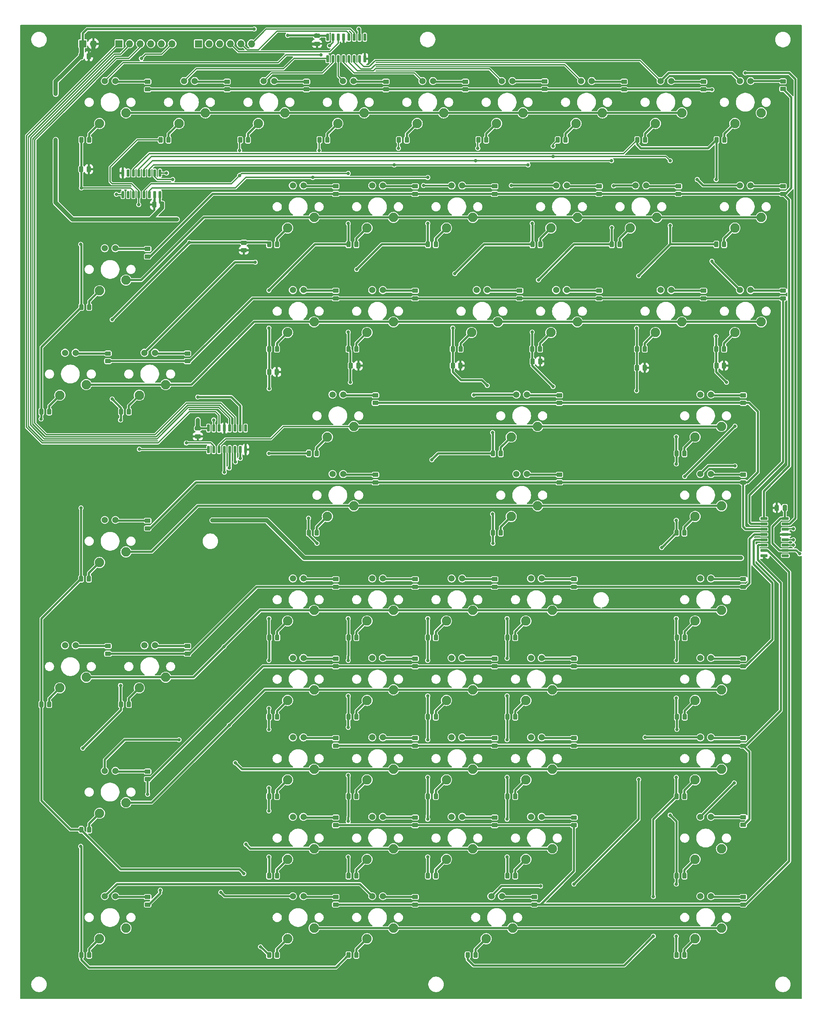
<source format=gtl>
G04 #@! TF.GenerationSoftware,KiCad,Pcbnew,8.0.4*
G04 #@! TF.CreationDate,2024-09-21T20:50:24+02:00*
G04 #@! TF.ProjectId,Keyboard,4b657962-6f61-4726-942e-6b696361645f,rev?*
G04 #@! TF.SameCoordinates,Original*
G04 #@! TF.FileFunction,Copper,L1,Top*
G04 #@! TF.FilePolarity,Positive*
%FSLAX46Y46*%
G04 Gerber Fmt 4.6, Leading zero omitted, Abs format (unit mm)*
G04 Created by KiCad (PCBNEW 8.0.4) date 2024-09-21 20:50:24*
%MOMM*%
%LPD*%
G01*
G04 APERTURE LIST*
G04 Aperture macros list*
%AMRoundRect*
0 Rectangle with rounded corners*
0 $1 Rounding radius*
0 $2 $3 $4 $5 $6 $7 $8 $9 X,Y pos of 4 corners*
0 Add a 4 corners polygon primitive as box body*
4,1,4,$2,$3,$4,$5,$6,$7,$8,$9,$2,$3,0*
0 Add four circle primitives for the rounded corners*
1,1,$1+$1,$2,$3*
1,1,$1+$1,$4,$5*
1,1,$1+$1,$6,$7*
1,1,$1+$1,$8,$9*
0 Add four rect primitives between the rounded corners*
20,1,$1+$1,$2,$3,$4,$5,0*
20,1,$1+$1,$4,$5,$6,$7,0*
20,1,$1+$1,$6,$7,$8,$9,0*
20,1,$1+$1,$8,$9,$2,$3,0*%
G04 Aperture macros list end*
G04 #@! TA.AperFunction,SMDPad,CuDef*
%ADD10RoundRect,0.250000X-0.450000X0.262500X-0.450000X-0.262500X0.450000X-0.262500X0.450000X0.262500X0*%
G04 #@! TD*
G04 #@! TA.AperFunction,SMDPad,CuDef*
%ADD11RoundRect,0.150000X-0.150000X0.725000X-0.150000X-0.725000X0.150000X-0.725000X0.150000X0.725000X0*%
G04 #@! TD*
G04 #@! TA.AperFunction,SMDPad,CuDef*
%ADD12RoundRect,0.150000X0.150000X-0.725000X0.150000X0.725000X-0.150000X0.725000X-0.150000X-0.725000X0*%
G04 #@! TD*
G04 #@! TA.AperFunction,SMDPad,CuDef*
%ADD13RoundRect,0.150000X-0.725000X-0.150000X0.725000X-0.150000X0.725000X0.150000X-0.725000X0.150000X0*%
G04 #@! TD*
G04 #@! TA.AperFunction,ComponentPad*
%ADD14C,2.250000*%
G04 #@! TD*
G04 #@! TA.AperFunction,ComponentPad*
%ADD15C,1.508000*%
G04 #@! TD*
G04 #@! TA.AperFunction,SMDPad,CuDef*
%ADD16RoundRect,0.250000X0.262500X0.450000X-0.262500X0.450000X-0.262500X-0.450000X0.262500X-0.450000X0*%
G04 #@! TD*
G04 #@! TA.AperFunction,SMDPad,CuDef*
%ADD17RoundRect,0.250000X0.450000X-0.262500X0.450000X0.262500X-0.450000X0.262500X-0.450000X-0.262500X0*%
G04 #@! TD*
G04 #@! TA.AperFunction,ComponentPad*
%ADD18R,1.700000X1.700000*%
G04 #@! TD*
G04 #@! TA.AperFunction,ComponentPad*
%ADD19O,1.700000X1.700000*%
G04 #@! TD*
G04 #@! TA.AperFunction,SMDPad,CuDef*
%ADD20RoundRect,0.243750X-0.243750X-0.456250X0.243750X-0.456250X0.243750X0.456250X-0.243750X0.456250X0*%
G04 #@! TD*
G04 #@! TA.AperFunction,SMDPad,CuDef*
%ADD21RoundRect,0.250000X-0.250000X-0.475000X0.250000X-0.475000X0.250000X0.475000X-0.250000X0.475000X0*%
G04 #@! TD*
G04 #@! TA.AperFunction,SMDPad,CuDef*
%ADD22RoundRect,0.250000X0.250000X0.475000X-0.250000X0.475000X-0.250000X-0.475000X0.250000X-0.475000X0*%
G04 #@! TD*
G04 #@! TA.AperFunction,SMDPad,CuDef*
%ADD23RoundRect,0.250000X-0.475000X0.250000X-0.475000X-0.250000X0.475000X-0.250000X0.475000X0.250000X0*%
G04 #@! TD*
G04 #@! TA.AperFunction,ViaPad*
%ADD24C,0.800000*%
G04 #@! TD*
G04 #@! TA.AperFunction,Conductor*
%ADD25C,0.500000*%
G04 #@! TD*
G04 #@! TA.AperFunction,Conductor*
%ADD26C,1.000000*%
G04 #@! TD*
G04 #@! TA.AperFunction,Conductor*
%ADD27C,0.300000*%
G04 #@! TD*
G04 #@! TA.AperFunction,Conductor*
%ADD28C,0.800000*%
G04 #@! TD*
G04 #@! TA.AperFunction,Conductor*
%ADD29C,0.400000*%
G04 #@! TD*
G04 APERTURE END LIST*
D10*
X95000000Y22912500D03*
X95000000Y21087500D03*
X76000000Y22912500D03*
X76000000Y21087500D03*
X173500000Y40175000D03*
X173500000Y42000000D03*
X40500000Y82912500D03*
X40500000Y81087500D03*
D11*
X33945000Y196075000D03*
X32675000Y196075000D03*
X31405000Y196075000D03*
X30135000Y196075000D03*
X28865000Y196075000D03*
X27595000Y196075000D03*
X26325000Y196075000D03*
X25055000Y196075000D03*
X25055000Y190925000D03*
X26325000Y190925000D03*
X27595000Y190925000D03*
X28865000Y190925000D03*
X30135000Y190925000D03*
X31405000Y190925000D03*
X32675000Y190925000D03*
X33945000Y190925000D03*
D12*
X45555000Y129925000D03*
X46825000Y129925000D03*
X48095000Y129925000D03*
X49365000Y129925000D03*
X50635000Y129925000D03*
X51905000Y129925000D03*
X53175000Y129925000D03*
X54445000Y129925000D03*
X54445000Y135075000D03*
X53175000Y135075000D03*
X51905000Y135075000D03*
X50635000Y135075000D03*
X49365000Y135075000D03*
X48095000Y135075000D03*
X46825000Y135075000D03*
X45555000Y135075000D03*
D13*
X178425000Y113445000D03*
X178425000Y112175000D03*
X178425000Y110905000D03*
X178425000Y109635000D03*
X178425000Y108365000D03*
X178425000Y107095000D03*
X178425000Y105825000D03*
X178425000Y104555000D03*
X183575000Y104555000D03*
X183575000Y105825000D03*
X183575000Y107095000D03*
X183575000Y108365000D03*
X183575000Y109635000D03*
X183575000Y110905000D03*
X183575000Y112175000D03*
X183575000Y113445000D03*
D12*
X74055000Y223425000D03*
X75325000Y223425000D03*
X76595000Y223425000D03*
X77865000Y223425000D03*
X79135000Y223425000D03*
X80405000Y223425000D03*
X81675000Y223425000D03*
X82945000Y223425000D03*
X82945000Y228575000D03*
X81675000Y228575000D03*
X80405000Y228575000D03*
X79135000Y228575000D03*
X77865000Y228575000D03*
X76595000Y228575000D03*
X75325000Y228575000D03*
X74055000Y228575000D03*
D14*
X161990000Y12920000D03*
X168310000Y15460000D03*
D15*
X163230000Y23080000D03*
X165770000Y23080000D03*
D14*
X111990000Y12920000D03*
X118310000Y15460000D03*
D15*
X113230000Y23080000D03*
X115770000Y23080000D03*
D14*
X121490000Y31920000D03*
X127810000Y34460000D03*
D15*
X122730000Y42080000D03*
X125270000Y42080000D03*
D14*
X102490000Y31920000D03*
X108810000Y34460000D03*
D15*
X103730000Y42080000D03*
X106270000Y42080000D03*
D14*
X83490000Y31920000D03*
X89810000Y34460000D03*
D15*
X84730000Y42080000D03*
X87270000Y42080000D03*
X68270000Y42080000D03*
X65730000Y42080000D03*
D14*
X70810000Y34460000D03*
X64490000Y31920000D03*
X83490000Y12920000D03*
X89810000Y15460000D03*
D15*
X84730000Y23080000D03*
X87270000Y23080000D03*
D14*
X64490000Y12920000D03*
X70810000Y15460000D03*
D15*
X65730000Y23080000D03*
X68270000Y23080000D03*
D14*
X161990000Y31920000D03*
X168310000Y34460000D03*
D15*
X163230000Y42080000D03*
X165770000Y42080000D03*
D14*
X161990000Y50920000D03*
X168310000Y53460000D03*
D15*
X163230000Y61080000D03*
X165770000Y61080000D03*
D14*
X121490000Y50920000D03*
X127810000Y53460000D03*
D15*
X122730000Y61080000D03*
X125270000Y61080000D03*
D14*
X102490000Y50920000D03*
X108810000Y53460000D03*
D15*
X103730000Y61080000D03*
X106270000Y61080000D03*
D14*
X83490000Y50920000D03*
X89810000Y53460000D03*
D15*
X84730000Y61080000D03*
X87270000Y61080000D03*
D14*
X64490000Y50920000D03*
X70810000Y53460000D03*
D15*
X65730000Y61080000D03*
X68270000Y61080000D03*
D14*
X161990000Y69920000D03*
X168310000Y72460000D03*
D15*
X163230000Y80080000D03*
X165770000Y80080000D03*
D14*
X121490000Y69920000D03*
X127810000Y72460000D03*
D15*
X122730000Y80080000D03*
X125270000Y80080000D03*
D14*
X102490000Y69920000D03*
X108810000Y72460000D03*
D15*
X103730000Y80080000D03*
X106270000Y80080000D03*
D14*
X83490000Y69920000D03*
X89810000Y72460000D03*
D15*
X84730000Y80080000D03*
X87270000Y80080000D03*
D14*
X64490000Y69920000D03*
X70810000Y72460000D03*
D15*
X65730000Y80080000D03*
X68270000Y80080000D03*
D14*
X19490000Y12920000D03*
X25810000Y15460000D03*
D15*
X20730000Y23080000D03*
X23270000Y23080000D03*
D14*
X19490000Y42920000D03*
X25810000Y45460000D03*
D15*
X20730000Y53080000D03*
X23270000Y53080000D03*
D14*
X161990000Y88920000D03*
X168310000Y91460000D03*
D15*
X163230000Y99080000D03*
X165770000Y99080000D03*
D14*
X121490000Y88920000D03*
X127810000Y91460000D03*
D15*
X122730000Y99080000D03*
X125270000Y99080000D03*
D14*
X102490000Y88920000D03*
X108810000Y91460000D03*
D15*
X103730000Y99080000D03*
X106270000Y99080000D03*
D14*
X83490000Y88920000D03*
X89810000Y91460000D03*
D15*
X84730000Y99080000D03*
X87270000Y99080000D03*
D14*
X64490000Y88920000D03*
X70810000Y91460000D03*
D15*
X65730000Y99080000D03*
X68270000Y99080000D03*
D14*
X28990000Y72920000D03*
X35310000Y75460000D03*
D15*
X30230000Y83080000D03*
X32770000Y83080000D03*
D14*
X9990000Y72920000D03*
X16310000Y75460000D03*
D15*
X11230000Y83080000D03*
X13770000Y83080000D03*
D14*
X161990000Y113920000D03*
X168310000Y116460000D03*
D15*
X163230000Y124080000D03*
X165770000Y124080000D03*
D14*
X161990000Y132920000D03*
X168310000Y135460000D03*
D15*
X163230000Y143080000D03*
X165770000Y143080000D03*
D14*
X117990000Y113920000D03*
X124310000Y116460000D03*
D15*
X119230000Y124080000D03*
X121770000Y124080000D03*
D14*
X117990000Y132920000D03*
X124310000Y135460000D03*
D15*
X119230000Y143080000D03*
X121770000Y143080000D03*
D14*
X73990000Y113920000D03*
X80310000Y116460000D03*
D15*
X75230000Y124080000D03*
X77770000Y124080000D03*
D14*
X73990000Y132920000D03*
X80310000Y135460000D03*
D15*
X75230000Y143080000D03*
X77770000Y143080000D03*
D14*
X19490000Y102920000D03*
X25810000Y105460000D03*
D15*
X20730000Y113080000D03*
X23270000Y113080000D03*
D14*
X171490000Y157920000D03*
X177810000Y160460000D03*
D15*
X172730000Y168080000D03*
X175270000Y168080000D03*
D14*
X152490000Y157920000D03*
X158810000Y160460000D03*
D15*
X153730000Y168080000D03*
X156270000Y168080000D03*
D14*
X127490000Y157920000D03*
X133810000Y160460000D03*
D15*
X128730000Y168080000D03*
X131270000Y168080000D03*
D14*
X108490000Y157920000D03*
X114810000Y160460000D03*
D15*
X109730000Y168080000D03*
X112270000Y168080000D03*
D14*
X83490000Y157920000D03*
X89810000Y160460000D03*
D15*
X84730000Y168080000D03*
X87270000Y168080000D03*
D14*
X64490000Y157920000D03*
X70810000Y160460000D03*
D15*
X65730000Y168080000D03*
X68270000Y168080000D03*
X32770000Y153080000D03*
X30230000Y153080000D03*
D14*
X35310000Y145460000D03*
X28990000Y142920000D03*
X9990000Y142920000D03*
X16310000Y145460000D03*
D15*
X11230000Y153080000D03*
X13770000Y153080000D03*
D14*
X171490000Y207920000D03*
X177810000Y210460000D03*
D15*
X172730000Y218080000D03*
X175270000Y218080000D03*
D14*
X171490000Y182920000D03*
X177810000Y185460000D03*
D15*
X172730000Y193080000D03*
X175270000Y193080000D03*
D14*
X127490000Y182920000D03*
X133810000Y185460000D03*
D15*
X128730000Y193080000D03*
X131270000Y193080000D03*
D14*
X102490000Y182920000D03*
X108810000Y185460000D03*
D15*
X103730000Y193080000D03*
X106270000Y193080000D03*
D14*
X83490000Y182920000D03*
X89810000Y185460000D03*
D15*
X84730000Y193080000D03*
X87270000Y193080000D03*
D14*
X64490000Y182920000D03*
X70810000Y185460000D03*
D15*
X65730000Y193080000D03*
X68270000Y193080000D03*
D14*
X19490000Y167920000D03*
X25810000Y170460000D03*
D15*
X20730000Y178080000D03*
X23270000Y178080000D03*
D14*
X152490000Y207920000D03*
X158810000Y210460000D03*
D15*
X153730000Y218080000D03*
X156270000Y218080000D03*
D14*
X133490000Y207920000D03*
X139810000Y210460000D03*
D15*
X134730000Y218080000D03*
X137270000Y218080000D03*
D14*
X114490000Y207920000D03*
X120810000Y210460000D03*
D15*
X115730000Y218080000D03*
X118270000Y218080000D03*
D14*
X95490000Y207920000D03*
X101810000Y210460000D03*
D15*
X96730000Y218080000D03*
X99270000Y218080000D03*
D14*
X76490000Y207920000D03*
X82810000Y210460000D03*
D15*
X77730000Y218080000D03*
X80270000Y218080000D03*
D14*
X57490000Y207920000D03*
X63810000Y210460000D03*
D15*
X58730000Y218080000D03*
X61270000Y218080000D03*
D14*
X38490000Y207920000D03*
X44810000Y210460000D03*
D15*
X39730000Y218080000D03*
X42270000Y218080000D03*
D14*
X19490000Y207920000D03*
X25810000Y210460000D03*
D15*
X20730000Y218080000D03*
X23270000Y218080000D03*
D16*
X16912500Y197000000D03*
X15087500Y197000000D03*
D17*
X54000000Y177587500D03*
X54000000Y179412500D03*
D16*
X61912500Y148500000D03*
X60087500Y148500000D03*
X81412500Y150000000D03*
X79587500Y150000000D03*
X105825000Y150000000D03*
X104000000Y150000000D03*
X124912500Y151000000D03*
X123087500Y151000000D03*
X149912500Y149500000D03*
X148087500Y149500000D03*
X168912500Y150000000D03*
X167087500Y150000000D03*
D10*
X173500000Y22912500D03*
X173500000Y21087500D03*
X123500000Y22912500D03*
X123500000Y21087500D03*
X133000000Y41912500D03*
X133000000Y40087500D03*
X114000000Y41912500D03*
X114000000Y40087500D03*
X95000000Y41912500D03*
X95000000Y40087500D03*
X76000000Y41912500D03*
X76000000Y40087500D03*
X173500000Y60912500D03*
X173500000Y59087500D03*
X133000000Y60912500D03*
X133000000Y59087500D03*
X114000000Y60912500D03*
X114000000Y59087500D03*
X95000000Y60912500D03*
X95000000Y59087500D03*
X76000000Y60912500D03*
X76000000Y59087500D03*
X173500000Y79912500D03*
X173500000Y78087500D03*
X133000000Y79912500D03*
X133000000Y78087500D03*
X114000000Y79912500D03*
X114000000Y78087500D03*
X95000000Y79912500D03*
X95000000Y78087500D03*
X76000000Y79912500D03*
X76000000Y78087500D03*
X31000000Y22912500D03*
X31000000Y21087500D03*
X31000000Y52912500D03*
X31000000Y51087500D03*
X173500000Y98912500D03*
X173500000Y97087500D03*
X133000000Y98912500D03*
X133000000Y97087500D03*
X114000000Y98912500D03*
X114000000Y97087500D03*
X95000000Y98912500D03*
X95000000Y97087500D03*
X76000000Y98912500D03*
X76000000Y97087500D03*
X21500000Y82912500D03*
X21500000Y81087500D03*
X173500000Y123912500D03*
X173500000Y122087500D03*
X173500000Y142912500D03*
X173500000Y141087500D03*
X129500000Y123912500D03*
X129500000Y122087500D03*
X129500000Y142912500D03*
X129500000Y141087500D03*
X85500000Y123912500D03*
X85500000Y122087500D03*
X85500000Y142912500D03*
X85500000Y141087500D03*
X31000000Y112912500D03*
X31000000Y111087500D03*
X183000000Y167912500D03*
X183000000Y166087500D03*
X164000000Y167912500D03*
X164000000Y166087500D03*
X139000000Y167912500D03*
X139000000Y166087500D03*
X120000000Y167912500D03*
X120000000Y166087500D03*
X95000000Y167912500D03*
X95000000Y166087500D03*
X76000000Y167912500D03*
X76000000Y166087500D03*
X40500000Y152912500D03*
X40500000Y151087500D03*
X21500000Y152912500D03*
X21500000Y151087500D03*
X183000000Y218000000D03*
X183000000Y216175000D03*
X183000000Y192912500D03*
X183000000Y191087500D03*
X158000000Y192912500D03*
X158000000Y191087500D03*
X139000000Y192912500D03*
X139000000Y191087500D03*
X114000000Y192912500D03*
X114000000Y191087500D03*
X95000000Y192912500D03*
X95000000Y191087500D03*
X76000000Y192912500D03*
X76000000Y191087500D03*
X31000000Y177912500D03*
X31000000Y176087500D03*
X164000000Y217912500D03*
X164000000Y216087500D03*
X145000000Y217912500D03*
X145000000Y216087500D03*
X126000000Y218000000D03*
X126000000Y216175000D03*
X107000000Y217912500D03*
X107000000Y216087500D03*
X88000000Y217912500D03*
X88000000Y216087500D03*
X69000000Y217912500D03*
X69000000Y216087500D03*
X50000000Y217912500D03*
X50000000Y216087500D03*
X31000000Y217912500D03*
X31000000Y216087500D03*
D18*
X15460000Y227000000D03*
D19*
X18000000Y227000000D03*
D18*
X43150000Y227000000D03*
D19*
X45690000Y227000000D03*
X48230000Y227000000D03*
X50770000Y227000000D03*
X53310000Y227000000D03*
X55850000Y227000000D03*
D18*
X24150000Y227000000D03*
D19*
X26690000Y227000000D03*
X29230000Y227000000D03*
X31770000Y227000000D03*
X34310000Y227000000D03*
X36850000Y227000000D03*
D20*
X157562500Y9000000D03*
X159437500Y9000000D03*
X107562500Y9000000D03*
X109437500Y9000000D03*
X117062500Y28000000D03*
X118937500Y28000000D03*
X98062500Y28000000D03*
X99937500Y28000000D03*
X79062500Y28000000D03*
X80937500Y28000000D03*
X60062500Y28000000D03*
X61937500Y28000000D03*
X79062500Y9000000D03*
X80937500Y9000000D03*
X60062500Y9000000D03*
X61937500Y9000000D03*
X157562500Y28000000D03*
X159437500Y28000000D03*
X157562500Y47000000D03*
X159437500Y47000000D03*
X117062500Y47000000D03*
X118937500Y47000000D03*
X98062500Y47000000D03*
X99937500Y47000000D03*
X79062500Y47000000D03*
X80937500Y47000000D03*
X60062500Y47000000D03*
X61937500Y47000000D03*
X157625000Y66000000D03*
X159500000Y66000000D03*
X117062500Y66000000D03*
X118937500Y66000000D03*
X98062500Y66000000D03*
X99937500Y66000000D03*
X79062500Y66000000D03*
X80937500Y66000000D03*
X60062500Y66000000D03*
X61937500Y66000000D03*
X17000000Y9000000D03*
X15125000Y9000000D03*
X17000000Y39000000D03*
X15125000Y39000000D03*
X157625000Y85000000D03*
X159500000Y85000000D03*
X117062500Y85000000D03*
X118937500Y85000000D03*
X98062500Y85000000D03*
X99937500Y85000000D03*
X79062500Y85000000D03*
X80937500Y85000000D03*
X60125000Y85000000D03*
X62000000Y85000000D03*
X24625000Y69000000D03*
X26500000Y69000000D03*
X5562500Y69000000D03*
X7437500Y69000000D03*
X157562500Y110000000D03*
X159437500Y110000000D03*
X157562500Y129000000D03*
X159437500Y129000000D03*
X113625000Y110000000D03*
X115500000Y110000000D03*
X113625000Y129000000D03*
X115500000Y129000000D03*
X69562500Y110000000D03*
X71437500Y110000000D03*
X69562500Y129000000D03*
X71437500Y129000000D03*
X15062500Y99000000D03*
X16937500Y99000000D03*
X167062500Y154000000D03*
X168937500Y154000000D03*
X148062500Y154000000D03*
X149937500Y154000000D03*
X123000000Y154000000D03*
X124875000Y154000000D03*
X104000000Y154000000D03*
X105875000Y154000000D03*
X79062500Y154000000D03*
X80937500Y154000000D03*
X60062500Y154000000D03*
X61937500Y154000000D03*
X24625000Y139000000D03*
X26500000Y139000000D03*
X5562500Y139000000D03*
X7437500Y139000000D03*
X167125000Y204000000D03*
X169000000Y204000000D03*
X167062500Y179000000D03*
X168937500Y179000000D03*
X142062500Y179000000D03*
X143937500Y179000000D03*
X123062500Y179000000D03*
X124937500Y179000000D03*
X98062500Y179000000D03*
X99937500Y179000000D03*
X79062500Y179000000D03*
X80937500Y179000000D03*
X60062500Y179000000D03*
X61937500Y179000000D03*
X15125000Y164000000D03*
X17000000Y164000000D03*
X148125000Y204000000D03*
X150000000Y204000000D03*
X129125000Y204000000D03*
X131000000Y204000000D03*
X110125000Y204000000D03*
X112000000Y204000000D03*
X91125000Y204000000D03*
X93000000Y204000000D03*
X72125000Y204000000D03*
X74000000Y204000000D03*
X53125000Y204000000D03*
X55000000Y204000000D03*
X34125000Y204000000D03*
X36000000Y204000000D03*
X15125000Y204000000D03*
X17000000Y204000000D03*
D21*
X15050000Y224000000D03*
X16950000Y224000000D03*
D22*
X34450000Y188500000D03*
X32550000Y188500000D03*
D23*
X43000000Y135000000D03*
X43000000Y133100000D03*
D22*
X183450000Y116000000D03*
X181550000Y116000000D03*
D23*
X71500000Y228900000D03*
X71500000Y227000000D03*
D14*
X146490000Y182920000D03*
X152810000Y185460000D03*
D15*
X147730000Y193080000D03*
X150270000Y193080000D03*
D24*
X90000000Y109000000D03*
X23000000Y187000000D03*
X41000000Y196000000D03*
X40000000Y190000000D03*
X30000000Y194000000D03*
X53000000Y148000000D03*
X40000000Y125000000D03*
X168000000Y108000000D03*
X3000000Y10000000D03*
X3000000Y54000000D03*
X3000000Y95000000D03*
X7000000Y164000000D03*
X7000000Y185000000D03*
X141000000Y149000000D03*
X95000000Y149000000D03*
X42000000Y98000000D03*
X40000000Y66000000D03*
X42000000Y40000000D03*
X42000000Y16000000D03*
X134000000Y11000000D03*
X145000000Y28000000D03*
X140000000Y46000000D03*
X142000000Y66000000D03*
X143000000Y83000000D03*
X140000000Y110000000D03*
X186000000Y34000000D03*
X186000000Y56000000D03*
X186000000Y74000000D03*
X186000000Y99000000D03*
X176000000Y87000000D03*
X178000000Y71000000D03*
X180000000Y54000000D03*
X180000000Y35000000D03*
X183000000Y13000000D03*
X166000000Y1000000D03*
X134000000Y1000000D03*
X110000000Y1000000D03*
X79000000Y1000000D03*
X54000000Y1000000D03*
X19000000Y1000000D03*
X3000000Y31000000D03*
X5000000Y117000000D03*
X91000000Y129000000D03*
X133000000Y129000000D03*
X148000000Y129000000D03*
X180000000Y134000000D03*
X180000000Y152000000D03*
X182000000Y201000000D03*
X178000000Y176000000D03*
X139000000Y174000000D03*
X120000000Y174000000D03*
X99000000Y173000000D03*
X52000000Y168000000D03*
X39000000Y171000000D03*
X32500000Y162500000D03*
X172500000Y227000000D03*
X150000000Y227000000D03*
X127000000Y227000000D03*
X108000000Y227000000D03*
X89000000Y227000000D03*
X40000000Y225000000D03*
X63000000Y227000000D03*
X3500000Y215500000D03*
X159500000Y123500000D03*
X171500000Y135500000D03*
X171325000Y50175000D03*
X171500000Y126000000D03*
X154000000Y106500000D03*
X156000000Y42500000D03*
X157500000Y13500000D03*
X157500000Y26000000D03*
X22500000Y161000000D03*
X22500000Y142000000D03*
X54500000Y131500000D03*
X54500000Y128000000D03*
X55500000Y130000000D03*
X49000000Y137000000D03*
X49500000Y133500000D03*
X41000000Y133500000D03*
X18500000Y224000000D03*
X16500000Y222500000D03*
X20000000Y227000000D03*
X18000000Y229000000D03*
X182000000Y109500000D03*
X179000000Y103500000D03*
X181500000Y117500000D03*
X180000000Y116000000D03*
X170500000Y150000000D03*
X151500000Y149500000D03*
X126500000Y151000000D03*
X107500000Y150000000D03*
X83000000Y150000000D03*
X63500000Y148500000D03*
X18250000Y197000000D03*
X25000000Y194250000D03*
X25000000Y198000000D03*
X31000000Y188000000D03*
X52000000Y177000000D03*
X83000000Y225000000D03*
X78000000Y227000000D03*
X70000000Y227000000D03*
X173000000Y104000000D03*
X187000000Y105000000D03*
X46500000Y113000000D03*
X38000000Y185000000D03*
X43000000Y137000000D03*
X43000000Y142500000D03*
X15000000Y179000000D03*
X15125000Y192500000D03*
X9000000Y204000000D03*
X9000000Y215000000D03*
X81500000Y230500000D03*
X64500000Y229000000D03*
X56500000Y230500000D03*
X185500000Y111000000D03*
X185500000Y107095000D03*
X174000000Y220000000D03*
X185500000Y108365000D03*
X166000000Y216000000D03*
X40250000Y131500000D03*
X5500000Y137250000D03*
X15062500Y115937500D03*
X24500000Y137000000D03*
X29000000Y130000000D03*
X46825000Y137000000D03*
X56750000Y174750000D03*
X60000000Y43500000D03*
X60000000Y32500000D03*
X53175000Y127825000D03*
X54500000Y35500000D03*
X60000000Y63000000D03*
X60000000Y49000000D03*
X52000000Y127000000D03*
X52000000Y55000000D03*
X50500000Y125500000D03*
X50500000Y64000000D03*
X49365000Y124500000D03*
X49250000Y82750000D03*
X60062500Y144500000D03*
X29500000Y223500000D03*
X23500000Y191000000D03*
X35500000Y196075000D03*
X37000000Y194500000D03*
X72500000Y224323000D03*
X74500000Y226500000D03*
X28865000Y188500000D03*
X41000000Y179500000D03*
X60000000Y168000000D03*
X60000000Y159000000D03*
X79000000Y196000000D03*
X79000000Y184000000D03*
X98000000Y195000000D03*
X98000000Y184000000D03*
X142500000Y193000000D03*
X142000000Y199000000D03*
X142062500Y183000000D03*
X97000000Y193080000D03*
X69500000Y113500000D03*
X79500000Y146000000D03*
X156000000Y199000000D03*
X156000000Y183500000D03*
X122000000Y198000000D03*
X123000000Y184000000D03*
X118000000Y193080000D03*
X128000000Y202500000D03*
X128000000Y200000000D03*
X110000000Y202000000D03*
X109500000Y199000000D03*
X91000000Y202000000D03*
X90000000Y198000000D03*
X72000000Y201500000D03*
X70500000Y195000000D03*
X53000000Y201500000D03*
X53000000Y195500000D03*
X157500000Y113000000D03*
X169500000Y146000000D03*
X167000000Y157000000D03*
X166000000Y175000000D03*
X167000000Y194500000D03*
X148500000Y171500000D03*
X148000000Y159000000D03*
X157500000Y133000000D03*
X148000000Y144000000D03*
X124500000Y170500000D03*
X123000000Y158000000D03*
X104500000Y172000000D03*
X104000000Y159000000D03*
X81000000Y173000000D03*
X79000000Y158000000D03*
X38500000Y60500000D03*
X48500000Y24000000D03*
X58000000Y11000000D03*
X54000000Y28500000D03*
X15500000Y58500000D03*
X15000000Y35000000D03*
X24500000Y73500000D03*
X125000000Y25500000D03*
X148500000Y51000000D03*
X150000000Y61080000D03*
X133000000Y26000000D03*
X152000000Y23000000D03*
X152000000Y13500000D03*
X157500000Y51500000D03*
X157625000Y63000000D03*
X157500000Y70500000D03*
X157500000Y79500000D03*
X157500000Y89500000D03*
X157500000Y126500000D03*
X112250000Y145250000D03*
X113500000Y134000000D03*
X109000000Y143000000D03*
X128000000Y145000000D03*
X113500000Y114500000D03*
X113625000Y107500000D03*
X117000000Y89500000D03*
X117000000Y80000000D03*
X117000000Y71000000D03*
X117000000Y60500000D03*
X117000000Y51500000D03*
X117000000Y41500000D03*
X117000000Y32500000D03*
X99000000Y127500000D03*
X98000000Y89500000D03*
X98000000Y79500000D03*
X98000000Y71000000D03*
X98000000Y60500000D03*
X98000000Y51500000D03*
X98000000Y41500000D03*
X98000000Y32500000D03*
X71500000Y107500000D03*
X79000000Y89500000D03*
X79000000Y79500000D03*
X79000000Y71000000D03*
X79000000Y63500000D03*
X79000000Y52000000D03*
X79000000Y41000000D03*
X79000000Y32500000D03*
X60000000Y68000000D03*
X60000000Y79500000D03*
X60000000Y89500000D03*
X60000000Y129000000D03*
X162500000Y194500000D03*
X34000000Y24500000D03*
X31000000Y47500000D03*
D25*
X171500000Y135500000D02*
X159500000Y123500000D01*
X171325000Y50175000D02*
X163230000Y42080000D01*
D26*
X173000000Y104000000D02*
X68500000Y104000000D01*
X68500000Y104000000D02*
X59500000Y113000000D01*
X59500000Y113000000D02*
X46500000Y113000000D01*
D25*
X171500000Y126000000D02*
X165150000Y126000000D01*
X165150000Y126000000D02*
X163230000Y124080000D01*
X168000000Y135150000D02*
X168310000Y135460000D01*
X157562500Y28000000D02*
X157562500Y40937500D01*
X157562500Y40937500D02*
X156000000Y42500000D01*
X154062500Y106500000D02*
X157562500Y110000000D01*
X154000000Y106500000D02*
X154062500Y106500000D01*
X157562500Y28000000D02*
X157562500Y26062500D01*
X157562500Y26062500D02*
X157500000Y26000000D01*
X157500000Y13500000D02*
X157500000Y9062500D01*
X157500000Y9062500D02*
X157562500Y9000000D01*
X22500000Y161000000D02*
X41000000Y179500000D01*
X22500000Y142000000D02*
X24625000Y139875000D01*
X24625000Y139875000D02*
X24625000Y139000000D01*
X54500000Y131500000D02*
X54445000Y131445000D01*
X54445000Y131445000D02*
X54445000Y129925000D01*
X54445000Y128055000D02*
X54500000Y128000000D01*
X54445000Y129925000D02*
X54445000Y128055000D01*
X55425000Y129925000D02*
X55500000Y130000000D01*
X54445000Y129925000D02*
X55425000Y129925000D01*
X49365000Y136635000D02*
X49000000Y137000000D01*
X49365000Y135075000D02*
X49365000Y136635000D01*
X49365000Y133635000D02*
X49500000Y133500000D01*
X49365000Y135075000D02*
X49365000Y133635000D01*
X41400000Y133100000D02*
X41000000Y133500000D01*
X43000000Y133100000D02*
X41400000Y133100000D01*
D27*
X35500000Y196075000D02*
X33945000Y196075000D01*
D25*
X16950000Y224000000D02*
X18500000Y224000000D01*
X16950000Y222950000D02*
X16500000Y222500000D01*
X16950000Y224000000D02*
X16950000Y222950000D01*
X18000000Y227000000D02*
X20000000Y227000000D01*
X18000000Y227000000D02*
X18000000Y229000000D01*
X182135000Y109635000D02*
X182000000Y109500000D01*
X183575000Y109635000D02*
X182135000Y109635000D01*
X183575000Y105825000D02*
X182175000Y105825000D01*
X182175000Y105825000D02*
X180500000Y107500000D01*
X180500000Y107500000D02*
X180500000Y111500000D01*
X180500000Y111500000D02*
X182445000Y113445000D01*
X182445000Y113445000D02*
X183575000Y113445000D01*
X178425000Y104075000D02*
X179000000Y103500000D01*
X178425000Y104555000D02*
X178425000Y104075000D01*
X181550000Y117450000D02*
X181500000Y117500000D01*
X181550000Y116000000D02*
X181550000Y117450000D01*
X181550000Y116000000D02*
X180000000Y116000000D01*
X168912500Y150000000D02*
X170500000Y150000000D01*
X149912500Y149500000D02*
X151500000Y149500000D01*
X124912500Y151000000D02*
X126500000Y151000000D01*
X105825000Y150000000D02*
X107500000Y150000000D01*
X81412500Y150000000D02*
X83000000Y150000000D01*
X61912500Y148500000D02*
X63500000Y148500000D01*
X16912500Y197000000D02*
X18250000Y197000000D01*
X25055000Y194305000D02*
X25000000Y194250000D01*
X25055000Y196075000D02*
X25055000Y194305000D01*
X25055000Y197945000D02*
X25000000Y198000000D01*
X25055000Y196075000D02*
X25055000Y197945000D01*
X31500000Y188500000D02*
X31000000Y188000000D01*
X32550000Y188500000D02*
X31500000Y188500000D01*
X52587500Y177587500D02*
X52000000Y177000000D01*
X54000000Y177587500D02*
X52587500Y177587500D01*
X82945000Y224945000D02*
X83000000Y225000000D01*
X82945000Y223425000D02*
X82945000Y224945000D01*
X77865000Y227135000D02*
X78000000Y227000000D01*
X77865000Y228575000D02*
X77865000Y227135000D01*
D28*
X71500000Y227000000D02*
X70000000Y227000000D01*
D25*
X174000000Y220000000D02*
X184500000Y220000000D01*
X184500000Y220000000D02*
X186000000Y218500000D01*
X186000000Y218500000D02*
X186000000Y113500000D01*
X186000000Y113500000D02*
X184675000Y112175000D01*
X184675000Y112175000D02*
X183575000Y112175000D01*
X186175000Y105825000D02*
X183575000Y105825000D01*
X187000000Y105000000D02*
X186175000Y105825000D01*
X43000000Y135000000D02*
X45480000Y135000000D01*
X45480000Y135000000D02*
X45555000Y135075000D01*
D26*
X38000000Y185000000D02*
X31675000Y185000000D01*
D25*
X41000000Y179500000D02*
X59562500Y179500000D01*
X59562500Y179500000D02*
X60062500Y179000000D01*
X70810000Y185460000D02*
X44460000Y185460000D01*
X44460000Y185460000D02*
X29460000Y170460000D01*
X29460000Y170460000D02*
X25810000Y170460000D01*
X53175000Y140325000D02*
X53175000Y135075000D01*
X43000000Y142500000D02*
X51000000Y142500000D01*
X51000000Y142500000D02*
X53175000Y140325000D01*
D26*
X43000000Y135000000D02*
X43000000Y137000000D01*
X9000000Y189000000D02*
X13000000Y185000000D01*
X9000000Y204000000D02*
X9000000Y189000000D01*
X13000000Y185000000D02*
X31675000Y185000000D01*
D28*
X34450000Y187775000D02*
X34450000Y188500000D01*
D26*
X31675000Y185000000D02*
X34450000Y187775000D01*
D27*
X15000000Y179000000D02*
X15125000Y178875000D01*
D25*
X15125000Y178875000D02*
X15125000Y164000000D01*
X15125000Y192500000D02*
X15125000Y204000000D01*
D27*
X28865000Y188500000D02*
X28865000Y190925000D01*
D26*
X10050000Y219000000D02*
X10000000Y219000000D01*
X15050000Y224000000D02*
X10050000Y219000000D01*
X10000000Y219000000D02*
X9000000Y218000000D01*
X9000000Y218000000D02*
X9000000Y215000000D01*
D25*
X81675000Y228575000D02*
X81675000Y230325000D01*
X81675000Y230325000D02*
X81500000Y230500000D01*
X15460000Y229460000D02*
X16500000Y230500000D01*
X15460000Y227000000D02*
X15460000Y229460000D01*
X16500000Y230500000D02*
X56500000Y230500000D01*
X64500000Y229000000D02*
X71400000Y229000000D01*
D26*
X71400000Y229000000D02*
X71500000Y228900000D01*
X15460000Y227000000D02*
X15250000Y226790000D01*
X15250000Y226790000D02*
X15250000Y224200000D01*
X15250000Y224200000D02*
X15050000Y224000000D01*
X16950000Y224000000D02*
X18000000Y225050000D01*
X18000000Y225050000D02*
X18000000Y227000000D01*
D25*
X113625000Y107500000D02*
X113625000Y110000000D01*
X71500000Y107500000D02*
X69562500Y109437500D01*
X69562500Y109437500D02*
X69562500Y110000000D01*
D27*
X185500000Y107095000D02*
X183575000Y107095000D01*
X185500000Y108365000D02*
X183575000Y108365000D01*
X183670000Y111000000D02*
X183575000Y110905000D01*
X185500000Y111000000D02*
X183670000Y111000000D01*
D25*
X166000000Y216000000D02*
X164087500Y216000000D01*
X164087500Y216000000D02*
X164000000Y216087500D01*
X183450000Y116000000D02*
X183450000Y113570000D01*
X183450000Y113570000D02*
X183575000Y113445000D01*
X178425000Y113445000D02*
X178425000Y119925000D01*
X178425000Y119925000D02*
X184500000Y126000000D01*
X184500000Y126000000D02*
X184500000Y189587500D01*
X184500000Y189587500D02*
X183000000Y191087500D01*
X178425000Y112175000D02*
X175325000Y112175000D01*
X175325000Y112175000D02*
X175000000Y112500000D01*
X183000000Y127000000D02*
X183000000Y166087500D01*
X175000000Y112500000D02*
X175000000Y119000000D01*
X175000000Y119000000D02*
X183000000Y127000000D01*
X176365000Y108365000D02*
X176000000Y108000000D01*
X178425000Y108365000D02*
X176365000Y108365000D01*
X176000000Y108000000D02*
X176000000Y102500000D01*
X178425000Y109635000D02*
X176135000Y109635000D01*
X176135000Y109635000D02*
X175000000Y108500000D01*
X175000000Y108500000D02*
X175000000Y98000000D01*
X175000000Y98000000D02*
X174087500Y97087500D01*
X178425000Y110905000D02*
X174095000Y110905000D01*
X174095000Y110905000D02*
X174000000Y111000000D01*
X184500000Y97500000D02*
X184500000Y31500000D01*
X184500000Y100624999D02*
X179299999Y105825000D01*
X184500000Y31500000D02*
X174087500Y21087500D01*
X174087500Y21087500D02*
X173500000Y21087500D01*
X184500000Y97500000D02*
X184500000Y100624999D01*
D27*
X179299999Y105825000D02*
X178425000Y105825000D01*
D25*
X182500000Y98000000D02*
X182500000Y67543750D01*
X182500000Y67543750D02*
X174043750Y59087500D01*
X174043750Y59087500D02*
X173500000Y59087500D01*
X182500000Y98000000D02*
X177000000Y103500000D01*
X177000000Y103500000D02*
X177000000Y107000000D01*
D27*
X177000000Y107000000D02*
X177095000Y107095000D01*
D25*
X177095000Y107095000D02*
X178425000Y107095000D01*
X180500000Y98000000D02*
X176000000Y102500000D01*
X180500000Y98000000D02*
X180500000Y84500000D01*
X180500000Y84500000D02*
X174087500Y78087500D01*
X174087500Y78087500D02*
X173500000Y78087500D01*
D27*
X173500000Y97087500D02*
X174087500Y97087500D01*
D25*
X173500000Y111500000D02*
X174000000Y111000000D01*
X173500000Y122087500D02*
X173500000Y111500000D01*
D27*
X26690000Y227000000D02*
X26500000Y226810000D01*
X3000000Y204500000D02*
X3000000Y135750000D01*
X26500000Y226810000D02*
X26500000Y226500000D01*
X26500000Y226500000D02*
X24500000Y224500000D01*
X48000000Y140000000D02*
X50635000Y137365000D01*
X24500000Y224500000D02*
X23000000Y224500000D01*
X23000000Y224500000D02*
X3000000Y204500000D01*
X3000000Y135750000D02*
X6250000Y132500000D01*
X33250000Y132500000D02*
X40750000Y140000000D01*
X6250000Y132500000D02*
X33250000Y132500000D01*
X40750000Y140000000D02*
X48000000Y140000000D01*
X50635000Y137365000D02*
X50635000Y135075000D01*
X29230000Y227000000D02*
X29230000Y226206934D01*
X23500000Y223500000D02*
X4000000Y204000000D01*
X29230000Y226206934D02*
X26523066Y223500000D01*
X26523066Y223500000D02*
X23500000Y223500000D01*
X40250000Y141000000D02*
X48500000Y141000000D01*
X4000000Y204000000D02*
X4000000Y136250000D01*
X4000000Y136250000D02*
X6750000Y133500000D01*
X6750000Y133500000D02*
X32750000Y133500000D01*
X32750000Y133500000D02*
X40250000Y141000000D01*
X48500000Y141000000D02*
X51905000Y137595000D01*
X51905000Y137595000D02*
X51905000Y135075000D01*
X24150000Y227000000D02*
X24000000Y227000000D01*
X24000000Y227000000D02*
X2000000Y205000000D01*
X2000000Y205000000D02*
X2000000Y135250000D01*
X33500000Y131500000D02*
X41000000Y139000000D01*
X2000000Y135250000D02*
X5750000Y131500000D01*
X5750000Y131500000D02*
X33500000Y131500000D01*
X41000000Y139000000D02*
X47250000Y139000000D01*
X47250000Y139000000D02*
X48095000Y138155000D01*
X48095000Y138155000D02*
X48095000Y135075000D01*
X46825000Y137000000D02*
X46825000Y135075000D01*
D25*
X5562500Y137312500D02*
X5500000Y137250000D01*
X5562500Y139000000D02*
X5562500Y137312500D01*
X24625000Y137125000D02*
X24500000Y137000000D01*
X24625000Y139000000D02*
X24625000Y137125000D01*
D27*
X29075000Y129925000D02*
X29000000Y130000000D01*
X45555000Y129925000D02*
X29075000Y129925000D01*
X46825000Y129925000D02*
X46825000Y130799999D01*
X46825000Y130799999D02*
X46124999Y131500000D01*
X35500000Y145270000D02*
X35310000Y145460000D01*
X46124999Y131500000D02*
X40250000Y131500000D01*
D25*
X56750000Y174750000D02*
X51900000Y174750000D01*
X51900000Y174750000D02*
X30230000Y153080000D01*
X49250000Y82750000D02*
X41960000Y75460000D01*
X41960000Y75460000D02*
X35310000Y75460000D01*
X49250000Y82750000D02*
X57960000Y91460000D01*
X57960000Y91460000D02*
X70810000Y91460000D01*
X53175000Y127825000D02*
X53175000Y129925000D01*
X52000000Y55000000D02*
X53540000Y53460000D01*
X53540000Y53460000D02*
X70810000Y53460000D01*
X72000000Y34460000D02*
X127810000Y34460000D01*
X70810000Y34460000D02*
X72000000Y34460000D01*
X72000000Y34460000D02*
X55540000Y34460000D01*
X55540000Y34460000D02*
X54500000Y35500000D01*
X60000000Y43500000D02*
X60000000Y46937500D01*
X60062500Y28000000D02*
X60062500Y32437500D01*
X60062500Y32437500D02*
X60000000Y32500000D01*
X60000000Y46937500D02*
X60062500Y47000000D01*
X50500000Y64000000D02*
X58960000Y72460000D01*
X58960000Y72460000D02*
X70810000Y72460000D01*
X50500000Y64000000D02*
X31960000Y45460000D01*
X31960000Y45460000D02*
X25810000Y45460000D01*
X50635000Y125635000D02*
X50635000Y129925000D01*
X50500000Y125500000D02*
X50635000Y125635000D01*
X49365000Y124500000D02*
X49365000Y129925000D01*
X60062500Y47000000D02*
X60062500Y48937500D01*
X60000000Y63000000D02*
X60000000Y65937500D01*
X60062500Y48937500D02*
X60000000Y49000000D01*
X60000000Y65937500D02*
X60062500Y66000000D01*
X51905000Y127095000D02*
X52000000Y127000000D01*
X51905000Y129925000D02*
X51905000Y127095000D01*
D27*
X48095000Y129925000D02*
X48095000Y130947499D01*
X48095000Y130947499D02*
X49647501Y132500000D01*
X49647501Y132500000D02*
X60500000Y132500000D01*
X60500000Y132500000D02*
X63460000Y135460000D01*
X63460000Y135460000D02*
X80310000Y135460000D01*
D25*
X60062500Y154000000D02*
X60062500Y144500000D01*
X60000000Y129000000D02*
X69562500Y129000000D01*
X32675000Y190925000D02*
X32675000Y188625000D01*
X32675000Y188625000D02*
X32550000Y188500000D01*
X33945000Y190925000D02*
X33945000Y189005000D01*
X33945000Y189005000D02*
X34450000Y188500000D01*
D27*
X29500000Y223500000D02*
X30500000Y224500000D01*
X30500000Y224500000D02*
X34350000Y224500000D01*
X34350000Y224500000D02*
X36850000Y227000000D01*
X23575000Y190925000D02*
X23500000Y191000000D01*
X25055000Y190925000D02*
X23575000Y190925000D01*
X37000000Y194500000D02*
X33375001Y194500000D01*
X33375001Y194500000D02*
X32675000Y195200001D01*
X32675000Y195200001D02*
X32675000Y196075000D01*
X55850000Y227000000D02*
X59350000Y230500000D01*
X59350000Y230500000D02*
X79500000Y230500000D01*
X79500000Y230500000D02*
X80405000Y229595000D01*
X80405000Y229595000D02*
X80405000Y228575000D01*
D25*
X71500000Y228900000D02*
X73730000Y228900000D01*
X73730000Y228900000D02*
X74055000Y228575000D01*
D27*
X72500000Y224323000D02*
X64073000Y224323000D01*
X64073000Y224323000D02*
X62250000Y222500000D01*
X62250000Y222500000D02*
X25150000Y222500000D01*
X25150000Y222500000D02*
X20730000Y218080000D01*
X75325000Y228575000D02*
X75325000Y227325000D01*
X75325000Y227325000D02*
X74500000Y226500000D01*
X53310000Y227000000D02*
X54810000Y225500000D01*
X54810000Y225500000D02*
X57500000Y225500000D01*
X50770000Y227000000D02*
X52697000Y225073000D01*
X52697000Y225073000D02*
X74573000Y225073000D01*
D25*
X169500000Y146000000D02*
X167062500Y148437500D01*
X167062500Y148437500D02*
X167062500Y154000000D01*
X148000000Y144000000D02*
X148062500Y144062500D01*
X148062500Y144062500D02*
X148062500Y154000000D01*
X128000000Y145000000D02*
X123000000Y150000000D01*
X123000000Y150000000D02*
X123000000Y154000000D01*
X111000000Y146500000D02*
X106000000Y146500000D01*
X112250000Y145250000D02*
X111000000Y146500000D01*
X106000000Y146500000D02*
X104000000Y148500000D01*
X104000000Y148500000D02*
X104000000Y154000000D01*
D27*
X81675000Y223425000D02*
X81675000Y222550001D01*
X82725001Y221500000D02*
X84000000Y221500000D01*
X84000000Y221500000D02*
X85500000Y223000000D01*
X81675000Y222550001D02*
X82725001Y221500000D01*
X148810000Y223000000D02*
X153730000Y218080000D01*
X85500000Y223000000D02*
X148810000Y223000000D01*
X81185001Y220500000D02*
X85000000Y220500000D01*
X85000000Y220500000D02*
X85500000Y221000000D01*
X85500000Y221000000D02*
X112810000Y221000000D01*
X112810000Y221000000D02*
X113310000Y220500000D01*
X80405000Y223425000D02*
X80405000Y222550001D01*
X80405000Y222550001D02*
X82028001Y220927000D01*
X82028001Y220927000D02*
X84427000Y220927000D01*
X84427000Y220927000D02*
X85500000Y222000000D01*
X85500000Y222000000D02*
X130810000Y222000000D01*
X130810000Y222000000D02*
X134730000Y218080000D01*
X79135000Y223425000D02*
X79135000Y222550001D01*
X79135000Y222550001D02*
X81185001Y220500000D01*
X113310000Y220500000D02*
X115730000Y218080000D01*
X77865000Y223425000D02*
X77865000Y222550001D01*
X77865000Y222550001D02*
X80415001Y220000000D01*
X80415001Y220000000D02*
X94810000Y220000000D01*
X94810000Y220000000D02*
X96730000Y218080000D01*
X76595000Y223425000D02*
X76595000Y219215000D01*
X76595000Y219215000D02*
X77730000Y218080000D01*
X60650000Y220000000D02*
X67500000Y220000000D01*
X58730000Y218080000D02*
X60650000Y220000000D01*
X67500000Y220000000D02*
X72774999Y220000000D01*
X72774999Y220000000D02*
X75325000Y222550001D01*
X39730000Y218080000D02*
X42650000Y221000000D01*
X42650000Y221000000D02*
X63500000Y221000000D01*
X63500000Y221000000D02*
X66000000Y223500000D01*
X66000000Y223500000D02*
X73980000Y223500000D01*
X73980000Y223500000D02*
X74055000Y223425000D01*
X75325000Y223425000D02*
X75325000Y222550001D01*
D25*
X71000000Y179000000D02*
X79062500Y179000000D01*
X60062500Y154000000D02*
X60062500Y158937500D01*
X60000000Y168000000D02*
X71000000Y179000000D01*
X60062500Y158937500D02*
X60000000Y159000000D01*
D27*
X31835001Y193500000D02*
X30135000Y191799999D01*
X53000000Y195500000D02*
X53500000Y196000000D01*
X30135000Y191799999D02*
X30135000Y190925000D01*
X53500000Y196000000D02*
X79000000Y196000000D01*
X51000000Y193500000D02*
X31835001Y193500000D01*
X53000000Y195500000D02*
X51000000Y193500000D01*
D25*
X79062500Y179000000D02*
X79062500Y183937500D01*
X79062500Y183937500D02*
X79000000Y184000000D01*
X98062500Y179000000D02*
X98062500Y183937500D01*
D27*
X98000000Y195000000D02*
X70500000Y195000000D01*
D25*
X98062500Y183937500D02*
X98000000Y184000000D01*
X142580000Y193080000D02*
X142500000Y193000000D01*
X147730000Y193080000D02*
X142580000Y193080000D01*
X142062500Y183000000D02*
X142062500Y179000000D01*
D27*
X142000000Y199000000D02*
X109500000Y199000000D01*
D29*
X103730000Y193080000D02*
X97000000Y193080000D01*
D25*
X79062500Y154000000D02*
X79500000Y153562500D01*
X79500000Y153562500D02*
X79500000Y146000000D01*
X69500000Y113500000D02*
X69500000Y110062500D01*
X69500000Y110062500D02*
X69562500Y110000000D01*
D27*
X156000000Y199000000D02*
X155000000Y200000000D01*
X155000000Y200000000D02*
X128000000Y200000000D01*
D25*
X156000000Y179000000D02*
X156000000Y183500000D01*
D27*
X122000000Y198000000D02*
X90000000Y198000000D01*
D25*
X123062500Y179000000D02*
X123062500Y183937500D01*
X123062500Y183937500D02*
X123000000Y184000000D01*
X128730000Y193080000D02*
X118000000Y193080000D01*
D27*
X22500000Y193500000D02*
X22000000Y194000000D01*
X27164999Y193500000D02*
X22500000Y193500000D01*
X22000000Y194000000D02*
X22000000Y197500000D01*
X27595000Y196075000D02*
X27595000Y196949999D01*
X27595000Y196949999D02*
X31395001Y200750000D01*
X31395001Y200750000D02*
X144875000Y200750000D01*
X144875000Y200750000D02*
X148125000Y204000000D01*
X128000000Y202875000D02*
X129125000Y204000000D01*
X128000000Y202500000D02*
X128000000Y202875000D01*
X28865000Y196075000D02*
X28865000Y196949999D01*
X28865000Y196949999D02*
X31915001Y200000000D01*
X31915001Y200000000D02*
X128000000Y200000000D01*
X30135000Y196075000D02*
X30135000Y196949999D01*
X30135000Y196949999D02*
X32185001Y199000000D01*
X32185001Y199000000D02*
X109500000Y199000000D01*
X110000000Y202000000D02*
X110000000Y203875000D01*
X110000000Y203875000D02*
X110125000Y204000000D01*
X91000000Y203875000D02*
X91125000Y204000000D01*
X43500000Y198000000D02*
X90000000Y198000000D01*
X91000000Y202000000D02*
X91000000Y203875000D01*
X52000000Y192500000D02*
X54500000Y195000000D01*
X32105001Y192500000D02*
X52000000Y192500000D01*
X72000000Y203875000D02*
X72125000Y204000000D01*
X54500000Y195000000D02*
X70500000Y195000000D01*
X72000000Y201500000D02*
X72000000Y203875000D01*
X53000000Y201500000D02*
X53000000Y203875000D01*
X53000000Y203875000D02*
X53125000Y204000000D01*
X32455001Y198000000D02*
X43500000Y198000000D01*
X31405000Y196949999D02*
X32455001Y198000000D01*
X31405000Y196075000D02*
X31405000Y196949999D01*
X31405000Y190925000D02*
X31405000Y191799999D01*
X31405000Y191799999D02*
X32105001Y192500000D01*
X28865000Y190925000D02*
X28865000Y191799999D01*
X28865000Y191799999D02*
X27164999Y193500000D01*
X22000000Y197500000D02*
X28500000Y204000000D01*
X28500000Y204000000D02*
X34125000Y204000000D01*
X27595000Y190925000D02*
X27595000Y191799999D01*
X27595000Y191799999D02*
X26894999Y192500000D01*
X26894999Y192500000D02*
X15125000Y192500000D01*
D25*
X157562500Y112937500D02*
X157500000Y113000000D01*
X157562500Y110000000D02*
X157562500Y112937500D01*
X167000000Y154062500D02*
X167062500Y154000000D01*
X167000000Y157000000D02*
X167000000Y154062500D01*
X166000000Y175000000D02*
X166000000Y174810000D01*
X166000000Y174810000D02*
X172730000Y168080000D01*
X167125000Y194625000D02*
X167000000Y194500000D01*
X167125000Y204000000D02*
X167125000Y194625000D01*
X148500000Y171500000D02*
X156000000Y179000000D01*
X156000000Y179000000D02*
X167062500Y179000000D01*
X148062500Y154000000D02*
X148062500Y158937500D01*
X148062500Y158937500D02*
X148000000Y159000000D01*
X157500000Y129062500D02*
X157562500Y129000000D01*
X157500000Y133000000D02*
X157500000Y129062500D01*
X124500000Y170500000D02*
X133000000Y179000000D01*
X133000000Y179000000D02*
X142062500Y179000000D01*
X123000000Y154000000D02*
X123000000Y158000000D01*
X104500000Y172000000D02*
X111500000Y179000000D01*
X111500000Y179000000D02*
X123062500Y179000000D01*
X104000000Y154000000D02*
X104000000Y159000000D01*
X81000000Y173000000D02*
X87000000Y179000000D01*
X87000000Y179000000D02*
X98062500Y179000000D01*
X79062500Y154000000D02*
X79062500Y157937500D01*
X79062500Y157937500D02*
X79000000Y158000000D01*
X38500000Y60500000D02*
X25500000Y60500000D01*
X25500000Y60500000D02*
X20730000Y55730000D01*
X20730000Y55730000D02*
X20730000Y53080000D01*
X65730000Y23080000D02*
X49420000Y23080000D01*
X49420000Y23080000D02*
X48500000Y24000000D01*
X58000000Y11000000D02*
X58062500Y11000000D01*
X39562500Y29500000D02*
X53000000Y29500000D01*
X53000000Y29500000D02*
X54000000Y28500000D01*
X58062500Y11000000D02*
X60062500Y9000000D01*
X20730000Y23080000D02*
X23650000Y26000000D01*
X23650000Y26000000D02*
X81810000Y26000000D01*
X81810000Y26000000D02*
X84730000Y23080000D01*
X15125000Y39000000D02*
X15125000Y38875000D01*
X15125000Y38875000D02*
X24500000Y29500000D01*
X24500000Y29500000D02*
X39562500Y29500000D01*
X15125000Y9000000D02*
X15125000Y7875000D01*
X15125000Y7875000D02*
X17000000Y6000000D01*
X17000000Y6000000D02*
X76062500Y6000000D01*
X76062500Y6000000D02*
X79062500Y9000000D01*
X24500000Y73500000D02*
X24500000Y69125000D01*
X24500000Y69125000D02*
X24625000Y69000000D01*
X24625000Y67625000D02*
X24625000Y69000000D01*
X15125000Y9000000D02*
X15125000Y34875000D01*
X15125000Y34875000D02*
X15000000Y35000000D01*
X15500000Y58500000D02*
X24625000Y67625000D01*
X5562500Y139000000D02*
X5562500Y154437500D01*
X5562500Y154437500D02*
X15125000Y164000000D01*
X15062500Y99000000D02*
X15062500Y115937500D01*
X5562500Y69000000D02*
X5562500Y89500000D01*
X5562500Y89500000D02*
X15062500Y99000000D01*
X15125000Y39000000D02*
X12500000Y39000000D01*
X12500000Y39000000D02*
X5562500Y45937500D01*
X5562500Y45937500D02*
X5562500Y69000000D01*
X150000000Y61080000D02*
X163230000Y61080000D01*
X157500000Y66125000D02*
X157625000Y66000000D01*
X157500000Y70500000D02*
X157500000Y66125000D01*
X157625000Y63000000D02*
X157625000Y66000000D01*
X113230000Y23080000D02*
X115650000Y25500000D01*
X115650000Y25500000D02*
X125000000Y25500000D01*
X133000000Y26000000D02*
X148500000Y41500000D01*
X148500000Y41500000D02*
X148500000Y51000000D01*
X107562500Y9000000D02*
X107562500Y7937500D01*
X145000000Y6500000D02*
X152000000Y13500000D01*
X109000000Y6500000D02*
X129500000Y6500000D01*
X107562500Y7937500D02*
X109000000Y6500000D01*
X129500000Y6500000D02*
X145000000Y6500000D01*
X152000000Y23000000D02*
X152000000Y41437500D01*
X152000000Y41437500D02*
X157562500Y47000000D01*
X157500000Y51500000D02*
X157500000Y47062500D01*
X157500000Y47062500D02*
X157562500Y47000000D01*
X157625000Y85000000D02*
X157625000Y79625000D01*
X157625000Y79625000D02*
X157500000Y79500000D01*
X157500000Y85125000D02*
X157625000Y85000000D01*
X157500000Y89500000D02*
X157500000Y85125000D01*
X157562500Y129000000D02*
X157562500Y126562500D01*
X157562500Y126562500D02*
X157500000Y126500000D01*
X113625000Y129000000D02*
X113625000Y133875000D01*
X113625000Y133875000D02*
X113500000Y134000000D01*
X109080000Y143080000D02*
X109000000Y143000000D01*
X119230000Y143080000D02*
X109080000Y143080000D01*
X113625000Y114375000D02*
X113500000Y114500000D01*
X113625000Y110000000D02*
X113625000Y114375000D01*
X117062500Y85000000D02*
X117062500Y89437500D01*
X117062500Y89437500D02*
X117000000Y89500000D01*
X117062500Y66000000D02*
X117062500Y70937500D01*
X117062500Y70937500D02*
X117000000Y71000000D01*
X117062500Y80062500D02*
X117062500Y85000000D01*
X117000000Y80000000D02*
X117062500Y80062500D01*
X117062500Y47000000D02*
X117062500Y51437500D01*
X117062500Y60562500D02*
X117062500Y66000000D01*
X117062500Y51437500D02*
X117000000Y51500000D01*
X117000000Y60500000D02*
X117062500Y60562500D01*
X117062500Y28000000D02*
X117062500Y32437500D01*
X117062500Y32437500D02*
X117000000Y32500000D01*
X117000000Y41500000D02*
X117062500Y41562500D01*
X117062500Y41562500D02*
X117062500Y47000000D01*
X99000000Y127500000D02*
X100500000Y129000000D01*
X100500000Y129000000D02*
X113625000Y129000000D01*
X98062500Y85000000D02*
X98062500Y89437500D01*
X98062500Y89437500D02*
X98000000Y89500000D01*
X98062500Y66000000D02*
X98062500Y70937500D01*
X98062500Y70937500D02*
X98000000Y71000000D01*
X98062500Y79562500D02*
X98062500Y85000000D01*
X98000000Y79500000D02*
X98062500Y79562500D01*
X98062500Y47000000D02*
X98062500Y51437500D01*
X98062500Y51437500D02*
X98000000Y51500000D01*
X98000000Y60500000D02*
X98062500Y60562500D01*
X98062500Y60562500D02*
X98062500Y66000000D01*
X98062500Y28000000D02*
X98062500Y32437500D01*
X98000000Y41500000D02*
X98000000Y42500000D01*
X98062500Y32437500D02*
X98000000Y32500000D01*
X98000000Y42500000D02*
X98062500Y42562500D01*
X98062500Y42562500D02*
X98062500Y47000000D01*
X79062500Y85000000D02*
X79062500Y89437500D01*
X79062500Y89437500D02*
X79000000Y89500000D01*
X79062500Y66000000D02*
X79062500Y70937500D01*
X79062500Y70937500D02*
X79000000Y71000000D01*
X79000000Y79500000D02*
X79000000Y80500000D01*
X79062500Y80562500D02*
X79062500Y85000000D01*
X79000000Y80500000D02*
X79062500Y80562500D01*
X79062500Y47000000D02*
X79062500Y51937500D01*
X79062500Y51937500D02*
X79000000Y52000000D01*
X79000000Y65937500D02*
X79062500Y66000000D01*
X79000000Y63500000D02*
X79000000Y65937500D01*
X79000000Y41000000D02*
X79000000Y42000000D01*
X79062500Y28000000D02*
X79062500Y32437500D01*
X79062500Y32437500D02*
X79000000Y32500000D01*
X79000000Y42000000D02*
X79062500Y42062500D01*
X79062500Y42062500D02*
X79062500Y47000000D01*
X60125000Y85000000D02*
X60125000Y79625000D01*
X60125000Y79625000D02*
X60000000Y79500000D01*
X60000000Y68000000D02*
X60000000Y66062500D01*
X60000000Y66062500D02*
X60062500Y66000000D01*
X60000000Y89500000D02*
X60000000Y85125000D01*
X60000000Y85125000D02*
X60125000Y85000000D01*
X162500000Y194500000D02*
X163920000Y193080000D01*
X163920000Y193080000D02*
X172730000Y193080000D01*
X148125000Y204000000D02*
X148125000Y202875000D01*
X148125000Y202875000D02*
X149000000Y202000000D01*
X149000000Y202000000D02*
X165125000Y202000000D01*
X165125000Y202000000D02*
X167125000Y204000000D01*
X153730000Y218080000D02*
X155650000Y220000000D01*
X155650000Y220000000D02*
X170810000Y220000000D01*
X170810000Y220000000D02*
X172730000Y218080000D01*
X173500000Y141087500D02*
X174912500Y141087500D01*
X174912500Y141087500D02*
X177000000Y139000000D01*
X177000000Y139000000D02*
X177000000Y124500000D01*
X177000000Y124500000D02*
X174587500Y122087500D01*
X174587500Y122087500D02*
X173500000Y122087500D01*
X173500000Y59087500D02*
X175000000Y57587500D01*
X175000000Y57587500D02*
X175000000Y41500000D01*
X175000000Y41500000D02*
X173675000Y40175000D01*
X173675000Y40175000D02*
X173500000Y40175000D01*
X76000000Y21087500D02*
X125000000Y21087500D01*
X133000000Y40087500D02*
X133000000Y29087500D01*
X133000000Y29087500D02*
X125000000Y21087500D01*
X125000000Y21087500D02*
X173500000Y21087500D01*
X34000000Y24500000D02*
X34000000Y23793750D01*
X34000000Y23793750D02*
X31293750Y21087500D01*
X31293750Y21087500D02*
X31000000Y21087500D01*
X31000000Y51087500D02*
X31000000Y47500000D01*
X31000000Y51087500D02*
X31587500Y51087500D01*
X31587500Y51087500D02*
X58587500Y78087500D01*
X58587500Y78087500D02*
X76000000Y78087500D01*
X40500000Y81087500D02*
X41087500Y81087500D01*
X41087500Y81087500D02*
X57087500Y97087500D01*
X57087500Y97087500D02*
X76000000Y97087500D01*
X183000000Y191087500D02*
X183587500Y191087500D01*
X183587500Y191087500D02*
X185000000Y192500000D01*
X185000000Y192500000D02*
X185000000Y214175000D01*
X185000000Y214175000D02*
X183000000Y216175000D01*
X25810000Y105460000D02*
X31960000Y105460000D01*
X31960000Y105460000D02*
X42960000Y116460000D01*
X42960000Y116460000D02*
X80310000Y116460000D01*
X70810000Y160460000D02*
X70770000Y160500000D01*
X70770000Y160500000D02*
X56500000Y160500000D01*
X56500000Y160500000D02*
X41460000Y145460000D01*
X41460000Y145460000D02*
X35310000Y145460000D01*
X31000000Y176087500D02*
X31543750Y176087500D01*
X31543750Y176087500D02*
X46543750Y191087500D01*
X46543750Y191087500D02*
X76000000Y191087500D01*
X40500000Y151087500D02*
X41087500Y151087500D01*
X41087500Y151087500D02*
X56087500Y166087500D01*
X56087500Y166087500D02*
X76000000Y166087500D01*
X31000000Y111087500D02*
X31543750Y111087500D01*
X31543750Y111087500D02*
X42543750Y122087500D01*
X42543750Y122087500D02*
X85500000Y122087500D01*
X31000000Y177912500D02*
X23437500Y177912500D01*
X23437500Y177912500D02*
X23270000Y178080000D01*
X40500000Y152912500D02*
X32937500Y152912500D01*
X32937500Y152912500D02*
X32770000Y153080000D01*
X21500000Y152912500D02*
X13937500Y152912500D01*
X13937500Y152912500D02*
X13770000Y153080000D01*
X21500000Y151087500D02*
X40500000Y151087500D01*
X118937500Y85000000D02*
X118937500Y86367500D01*
X118937500Y86367500D02*
X121490000Y88920000D01*
X99937500Y85000000D02*
X99937500Y86367500D01*
X99937500Y86367500D02*
X102490000Y88920000D01*
X80937500Y85000000D02*
X80937500Y86367500D01*
X80937500Y86367500D02*
X83490000Y88920000D01*
X62000000Y85000000D02*
X62000000Y86430000D01*
X62000000Y86430000D02*
X64490000Y88920000D01*
X61937500Y66000000D02*
X61937500Y67367500D01*
X61937500Y67367500D02*
X64490000Y69920000D01*
X80937500Y66000000D02*
X80937500Y67367500D01*
X80937500Y67367500D02*
X83490000Y69920000D01*
X99937500Y66000000D02*
X99937500Y67367500D01*
X99937500Y67367500D02*
X102490000Y69920000D01*
X118937500Y66000000D02*
X118937500Y67367500D01*
X118937500Y67367500D02*
X121490000Y69920000D01*
X118937500Y47000000D02*
X118937500Y48367500D01*
X118937500Y48367500D02*
X121490000Y50920000D01*
X99937500Y47000000D02*
X99937500Y48367500D01*
X99937500Y48367500D02*
X102490000Y50920000D01*
X80937500Y47000000D02*
X80937500Y48367500D01*
X80937500Y48367500D02*
X83490000Y50920000D01*
X61937500Y47000000D02*
X61937500Y48367500D01*
X61937500Y48367500D02*
X64490000Y50920000D01*
X118937500Y28000000D02*
X118937500Y29367500D01*
X118937500Y29367500D02*
X121490000Y31920000D01*
X99937500Y28000000D02*
X99937500Y29367500D01*
X99937500Y29367500D02*
X102490000Y31920000D01*
X80937500Y28000000D02*
X80937500Y29367500D01*
X80937500Y29367500D02*
X83490000Y31920000D01*
X61937500Y28000000D02*
X61937500Y29367500D01*
X61937500Y29367500D02*
X64490000Y31920000D01*
X61937500Y9000000D02*
X61937500Y10367500D01*
X61937500Y10367500D02*
X64490000Y12920000D01*
X80937500Y9000000D02*
X80937500Y10367500D01*
X80937500Y10367500D02*
X83490000Y12920000D01*
X109437500Y9000000D02*
X109437500Y10367500D01*
X109437500Y10367500D02*
X111990000Y12920000D01*
X159437500Y9000000D02*
X159437500Y10367500D01*
X159437500Y10367500D02*
X161990000Y12920000D01*
X159437500Y28000000D02*
X159437500Y29367500D01*
X159437500Y29367500D02*
X161990000Y31920000D01*
X159437500Y47000000D02*
X159437500Y48367500D01*
X159437500Y48367500D02*
X161990000Y50920000D01*
X159500000Y66000000D02*
X159500000Y67430000D01*
X159500000Y67430000D02*
X161990000Y69920000D01*
X159500000Y85000000D02*
X159500000Y86430000D01*
X159500000Y86430000D02*
X161990000Y88920000D01*
X17000000Y9000000D02*
X17000000Y10430000D01*
X17000000Y10430000D02*
X19490000Y12920000D01*
X17000000Y39000000D02*
X17000000Y40430000D01*
X17000000Y40430000D02*
X19490000Y42920000D01*
X26500000Y69000000D02*
X26500000Y70430000D01*
X26500000Y70430000D02*
X28990000Y72920000D01*
X7437500Y69000000D02*
X7437500Y70367500D01*
X7437500Y70367500D02*
X9990000Y72920000D01*
X16937500Y99000000D02*
X16937500Y100367500D01*
X16937500Y100367500D02*
X19490000Y102920000D01*
X26500000Y139000000D02*
X26500000Y140430000D01*
X26500000Y140430000D02*
X28990000Y142920000D01*
X7437500Y139000000D02*
X7437500Y140367500D01*
X7437500Y140367500D02*
X9990000Y142920000D01*
X17000000Y164000000D02*
X17000000Y165430000D01*
X17000000Y165430000D02*
X19490000Y167920000D01*
X159437500Y110000000D02*
X159437500Y111367500D01*
X159437500Y111367500D02*
X161990000Y113920000D01*
X159437500Y129000000D02*
X159437500Y130367500D01*
X159437500Y130367500D02*
X161990000Y132920000D01*
X115500000Y110000000D02*
X115500000Y111430000D01*
X115500000Y111430000D02*
X117990000Y113920000D01*
X115500000Y129000000D02*
X115500000Y130430000D01*
X115500000Y130430000D02*
X117990000Y132920000D01*
X71437500Y110000000D02*
X71437500Y111367500D01*
X71437500Y111367500D02*
X73990000Y113920000D01*
X71437500Y129000000D02*
X71437500Y130367500D01*
X71437500Y130367500D02*
X73990000Y132920000D01*
X61937500Y154000000D02*
X61937500Y155367500D01*
X61937500Y155367500D02*
X64490000Y157920000D01*
X80937500Y154000000D02*
X80937500Y155367500D01*
X80937500Y155367500D02*
X83490000Y157920000D01*
X105875000Y154000000D02*
X105875000Y155305000D01*
X105875000Y155305000D02*
X108490000Y157920000D01*
X124875000Y154000000D02*
X124875000Y155305000D01*
X124875000Y155305000D02*
X127490000Y157920000D01*
X149937500Y154000000D02*
X149937500Y155367500D01*
X149937500Y155367500D02*
X152490000Y157920000D01*
X168937500Y154000000D02*
X168937500Y155367500D01*
X168937500Y155367500D02*
X171490000Y157920000D01*
X168937500Y179000000D02*
X168937500Y180367500D01*
X168937500Y180367500D02*
X171490000Y182920000D01*
X143937500Y179000000D02*
X143937500Y180367500D01*
X143937500Y180367500D02*
X146490000Y182920000D01*
X124937500Y179000000D02*
X124937500Y180367500D01*
X124937500Y180367500D02*
X127490000Y182920000D01*
X99937500Y179000000D02*
X99937500Y180367500D01*
X99937500Y180367500D02*
X102490000Y182920000D01*
X80937500Y179000000D02*
X80937500Y180367500D01*
X80937500Y180367500D02*
X83490000Y182920000D01*
X61937500Y179000000D02*
X61937500Y180367500D01*
X61937500Y180367500D02*
X64490000Y182920000D01*
X169000000Y204000000D02*
X169000000Y205430000D01*
X169000000Y205430000D02*
X171490000Y207920000D01*
X150000000Y204000000D02*
X150000000Y205430000D01*
X150000000Y205430000D02*
X152490000Y207920000D01*
X131000000Y204000000D02*
X131000000Y205430000D01*
X131000000Y205430000D02*
X133490000Y207920000D01*
X112000000Y204000000D02*
X112000000Y205430000D01*
X112000000Y205430000D02*
X114490000Y207920000D01*
X93000000Y204000000D02*
X93000000Y205430000D01*
X93000000Y205430000D02*
X95490000Y207920000D01*
X74000000Y204000000D02*
X74000000Y205430000D01*
X74000000Y205430000D02*
X76490000Y207920000D01*
X55000000Y204000000D02*
X55000000Y205430000D01*
X55000000Y205430000D02*
X57490000Y207920000D01*
X36000000Y204000000D02*
X36000000Y205430000D01*
X36000000Y205430000D02*
X38490000Y207920000D01*
X17000000Y204000000D02*
X17000000Y205430000D01*
X17000000Y205430000D02*
X19490000Y207920000D01*
X31000000Y217912500D02*
X23437500Y217912500D01*
X23437500Y217912500D02*
X23270000Y218080000D01*
X50000000Y217912500D02*
X42437500Y217912500D01*
X42437500Y217912500D02*
X42270000Y218080000D01*
X69000000Y217912500D02*
X61437500Y217912500D01*
X61437500Y217912500D02*
X61270000Y218080000D01*
X88000000Y217912500D02*
X80437500Y217912500D01*
X80437500Y217912500D02*
X80270000Y218080000D01*
X107000000Y217912500D02*
X99437500Y217912500D01*
X99437500Y217912500D02*
X99270000Y218080000D01*
X126000000Y218000000D02*
X118350000Y218000000D01*
X118350000Y218000000D02*
X118270000Y218080000D01*
X145000000Y217912500D02*
X137437500Y217912500D01*
X137437500Y217912500D02*
X137270000Y218080000D01*
X164000000Y217912500D02*
X156437500Y217912500D01*
X156437500Y217912500D02*
X156270000Y218080000D01*
X183000000Y218000000D02*
X182500000Y218000000D01*
X182500000Y218000000D02*
X182420000Y218080000D01*
X182420000Y218080000D02*
X175270000Y218080000D01*
X183000000Y192912500D02*
X175437500Y192912500D01*
X175437500Y192912500D02*
X175270000Y193080000D01*
X158000000Y192912500D02*
X150437500Y192912500D01*
X150437500Y192912500D02*
X150270000Y193080000D01*
X139000000Y192912500D02*
X131437500Y192912500D01*
X131437500Y192912500D02*
X131270000Y193080000D01*
X114000000Y192912500D02*
X106437500Y192912500D01*
X106437500Y192912500D02*
X106270000Y193080000D01*
X95000000Y192912500D02*
X87437500Y192912500D01*
X87437500Y192912500D02*
X87270000Y193080000D01*
X76000000Y192912500D02*
X68437500Y192912500D01*
X68437500Y192912500D02*
X68270000Y193080000D01*
X76000000Y167912500D02*
X68437500Y167912500D01*
X68437500Y167912500D02*
X68270000Y168080000D01*
X95000000Y167912500D02*
X87437500Y167912500D01*
X87437500Y167912500D02*
X87270000Y168080000D01*
X120000000Y167912500D02*
X112437500Y167912500D01*
X112437500Y167912500D02*
X112270000Y168080000D01*
X139000000Y167912500D02*
X131437500Y167912500D01*
X131437500Y167912500D02*
X131270000Y168080000D01*
X164000000Y167912500D02*
X156437500Y167912500D01*
X156437500Y167912500D02*
X156270000Y168080000D01*
X183000000Y167912500D02*
X175437500Y167912500D01*
X175437500Y167912500D02*
X175270000Y168080000D01*
X173500000Y123912500D02*
X165937500Y123912500D01*
X165937500Y123912500D02*
X165770000Y124080000D01*
X173500000Y142912500D02*
X165937500Y142912500D01*
X165937500Y142912500D02*
X165770000Y143080000D01*
X85500000Y142912500D02*
X77937500Y142912500D01*
X77937500Y142912500D02*
X77770000Y143080000D01*
X129500000Y142912500D02*
X121937500Y142912500D01*
X121937500Y142912500D02*
X121770000Y143080000D01*
X129500000Y123912500D02*
X121937500Y123912500D01*
X121937500Y123912500D02*
X121770000Y124080000D01*
X85500000Y123912500D02*
X77937500Y123912500D01*
X77937500Y123912500D02*
X77770000Y124080000D01*
X31000000Y112912500D02*
X23437500Y112912500D01*
X23437500Y112912500D02*
X23270000Y113080000D01*
X76000000Y98912500D02*
X68437500Y98912500D01*
X68437500Y98912500D02*
X68270000Y99080000D01*
X95000000Y98912500D02*
X87437500Y98912500D01*
X87437500Y98912500D02*
X87270000Y99080000D01*
X114000000Y98912500D02*
X106437500Y98912500D01*
X106437500Y98912500D02*
X106270000Y99080000D01*
X133000000Y98912500D02*
X125437500Y98912500D01*
X125437500Y98912500D02*
X125270000Y99080000D01*
X173500000Y98912500D02*
X165937500Y98912500D01*
X165937500Y98912500D02*
X165770000Y99080000D01*
X173500000Y79912500D02*
X165937500Y79912500D01*
X165937500Y79912500D02*
X165770000Y80080000D01*
X173500000Y60912500D02*
X165937500Y60912500D01*
X165937500Y60912500D02*
X165770000Y61080000D01*
X173500000Y42000000D02*
X165850000Y42000000D01*
X165850000Y42000000D02*
X165770000Y42080000D01*
X173500000Y22912500D02*
X165937500Y22912500D01*
X165937500Y22912500D02*
X165770000Y23080000D01*
X76000000Y79912500D02*
X68437500Y79912500D01*
X68437500Y79912500D02*
X68270000Y80080000D01*
X95000000Y79912500D02*
X87437500Y79912500D01*
X87437500Y79912500D02*
X87270000Y80080000D01*
X114000000Y79912500D02*
X106437500Y79912500D01*
X106437500Y79912500D02*
X106270000Y80080000D01*
X133000000Y79912500D02*
X125437500Y79912500D01*
X125437500Y79912500D02*
X125270000Y80080000D01*
X133000000Y60912500D02*
X125437500Y60912500D01*
X125437500Y60912500D02*
X125270000Y61080000D01*
X114000000Y60912500D02*
X106437500Y60912500D01*
X106437500Y60912500D02*
X106270000Y61080000D01*
X95000000Y60912500D02*
X87437500Y60912500D01*
X87437500Y60912500D02*
X87270000Y61080000D01*
X76000000Y60912500D02*
X68437500Y60912500D01*
X68437500Y60912500D02*
X68270000Y61080000D01*
X76000000Y41912500D02*
X68437500Y41912500D01*
X68437500Y41912500D02*
X68270000Y42080000D01*
X95000000Y41912500D02*
X87437500Y41912500D01*
X87437500Y41912500D02*
X87270000Y42080000D01*
X114000000Y41912500D02*
X106437500Y41912500D01*
X106437500Y41912500D02*
X106270000Y42080000D01*
X133000000Y41912500D02*
X125437500Y41912500D01*
X125437500Y41912500D02*
X125270000Y42080000D01*
X123500000Y22912500D02*
X115937500Y22912500D01*
X115937500Y22912500D02*
X115770000Y23080000D01*
X95000000Y22912500D02*
X87437500Y22912500D01*
X87437500Y22912500D02*
X87270000Y23080000D01*
X76000000Y22912500D02*
X68437500Y22912500D01*
X68437500Y22912500D02*
X68270000Y23080000D01*
X31000000Y22912500D02*
X23437500Y22912500D01*
X23437500Y22912500D02*
X23270000Y23080000D01*
X31000000Y52912500D02*
X23437500Y52912500D01*
X23437500Y52912500D02*
X23270000Y53080000D01*
X21500000Y82912500D02*
X13937500Y82912500D01*
X13937500Y82912500D02*
X13770000Y83080000D01*
X40500000Y82912500D02*
X32937500Y82912500D01*
X32937500Y82912500D02*
X32770000Y83080000D01*
X31000000Y216087500D02*
X164000000Y216087500D01*
X76000000Y191087500D02*
X183000000Y191087500D01*
X76000000Y166087500D02*
X95000000Y166087500D01*
X95000000Y166087500D02*
X183000000Y166087500D01*
X85500000Y141087500D02*
X173500000Y141087500D01*
X85500000Y122087500D02*
X173500000Y122087500D01*
X76000000Y97087500D02*
X173500000Y97087500D01*
X21500000Y81087500D02*
X40500000Y81087500D01*
X118310000Y15460000D02*
X168310000Y15460000D01*
X76000000Y40087500D02*
X133000000Y40087500D01*
X173500000Y59087500D02*
X76000000Y59087500D01*
X76000000Y78087500D02*
X173500000Y78087500D01*
X16310000Y75460000D02*
X35310000Y75460000D01*
X25810000Y210460000D02*
X158810000Y210460000D01*
X70810000Y185460000D02*
X177810000Y185460000D01*
X16310000Y145460000D02*
X35310000Y145460000D01*
X70810000Y160460000D02*
X177810000Y160460000D01*
X80310000Y135460000D02*
X168310000Y135460000D01*
X80310000Y116460000D02*
X168310000Y116460000D01*
X70810000Y91460000D02*
X168310000Y91460000D01*
X70810000Y72460000D02*
X168310000Y72460000D01*
X70810000Y53460000D02*
X168310000Y53460000D01*
X70810000Y15460000D02*
X118310000Y15460000D01*
D27*
X76595000Y227095000D02*
X76595000Y228575000D01*
X74573000Y225073000D02*
X76595000Y227095000D01*
X79135000Y229449999D02*
X79135000Y228575000D01*
X78584999Y230000000D02*
X79135000Y229449999D01*
X57500000Y225500000D02*
X62000000Y230000000D01*
X62000000Y230000000D02*
X78584999Y230000000D01*
G04 #@! TA.AperFunction,Conductor*
G36*
X64061762Y229629815D02*
G01*
X64107517Y229577011D01*
X64117461Y229507853D01*
X64088436Y229444297D01*
X64076269Y229432833D01*
X64071722Y229428286D01*
X64071720Y229428283D01*
X64071718Y229428282D01*
X63975464Y229302841D01*
X63975463Y229302839D01*
X63914956Y229156762D01*
X63914955Y229156760D01*
X63894318Y229000001D01*
X63894318Y228999998D01*
X63914955Y228843239D01*
X63914956Y228843237D01*
X63975463Y228697160D01*
X64071718Y228571718D01*
X64197160Y228475463D01*
X64343237Y228414956D01*
X64343239Y228414955D01*
X64499999Y228394318D01*
X64500000Y228394318D01*
X64500001Y228394318D01*
X64656760Y228414955D01*
X64656762Y228414956D01*
X64802842Y228475464D01*
X64865933Y228523876D01*
X64931102Y228549070D01*
X64941419Y228549500D01*
X70494901Y228549500D01*
X70561940Y228529815D01*
X70607695Y228477011D01*
X70611934Y228466474D01*
X70622207Y228437118D01*
X70622208Y228437116D01*
X70702850Y228327850D01*
X70812117Y228247207D01*
X70876033Y228224842D01*
X70932808Y228184120D01*
X70958555Y228119167D01*
X70945098Y228050605D01*
X70896711Y228000203D01*
X70874081Y227990095D01*
X70705880Y227934358D01*
X70705875Y227934356D01*
X70556654Y227842315D01*
X70432684Y227718345D01*
X70340643Y227569124D01*
X70340641Y227569119D01*
X70285494Y227402697D01*
X70285493Y227402690D01*
X70275000Y227299986D01*
X70275000Y227250000D01*
X72724999Y227250000D01*
X72724999Y227299971D01*
X72724998Y227299986D01*
X72714505Y227402697D01*
X72659358Y227569119D01*
X72659356Y227569124D01*
X72567315Y227718345D01*
X72443345Y227842315D01*
X72294124Y227934356D01*
X72294117Y227934359D01*
X72125918Y227990094D01*
X72068473Y228029866D01*
X72041649Y228094382D01*
X72053964Y228163158D01*
X72101506Y228214358D01*
X72123965Y228224841D01*
X72187882Y228247207D01*
X72297151Y228327851D01*
X72349759Y228399133D01*
X72405406Y228441384D01*
X72449529Y228449500D01*
X73430500Y228449500D01*
X73497539Y228429815D01*
X73543294Y228377011D01*
X73554500Y228325500D01*
X73554500Y227816739D01*
X73564426Y227748608D01*
X73615803Y227643514D01*
X73698514Y227560803D01*
X73803608Y227509426D01*
X73871739Y227499500D01*
X73871740Y227499500D01*
X74238261Y227499500D01*
X74306391Y227509426D01*
X74411485Y227560803D01*
X74494196Y227643514D01*
X74494196Y227643515D01*
X74494198Y227643517D01*
X74545573Y227748607D01*
X74555500Y227816740D01*
X74555500Y229333260D01*
X74545573Y229401393D01*
X74511525Y229471040D01*
X74499767Y229539913D01*
X74527110Y229604210D01*
X74584875Y229643517D01*
X74622926Y229649500D01*
X74757074Y229649500D01*
X74824113Y229629815D01*
X74869868Y229577011D01*
X74879812Y229507853D01*
X74868475Y229471040D01*
X74834426Y229401391D01*
X74824500Y229333260D01*
X74824500Y227816739D01*
X74834426Y227748608D01*
X74885803Y227643514D01*
X74929137Y227600181D01*
X74962622Y227538858D01*
X74957638Y227469166D01*
X74929137Y227424819D01*
X74640442Y227136124D01*
X74579119Y227102639D01*
X74536579Y227100866D01*
X74500000Y227105682D01*
X74343238Y227085044D01*
X74197159Y227024536D01*
X74071718Y226928282D01*
X73975464Y226802841D01*
X73975463Y226802839D01*
X73914956Y226656762D01*
X73914955Y226656760D01*
X73894318Y226500001D01*
X73894318Y226499998D01*
X73914955Y226343239D01*
X73914956Y226343237D01*
X73975463Y226197160D01*
X74071718Y226071718D01*
X74197160Y225975463D01*
X74343237Y225914956D01*
X74343239Y225914955D01*
X74499999Y225894318D01*
X74500000Y225894318D01*
X74500001Y225894318D01*
X74596908Y225907076D01*
X74665943Y225896310D01*
X74718199Y225849930D01*
X74737084Y225782661D01*
X74716603Y225715861D01*
X74700774Y225696456D01*
X74464137Y225459819D01*
X74402814Y225426334D01*
X74376456Y225423500D01*
X58218544Y225423500D01*
X58151505Y225443185D01*
X58105750Y225495989D01*
X58095806Y225565147D01*
X58124831Y225628703D01*
X58130863Y225635181D01*
X59195695Y226700013D01*
X70275001Y226700013D01*
X70285494Y226597302D01*
X70340641Y226430880D01*
X70340643Y226430875D01*
X70432684Y226281654D01*
X70556654Y226157684D01*
X70705875Y226065643D01*
X70705880Y226065641D01*
X70872302Y226010494D01*
X70872309Y226010493D01*
X70975013Y226000000D01*
X71250000Y226000000D01*
X71750000Y226000000D01*
X72024970Y226000000D01*
X72024987Y226000001D01*
X72127697Y226010494D01*
X72294119Y226065641D01*
X72294124Y226065643D01*
X72443345Y226157684D01*
X72567315Y226281654D01*
X72659356Y226430875D01*
X72659358Y226430880D01*
X72714505Y226597302D01*
X72714506Y226597309D01*
X72724999Y226700013D01*
X72725000Y226700026D01*
X72725000Y226750000D01*
X71750000Y226750000D01*
X71750000Y226000000D01*
X71250000Y226000000D01*
X71250000Y226750000D01*
X70275001Y226750000D01*
X70275001Y226700013D01*
X59195695Y226700013D01*
X62108863Y229613181D01*
X62170186Y229646666D01*
X62196544Y229649500D01*
X63994723Y229649500D01*
X64061762Y229629815D01*
G37*
G04 #@! TD.AperFunction*
G04 #@! TA.AperFunction,Conductor*
G36*
X187442539Y231479815D02*
G01*
X187488294Y231427011D01*
X187499500Y231375500D01*
X187499500Y105625081D01*
X187479815Y105558042D01*
X187427011Y105512287D01*
X187357853Y105502343D01*
X187310846Y105522144D01*
X187309881Y105520472D01*
X187302845Y105524532D01*
X187302841Y105524536D01*
X187156762Y105585044D01*
X187077914Y105595424D01*
X187014020Y105623688D01*
X187006433Y105630668D01*
X186451614Y106185489D01*
X186348887Y106244799D01*
X186324673Y106251286D01*
X186234309Y106275500D01*
X186234308Y106275500D01*
X185714125Y106275500D01*
X185647086Y106295185D01*
X185601331Y106347989D01*
X185591387Y106417147D01*
X185620412Y106480703D01*
X185666672Y106514061D01*
X185673727Y106516983D01*
X185802841Y106570464D01*
X185928282Y106666718D01*
X186024536Y106792159D01*
X186085044Y106938238D01*
X186104371Y107085043D01*
X186105682Y107094998D01*
X186105682Y107095001D01*
X186097047Y107160588D01*
X186085044Y107251762D01*
X186024536Y107397841D01*
X185928282Y107523282D01*
X185802841Y107619536D01*
X185802828Y107619541D01*
X185797515Y107622610D01*
X185749298Y107673175D01*
X185736072Y107741782D01*
X185762037Y107806648D01*
X185797515Y107837390D01*
X185802834Y107840461D01*
X185802841Y107840464D01*
X185928282Y107936718D01*
X186024536Y108062159D01*
X186085044Y108208238D01*
X186094046Y108276614D01*
X186105682Y108364998D01*
X186105682Y108365001D01*
X186085044Y108521760D01*
X186085044Y108521762D01*
X186024536Y108667841D01*
X185928282Y108793282D01*
X185802841Y108889536D01*
X185656762Y108950044D01*
X185525560Y108967317D01*
X185500001Y108970682D01*
X185499999Y108970682D01*
X185474402Y108967312D01*
X185343238Y108950044D01*
X185197159Y108889536D01*
X185071718Y108793282D01*
X185049258Y108764011D01*
X184992832Y108722811D01*
X184950884Y108715500D01*
X184729024Y108715500D01*
X184661985Y108735185D01*
X184616230Y108787989D01*
X184606286Y108857147D01*
X184635311Y108920703D01*
X184665904Y108946232D01*
X184701549Y108967312D01*
X184701561Y108967321D01*
X184817678Y109083438D01*
X184817685Y109083447D01*
X184901281Y109224801D01*
X184947100Y109382513D01*
X184947295Y109384998D01*
X184947295Y109385000D01*
X182202705Y109385000D01*
X182202704Y109384998D01*
X182202899Y109382513D01*
X182248718Y109224801D01*
X182332314Y109083447D01*
X182332321Y109083438D01*
X182448438Y108967321D01*
X182448444Y108967317D01*
X182535926Y108915580D01*
X182583609Y108864510D01*
X182596112Y108795768D01*
X182569466Y108731179D01*
X182560930Y108721663D01*
X182560804Y108721486D01*
X182560804Y108721485D01*
X182560802Y108721483D01*
X182537532Y108673883D01*
X182509426Y108616391D01*
X182499500Y108548260D01*
X182499500Y108181739D01*
X182509426Y108113608D01*
X182560803Y108008514D01*
X182643514Y107925803D01*
X182748608Y107874426D01*
X182816739Y107864500D01*
X182816740Y107864500D01*
X184333261Y107864500D01*
X184401391Y107874426D01*
X184506483Y107925802D01*
X184522100Y107941419D01*
X184558863Y107978182D01*
X184620184Y108011666D01*
X184646543Y108014500D01*
X184950884Y108014500D01*
X185017923Y107994815D01*
X185049257Y107965989D01*
X185068111Y107941419D01*
X185071718Y107936718D01*
X185197166Y107840458D01*
X185202487Y107837387D01*
X185250703Y107786821D01*
X185263927Y107718214D01*
X185237959Y107653349D01*
X185202487Y107622613D01*
X185197166Y107619541D01*
X185197160Y107619536D01*
X185197159Y107619536D01*
X185071718Y107523282D01*
X185049258Y107494011D01*
X184992832Y107452811D01*
X184950884Y107445500D01*
X184646543Y107445500D01*
X184579504Y107465185D01*
X184558866Y107481814D01*
X184506483Y107534198D01*
X184401393Y107585573D01*
X184355971Y107592191D01*
X184333261Y107595500D01*
X184333260Y107595500D01*
X182816740Y107595500D01*
X182816739Y107595500D01*
X182782673Y107590536D01*
X182748607Y107585573D01*
X182643517Y107534198D01*
X182643516Y107534197D01*
X182643514Y107534196D01*
X182560803Y107451485D01*
X182509426Y107346391D01*
X182499500Y107278260D01*
X182499500Y106911739D01*
X182509426Y106843608D01*
X182560803Y106738514D01*
X182643514Y106655803D01*
X182748608Y106604426D01*
X182816739Y106594500D01*
X182816740Y106594500D01*
X184333261Y106594500D01*
X184401391Y106604426D01*
X184506483Y106655802D01*
X184517399Y106666718D01*
X184558863Y106708182D01*
X184620184Y106741666D01*
X184646543Y106744500D01*
X184950884Y106744500D01*
X185017923Y106724815D01*
X185049257Y106695989D01*
X185071718Y106666718D01*
X185197160Y106570463D01*
X185247362Y106549669D01*
X185326273Y106516983D01*
X185333328Y106514061D01*
X185387731Y106470220D01*
X185409796Y106403926D01*
X185392517Y106336226D01*
X185341380Y106288616D01*
X185285875Y106275500D01*
X184512052Y106275500D01*
X184457592Y106288099D01*
X184401393Y106315573D01*
X184355971Y106322191D01*
X184333261Y106325500D01*
X184333260Y106325500D01*
X182816740Y106325500D01*
X182816739Y106325500D01*
X182782673Y106320536D01*
X182748607Y106315573D01*
X182692408Y106288099D01*
X182637948Y106275500D01*
X182412966Y106275500D01*
X182345927Y106295185D01*
X182325285Y106311819D01*
X180986819Y107650284D01*
X180953334Y107711607D01*
X180950500Y107737965D01*
X180950500Y109885001D01*
X182202704Y109885001D01*
X182202705Y109885000D01*
X184947295Y109885000D01*
X184947295Y109885001D01*
X184947100Y109887486D01*
X184901281Y110045198D01*
X184817685Y110186552D01*
X184817678Y110186561D01*
X184701561Y110302678D01*
X184701550Y110302687D01*
X184614075Y110354419D01*
X184566391Y110405487D01*
X184553887Y110474229D01*
X184580532Y110538818D01*
X184589070Y110548337D01*
X184589195Y110548513D01*
X184589195Y110548514D01*
X184589198Y110548517D01*
X184604569Y110579960D01*
X184651697Y110631542D01*
X184715970Y110649500D01*
X184950884Y110649500D01*
X185017923Y110629815D01*
X185049257Y110600989D01*
X185065394Y110579960D01*
X185071718Y110571718D01*
X185197160Y110475463D01*
X185343237Y110414956D01*
X185343239Y110414955D01*
X185499999Y110394318D01*
X185500000Y110394318D01*
X185500001Y110394318D01*
X185656760Y110414955D01*
X185656762Y110414956D01*
X185802839Y110475463D01*
X185802841Y110475464D01*
X185928282Y110571718D01*
X186024536Y110697159D01*
X186085044Y110843238D01*
X186105682Y111000000D01*
X186085044Y111156762D01*
X186024536Y111302841D01*
X185928282Y111428282D01*
X185802841Y111524536D01*
X185656762Y111585044D01*
X185552254Y111598802D01*
X185500001Y111605682D01*
X185499999Y111605682D01*
X185421619Y111595363D01*
X185343238Y111585044D01*
X185197159Y111524536D01*
X185071718Y111428282D01*
X185049258Y111399011D01*
X184992832Y111357811D01*
X184950884Y111350500D01*
X184522280Y111350500D01*
X184467820Y111363099D01*
X184452290Y111370691D01*
X184401393Y111395573D01*
X184355971Y111402191D01*
X184333261Y111405500D01*
X184333260Y111405500D01*
X182816740Y111405500D01*
X182816739Y111405500D01*
X182782673Y111400536D01*
X182748607Y111395573D01*
X182643517Y111344198D01*
X182643515Y111344196D01*
X182643514Y111344196D01*
X182560803Y111261485D01*
X182509426Y111156391D01*
X182499500Y111088260D01*
X182499500Y110721739D01*
X182509426Y110653608D01*
X182560804Y110548513D01*
X182566773Y110540153D01*
X182565660Y110539358D01*
X182593972Y110487500D01*
X182588983Y110417809D01*
X182547107Y110361879D01*
X182535925Y110354419D01*
X182448446Y110302684D01*
X182448438Y110302678D01*
X182332321Y110186561D01*
X182332314Y110186552D01*
X182248718Y110045198D01*
X182202899Y109887486D01*
X182202704Y109885001D01*
X180950500Y109885001D01*
X180950500Y111262035D01*
X180970185Y111329074D01*
X180986819Y111349716D01*
X182580502Y112943399D01*
X182641825Y112976884D01*
X182711517Y112971900D01*
X182722640Y112967120D01*
X182748605Y112954427D01*
X182748607Y112954426D01*
X182816739Y112944500D01*
X182816740Y112944500D01*
X184333261Y112944500D01*
X184401391Y112954426D01*
X184506485Y113005803D01*
X184589196Y113088514D01*
X184589196Y113088515D01*
X184589198Y113088517D01*
X184640573Y113193607D01*
X184650500Y113261740D01*
X184650500Y113628260D01*
X184640573Y113696393D01*
X184589198Y113801483D01*
X184506483Y113884198D01*
X184401393Y113935573D01*
X184355971Y113942191D01*
X184333261Y113945500D01*
X184333260Y113945500D01*
X184024500Y113945500D01*
X183957461Y113965185D01*
X183911706Y114017989D01*
X183900500Y114069500D01*
X183900500Y115050470D01*
X183920185Y115117509D01*
X183950866Y115150240D01*
X183978073Y115170320D01*
X184022150Y115202850D01*
X184102793Y115312118D01*
X184114006Y115344163D01*
X184147646Y115440298D01*
X184147646Y115440300D01*
X184150500Y115470730D01*
X184150500Y116529269D01*
X184147646Y116559699D01*
X184147646Y116559701D01*
X184123853Y116627697D01*
X184102793Y116687882D01*
X184022150Y116797150D01*
X183912882Y116877793D01*
X183827426Y116907695D01*
X183784700Y116922646D01*
X183754270Y116925500D01*
X183754266Y116925500D01*
X183145734Y116925500D01*
X183145730Y116925500D01*
X183115300Y116922646D01*
X183115298Y116922646D01*
X183019163Y116889006D01*
X182987118Y116877793D01*
X182877850Y116797150D01*
X182799546Y116691051D01*
X182797207Y116687882D01*
X182797206Y116687880D01*
X182774842Y116623967D01*
X182734120Y116567191D01*
X182669168Y116541444D01*
X182600606Y116554901D01*
X182550203Y116603288D01*
X182540095Y116625918D01*
X182484358Y116794119D01*
X182484356Y116794124D01*
X182392315Y116943345D01*
X182268345Y117067315D01*
X182119124Y117159356D01*
X182119119Y117159358D01*
X181952697Y117214505D01*
X181952690Y117214506D01*
X181849980Y117224999D01*
X181800000Y117224998D01*
X181800000Y114774999D01*
X181849970Y114775000D01*
X181849988Y114775001D01*
X181952697Y114785494D01*
X182119119Y114840641D01*
X182119124Y114840643D01*
X182268345Y114932684D01*
X182392315Y115056654D01*
X182484356Y115205875D01*
X182484359Y115205882D01*
X182540094Y115374081D01*
X182579866Y115431526D01*
X182644382Y115458350D01*
X182713158Y115446035D01*
X182764358Y115398493D01*
X182774841Y115376035D01*
X182797208Y115312116D01*
X182877850Y115202850D01*
X182949134Y115150240D01*
X182991385Y115094592D01*
X182999500Y115050470D01*
X182999500Y114069500D01*
X182979815Y114002461D01*
X182927011Y113956706D01*
X182875500Y113945500D01*
X182816739Y113945500D01*
X182782673Y113940536D01*
X182748607Y113935573D01*
X182716754Y113920001D01*
X182692408Y113908099D01*
X182637948Y113895500D01*
X182385691Y113895500D01*
X182271114Y113864799D01*
X182271111Y113864797D01*
X182271110Y113864797D01*
X182239618Y113846615D01*
X182239617Y113846614D01*
X182168386Y113805489D01*
X180139511Y111776614D01*
X180117197Y111737965D01*
X180080201Y111673887D01*
X180080200Y111673883D01*
X180072222Y111644110D01*
X180050458Y111562882D01*
X180049500Y111559308D01*
X180049500Y107440690D01*
X180068010Y107371611D01*
X180068010Y107371610D01*
X180080199Y107326115D01*
X180080200Y107326114D01*
X180139509Y107223389D01*
X180139513Y107223383D01*
X181898384Y105464511D01*
X181898392Y105464505D01*
X182001110Y105405201D01*
X182001115Y105405199D01*
X182017943Y105400691D01*
X182017944Y105400691D01*
X182115691Y105374500D01*
X182637948Y105374500D01*
X182692408Y105361901D01*
X182748608Y105334426D01*
X182816739Y105324500D01*
X182816740Y105324500D01*
X184333261Y105324500D01*
X184401391Y105334426D01*
X184411111Y105339177D01*
X184457592Y105361901D01*
X184512052Y105374500D01*
X185937035Y105374500D01*
X186004074Y105354815D01*
X186024716Y105338181D01*
X186369317Y104993578D01*
X186402802Y104932255D01*
X186404575Y104922084D01*
X186414956Y104843238D01*
X186475463Y104697160D01*
X186571718Y104571718D01*
X186697160Y104475463D01*
X186843237Y104414956D01*
X186843239Y104414955D01*
X186999999Y104394318D01*
X187000000Y104394318D01*
X187000001Y104394318D01*
X187156760Y104414955D01*
X187156762Y104414956D01*
X187254820Y104455573D01*
X187302841Y104475464D01*
X187302843Y104475465D01*
X187309881Y104479528D01*
X187311022Y104477551D01*
X187365193Y104498489D01*
X187433637Y104484445D01*
X187483623Y104435627D01*
X187499500Y104374918D01*
X187499500Y-1375500D01*
X187479815Y-1442539D01*
X187427011Y-1488294D01*
X187375500Y-1499500D01*
X624500Y-1499500D01*
X557461Y-1479815D01*
X511706Y-1427011D01*
X500500Y-1375500D01*
X500500Y2121288D01*
X3149500Y2121288D01*
X3149500Y1878711D01*
X3181161Y1638214D01*
X3243947Y1403895D01*
X3336773Y1179794D01*
X3336777Y1179785D01*
X3458067Y969706D01*
X3605733Y777263D01*
X3605739Y777256D01*
X3777256Y605739D01*
X3777263Y605733D01*
X3969706Y458067D01*
X4179785Y336777D01*
X4179794Y336773D01*
X4403895Y243947D01*
X4638214Y181161D01*
X4878711Y149500D01*
X4878712Y149500D01*
X5121289Y149500D01*
X5361785Y181161D01*
X5596104Y243947D01*
X5820205Y336773D01*
X5820214Y336777D01*
X5858661Y358974D01*
X6030289Y458064D01*
X6030293Y458067D01*
X6222736Y605733D01*
X6222743Y605739D01*
X6394260Y777256D01*
X6394266Y777263D01*
X6541932Y969706D01*
X6541936Y969711D01*
X6663224Y1179788D01*
X6756054Y1403900D01*
X6818838Y1638211D01*
X6850500Y1878712D01*
X6850500Y2121288D01*
X98149500Y2121288D01*
X98149500Y1878711D01*
X98181161Y1638214D01*
X98243947Y1403895D01*
X98336773Y1179794D01*
X98336777Y1179785D01*
X98458067Y969706D01*
X98605733Y777263D01*
X98605739Y777256D01*
X98777256Y605739D01*
X98777263Y605733D01*
X98969706Y458067D01*
X99179785Y336777D01*
X99179794Y336773D01*
X99403895Y243947D01*
X99638214Y181161D01*
X99878711Y149500D01*
X99878712Y149500D01*
X100121289Y149500D01*
X100361785Y181161D01*
X100596104Y243947D01*
X100820205Y336773D01*
X100820214Y336777D01*
X100858661Y358974D01*
X101030289Y458064D01*
X101030293Y458067D01*
X101222736Y605733D01*
X101222743Y605739D01*
X101394260Y777256D01*
X101394266Y777263D01*
X101541932Y969706D01*
X101541936Y969711D01*
X101663224Y1179788D01*
X101756054Y1403900D01*
X101818838Y1638211D01*
X101850500Y1878712D01*
X101850500Y2121288D01*
X181149500Y2121288D01*
X181149500Y1878711D01*
X181181161Y1638214D01*
X181243947Y1403895D01*
X181336773Y1179794D01*
X181336777Y1179785D01*
X181458067Y969706D01*
X181605733Y777263D01*
X181605739Y777256D01*
X181777256Y605739D01*
X181777263Y605733D01*
X181969706Y458067D01*
X182179785Y336777D01*
X182179794Y336773D01*
X182403895Y243947D01*
X182638214Y181161D01*
X182878711Y149500D01*
X182878712Y149500D01*
X183121289Y149500D01*
X183361785Y181161D01*
X183596104Y243947D01*
X183820205Y336773D01*
X183820214Y336777D01*
X183858661Y358974D01*
X184030289Y458064D01*
X184030293Y458067D01*
X184222736Y605733D01*
X184222743Y605739D01*
X184394260Y777256D01*
X184394266Y777263D01*
X184541932Y969706D01*
X184541936Y969711D01*
X184663224Y1179788D01*
X184756054Y1403900D01*
X184818838Y1638211D01*
X184850500Y1878712D01*
X184850500Y2121288D01*
X184818838Y2361789D01*
X184756054Y2596100D01*
X184663224Y2820212D01*
X184541936Y3030289D01*
X184394265Y3222738D01*
X184222738Y3394265D01*
X184030289Y3541936D01*
X183820212Y3663224D01*
X183596100Y3756054D01*
X183361789Y3818838D01*
X183169388Y3844167D01*
X183121289Y3850500D01*
X183121288Y3850500D01*
X182878712Y3850500D01*
X182878711Y3850500D01*
X182818586Y3842584D01*
X182638211Y3818838D01*
X182403900Y3756054D01*
X182179788Y3663224D01*
X181969711Y3541936D01*
X181969706Y3541932D01*
X181777263Y3394266D01*
X181777256Y3394260D01*
X181605739Y3222743D01*
X181605735Y3222738D01*
X181458064Y3030289D01*
X181358974Y2858661D01*
X181336777Y2820214D01*
X181336773Y2820205D01*
X181243947Y2596104D01*
X181181161Y2361785D01*
X181149500Y2121288D01*
X101850500Y2121288D01*
X101818838Y2361789D01*
X101756054Y2596100D01*
X101663224Y2820212D01*
X101541936Y3030289D01*
X101394265Y3222738D01*
X101222738Y3394265D01*
X101030289Y3541936D01*
X100820212Y3663224D01*
X100596100Y3756054D01*
X100361789Y3818838D01*
X100169388Y3844167D01*
X100121289Y3850500D01*
X100121288Y3850500D01*
X99878712Y3850500D01*
X99878711Y3850500D01*
X99818586Y3842584D01*
X99638211Y3818838D01*
X99403900Y3756054D01*
X99179788Y3663224D01*
X98969711Y3541936D01*
X98969706Y3541932D01*
X98777263Y3394266D01*
X98777256Y3394260D01*
X98605739Y3222743D01*
X98605735Y3222738D01*
X98458064Y3030289D01*
X98358974Y2858661D01*
X98336777Y2820214D01*
X98336773Y2820205D01*
X98243947Y2596104D01*
X98181161Y2361785D01*
X98149500Y2121288D01*
X6850500Y2121288D01*
X6818838Y2361789D01*
X6756054Y2596100D01*
X6663224Y2820212D01*
X6541936Y3030289D01*
X6394265Y3222738D01*
X6222738Y3394265D01*
X6030289Y3541936D01*
X5820212Y3663224D01*
X5596100Y3756054D01*
X5361789Y3818838D01*
X5169388Y3844167D01*
X5121289Y3850500D01*
X5121288Y3850500D01*
X4878712Y3850500D01*
X4878711Y3850500D01*
X4818586Y3842584D01*
X4638211Y3818838D01*
X4403900Y3756054D01*
X4179788Y3663224D01*
X3969711Y3541936D01*
X3969706Y3541932D01*
X3777263Y3394266D01*
X3777256Y3394260D01*
X3605739Y3222743D01*
X3605735Y3222738D01*
X3458064Y3030289D01*
X3358974Y2858661D01*
X3336777Y2820214D01*
X3336773Y2820205D01*
X3243947Y2596104D01*
X3181161Y2361785D01*
X3149500Y2121288D01*
X500500Y2121288D01*
X500500Y35000001D01*
X14394318Y35000001D01*
X14394318Y34999998D01*
X14414955Y34843239D01*
X14414956Y34843237D01*
X14475463Y34697160D01*
X14571720Y34571715D01*
X14625988Y34530074D01*
X14667190Y34473646D01*
X14674500Y34431699D01*
X14674500Y9918399D01*
X14654815Y9851360D01*
X14624134Y9818629D01*
X14563569Y9773930D01*
X14484045Y9666180D01*
X14484044Y9666178D01*
X14439815Y9539781D01*
X14439813Y9539769D01*
X14437000Y9509768D01*
X14437000Y8490231D01*
X14439813Y8460230D01*
X14439815Y8460218D01*
X14484044Y8333821D01*
X14484045Y8333819D01*
X14563570Y8226069D01*
X14624135Y8181369D01*
X14666385Y8125721D01*
X14674500Y8081600D01*
X14674500Y7815691D01*
X14698712Y7725327D01*
X14705199Y7701116D01*
X14705200Y7701113D01*
X14764511Y7598386D01*
X14764513Y7598383D01*
X16723383Y5639513D01*
X16723389Y5639508D01*
X16782696Y5605268D01*
X16782695Y5605267D01*
X16826107Y5580204D01*
X16826112Y5580201D01*
X16871944Y5567920D01*
X16940691Y5549500D01*
X16940694Y5549500D01*
X76121808Y5549500D01*
X76121809Y5549500D01*
X76154244Y5558191D01*
X76212130Y5573701D01*
X76212156Y5573708D01*
X76212173Y5573713D01*
X76224280Y5576957D01*
X76236388Y5580201D01*
X76287750Y5609856D01*
X76339114Y5639511D01*
X78762785Y8063181D01*
X78824108Y8096666D01*
X78850466Y8099500D01*
X79359768Y8099500D01*
X79389769Y8102313D01*
X79389781Y8102315D01*
X79516178Y8146544D01*
X79516180Y8146545D01*
X79623930Y8226069D01*
X79703454Y8333819D01*
X79703455Y8333821D01*
X79747684Y8460218D01*
X79747684Y8460222D01*
X79747686Y8460226D01*
X79750500Y8490236D01*
X79750500Y9509764D01*
X79750500Y9509768D01*
X80249500Y9509768D01*
X80249500Y8490231D01*
X80252313Y8460230D01*
X80252315Y8460218D01*
X80296544Y8333821D01*
X80296545Y8333819D01*
X80376069Y8226069D01*
X80483819Y8146545D01*
X80483821Y8146544D01*
X80610218Y8102315D01*
X80610230Y8102313D01*
X80640232Y8099500D01*
X80640236Y8099500D01*
X81234768Y8099500D01*
X81264769Y8102313D01*
X81264781Y8102315D01*
X81391178Y8146544D01*
X81391180Y8146545D01*
X81498930Y8226069D01*
X81578454Y8333819D01*
X81578455Y8333821D01*
X81622684Y8460218D01*
X81622684Y8460222D01*
X81622686Y8460226D01*
X81625500Y8490236D01*
X81625500Y9509764D01*
X81625500Y9509768D01*
X106874500Y9509768D01*
X106874500Y8490231D01*
X106877313Y8460230D01*
X106877315Y8460218D01*
X106921544Y8333821D01*
X106921545Y8333819D01*
X107001070Y8226069D01*
X107061635Y8181369D01*
X107103885Y8125721D01*
X107112000Y8081600D01*
X107112000Y7878191D01*
X107128747Y7815691D01*
X107142701Y7763611D01*
X107202011Y7660886D01*
X107202013Y7660883D01*
X108723383Y6139513D01*
X108723386Y6139511D01*
X108826113Y6080200D01*
X108826116Y6080199D01*
X108850324Y6073712D01*
X108850325Y6073713D01*
X108940691Y6049500D01*
X145059308Y6049500D01*
X145059309Y6049500D01*
X145091744Y6058191D01*
X145149630Y6073701D01*
X145149656Y6073708D01*
X145149673Y6073713D01*
X145161780Y6076957D01*
X145173888Y6080201D01*
X145225250Y6109856D01*
X145276614Y6139511D01*
X148646871Y9509768D01*
X156874500Y9509768D01*
X156874500Y8490231D01*
X156877313Y8460230D01*
X156877315Y8460218D01*
X156921544Y8333821D01*
X156921545Y8333819D01*
X157001069Y8226069D01*
X157108819Y8146545D01*
X157108821Y8146544D01*
X157235218Y8102315D01*
X157235230Y8102313D01*
X157265232Y8099500D01*
X157265236Y8099500D01*
X157859768Y8099500D01*
X157889769Y8102313D01*
X157889781Y8102315D01*
X158016178Y8146544D01*
X158016180Y8146545D01*
X158123930Y8226069D01*
X158203454Y8333819D01*
X158203455Y8333821D01*
X158247684Y8460218D01*
X158247684Y8460222D01*
X158247686Y8460226D01*
X158250500Y8490236D01*
X158250500Y9509764D01*
X158250500Y9509768D01*
X158749500Y9509768D01*
X158749500Y8490231D01*
X158752313Y8460230D01*
X158752315Y8460218D01*
X158796544Y8333821D01*
X158796545Y8333819D01*
X158876069Y8226069D01*
X158983819Y8146545D01*
X158983821Y8146544D01*
X159110218Y8102315D01*
X159110230Y8102313D01*
X159140232Y8099500D01*
X159140236Y8099500D01*
X159734768Y8099500D01*
X159764769Y8102313D01*
X159764781Y8102315D01*
X159891178Y8146544D01*
X159891180Y8146545D01*
X159998930Y8226069D01*
X160078454Y8333819D01*
X160078455Y8333821D01*
X160122684Y8460218D01*
X160122684Y8460222D01*
X160122686Y8460226D01*
X160125500Y8490236D01*
X160125500Y9509764D01*
X160122686Y9539774D01*
X160078455Y9666179D01*
X159998930Y9773930D01*
X159938366Y9818629D01*
X159896115Y9874277D01*
X159888000Y9918399D01*
X159888000Y10129535D01*
X159907685Y10196574D01*
X159924319Y10217216D01*
X161365678Y11658575D01*
X161427001Y11692060D01*
X161496693Y11687076D01*
X161505752Y11683281D01*
X161531431Y11671307D01*
X161534923Y11669679D01*
X161534925Y11669678D01*
X161758948Y11609651D01*
X161758955Y11609650D01*
X161989998Y11589437D01*
X161990000Y11589437D01*
X161990002Y11589437D01*
X162221044Y11609650D01*
X162221051Y11609651D01*
X162445074Y11669678D01*
X162445076Y11669679D01*
X162445079Y11669680D01*
X162655282Y11767699D01*
X162845269Y11900730D01*
X163009270Y12064731D01*
X163142301Y12254718D01*
X163240320Y12464921D01*
X163300349Y12688950D01*
X163318733Y12899081D01*
X163320563Y12919998D01*
X163320563Y12920001D01*
X163307536Y13068896D01*
X163300349Y13151050D01*
X163240320Y13375079D01*
X163142301Y13585281D01*
X163009270Y13775269D01*
X162845269Y13939270D01*
X162655282Y14072301D01*
X162445079Y14170320D01*
X162221050Y14230349D01*
X162047762Y14245509D01*
X161990002Y14250563D01*
X161989998Y14250563D01*
X161923985Y14244787D01*
X161758950Y14230349D01*
X161534921Y14170320D01*
X161324719Y14072301D01*
X161324718Y14072300D01*
X161324714Y14072298D01*
X161134735Y13939273D01*
X161134729Y13939268D01*
X160970731Y13775270D01*
X160970726Y13775264D01*
X160837701Y13585285D01*
X160837699Y13585281D01*
X160739680Y13375079D01*
X160731148Y13343238D01*
X160679651Y13151051D01*
X160679650Y13151044D01*
X160659437Y12920001D01*
X160659437Y12919998D01*
X160679650Y12688955D01*
X160679651Y12688948D01*
X160739678Y12464925D01*
X160739679Y12464923D01*
X160753277Y12435763D01*
X160763768Y12366685D01*
X160735248Y12302902D01*
X160728575Y12295678D01*
X159077011Y10644114D01*
X159035213Y10571718D01*
X159017701Y10541387D01*
X159017700Y10541383D01*
X158987000Y10426808D01*
X158987000Y9918399D01*
X158967315Y9851360D01*
X158936634Y9818629D01*
X158876069Y9773930D01*
X158796545Y9666180D01*
X158796544Y9666178D01*
X158752315Y9539781D01*
X158752313Y9539769D01*
X158749500Y9509768D01*
X158250500Y9509768D01*
X158247686Y9539774D01*
X158203455Y9666179D01*
X158123930Y9773930D01*
X158016179Y9853455D01*
X158016178Y9853455D01*
X158008702Y9858973D01*
X158009530Y9860095D01*
X157966489Y9901978D01*
X157950500Y9962884D01*
X157950500Y13058580D01*
X157970185Y13125619D01*
X157976124Y13134066D01*
X158024535Y13197157D01*
X158024536Y13197160D01*
X158085044Y13343238D01*
X158105682Y13500000D01*
X158085044Y13656762D01*
X158024536Y13802841D01*
X157928282Y13928282D01*
X157802841Y14024536D01*
X157656762Y14085044D01*
X157552254Y14098802D01*
X157500001Y14105682D01*
X157499999Y14105682D01*
X157421619Y14095363D01*
X157343238Y14085044D01*
X157197159Y14024536D01*
X157071718Y13928282D01*
X156975464Y13802841D01*
X156975463Y13802839D01*
X156914956Y13656762D01*
X156914955Y13656760D01*
X156894318Y13500001D01*
X156894318Y13499998D01*
X156914955Y13343239D01*
X156914956Y13343237D01*
X156975464Y13197157D01*
X157023876Y13134066D01*
X157049070Y13068896D01*
X157049500Y13058580D01*
X157049500Y9872270D01*
X157029815Y9805231D01*
X157007116Y9781018D01*
X157007638Y9780497D01*
X157001073Y9773932D01*
X157001070Y9773930D01*
X157001067Y9773926D01*
X156921545Y9666180D01*
X156921544Y9666178D01*
X156877315Y9539781D01*
X156877313Y9539769D01*
X156874500Y9509768D01*
X148646871Y9509768D01*
X152006420Y12869317D01*
X152067743Y12902802D01*
X152077915Y12904575D01*
X152156761Y12914955D01*
X152302839Y12975463D01*
X152302841Y12975464D01*
X152428282Y13071718D01*
X152524536Y13197159D01*
X152585044Y13343238D01*
X152605682Y13500000D01*
X152585044Y13656762D01*
X152524536Y13802841D01*
X152428282Y13928282D01*
X152302841Y14024536D01*
X152156762Y14085044D01*
X152052254Y14098802D01*
X152000001Y14105682D01*
X151999999Y14105682D01*
X151921619Y14095363D01*
X151843238Y14085044D01*
X151697159Y14024536D01*
X151571718Y13928282D01*
X151475464Y13802841D01*
X151475463Y13802839D01*
X151414955Y13656761D01*
X151404575Y13577915D01*
X151376308Y13514018D01*
X151369317Y13506420D01*
X144849716Y6986819D01*
X144788393Y6953334D01*
X144762035Y6950500D01*
X109237965Y6950500D01*
X109170926Y6970185D01*
X109150284Y6986819D01*
X108103322Y8033780D01*
X108069839Y8095101D01*
X108074823Y8164793D01*
X108116695Y8220726D01*
X108117371Y8221229D01*
X108123930Y8226070D01*
X108203454Y8333819D01*
X108203455Y8333821D01*
X108247684Y8460218D01*
X108247684Y8460222D01*
X108247686Y8460226D01*
X108250500Y8490236D01*
X108250500Y9509764D01*
X108250500Y9509768D01*
X108749500Y9509768D01*
X108749500Y8490231D01*
X108752313Y8460230D01*
X108752315Y8460218D01*
X108796544Y8333821D01*
X108796545Y8333819D01*
X108876069Y8226069D01*
X108983819Y8146545D01*
X108983821Y8146544D01*
X109110218Y8102315D01*
X109110230Y8102313D01*
X109140232Y8099500D01*
X109140236Y8099500D01*
X109734768Y8099500D01*
X109764769Y8102313D01*
X109764781Y8102315D01*
X109891178Y8146544D01*
X109891180Y8146545D01*
X109998930Y8226069D01*
X110078454Y8333819D01*
X110078455Y8333821D01*
X110122684Y8460218D01*
X110122684Y8460222D01*
X110122686Y8460226D01*
X110125500Y8490236D01*
X110125500Y9509764D01*
X110122686Y9539774D01*
X110078455Y9666179D01*
X109998930Y9773930D01*
X109938366Y9818629D01*
X109896115Y9874277D01*
X109888000Y9918399D01*
X109888000Y10129535D01*
X109907685Y10196574D01*
X109924319Y10217216D01*
X111365678Y11658575D01*
X111427001Y11692060D01*
X111496693Y11687076D01*
X111505752Y11683281D01*
X111531431Y11671307D01*
X111534923Y11669679D01*
X111534925Y11669678D01*
X111758948Y11609651D01*
X111758955Y11609650D01*
X111989998Y11589437D01*
X111990000Y11589437D01*
X111990002Y11589437D01*
X112221044Y11609650D01*
X112221051Y11609651D01*
X112445074Y11669678D01*
X112445076Y11669679D01*
X112445079Y11669680D01*
X112655282Y11767699D01*
X112845269Y11900730D01*
X113009270Y12064731D01*
X113142301Y12254718D01*
X113240320Y12464921D01*
X113300349Y12688950D01*
X113318733Y12899081D01*
X113320563Y12919998D01*
X113320563Y12920001D01*
X113307536Y13068896D01*
X113300349Y13151050D01*
X113240320Y13375079D01*
X113142301Y13585281D01*
X113009270Y13775269D01*
X112845269Y13939270D01*
X112655282Y14072301D01*
X112445079Y14170320D01*
X112221050Y14230349D01*
X112047762Y14245509D01*
X111990002Y14250563D01*
X111989998Y14250563D01*
X111923985Y14244787D01*
X111758950Y14230349D01*
X111534921Y14170320D01*
X111324719Y14072301D01*
X111324718Y14072300D01*
X111324714Y14072298D01*
X111134735Y13939273D01*
X111134729Y13939268D01*
X110970731Y13775270D01*
X110970726Y13775264D01*
X110837701Y13585285D01*
X110837699Y13585281D01*
X110739680Y13375079D01*
X110731148Y13343238D01*
X110679651Y13151051D01*
X110679650Y13151044D01*
X110659437Y12920001D01*
X110659437Y12919998D01*
X110679650Y12688955D01*
X110679651Y12688948D01*
X110739678Y12464925D01*
X110739679Y12464923D01*
X110753277Y12435763D01*
X110763768Y12366685D01*
X110735248Y12302902D01*
X110728575Y12295678D01*
X109077011Y10644114D01*
X109035213Y10571718D01*
X109017701Y10541387D01*
X109017700Y10541383D01*
X108987000Y10426808D01*
X108987000Y9918399D01*
X108967315Y9851360D01*
X108936634Y9818629D01*
X108876069Y9773930D01*
X108796545Y9666180D01*
X108796544Y9666178D01*
X108752315Y9539781D01*
X108752313Y9539769D01*
X108749500Y9509768D01*
X108250500Y9509768D01*
X108247686Y9539774D01*
X108203455Y9666179D01*
X108123930Y9773930D01*
X108016179Y9853455D01*
X107950500Y9876437D01*
X107889781Y9897684D01*
X107889778Y9897684D01*
X107889774Y9897686D01*
X107873101Y9899249D01*
X107859768Y9900500D01*
X107859764Y9900500D01*
X107265236Y9900500D01*
X107265232Y9900500D01*
X107250231Y9899093D01*
X107235226Y9897686D01*
X107235222Y9897684D01*
X107235218Y9897684D01*
X107108821Y9853455D01*
X107108819Y9853454D01*
X107001069Y9773930D01*
X106921545Y9666180D01*
X106921544Y9666178D01*
X106877315Y9539781D01*
X106877313Y9539769D01*
X106874500Y9509768D01*
X81625500Y9509768D01*
X81622686Y9539774D01*
X81578455Y9666179D01*
X81498930Y9773930D01*
X81438366Y9818629D01*
X81396115Y9874277D01*
X81388000Y9918399D01*
X81388000Y10129535D01*
X81407685Y10196574D01*
X81424319Y10217216D01*
X82865678Y11658575D01*
X82927001Y11692060D01*
X82996693Y11687076D01*
X83005752Y11683281D01*
X83031431Y11671307D01*
X83034923Y11669679D01*
X83034925Y11669678D01*
X83258948Y11609651D01*
X83258955Y11609650D01*
X83489998Y11589437D01*
X83490000Y11589437D01*
X83490002Y11589437D01*
X83721044Y11609650D01*
X83721051Y11609651D01*
X83945074Y11669678D01*
X83945076Y11669679D01*
X83945079Y11669680D01*
X84155282Y11767699D01*
X84345269Y11900730D01*
X84509270Y12064731D01*
X84642301Y12254718D01*
X84740320Y12464921D01*
X84800349Y12688950D01*
X84818733Y12899081D01*
X84820563Y12919998D01*
X84820563Y12920001D01*
X84807536Y13068896D01*
X84800349Y13151050D01*
X84740320Y13375079D01*
X84642301Y13585281D01*
X84509270Y13775269D01*
X84345269Y13939270D01*
X84155282Y14072301D01*
X83945079Y14170320D01*
X83721050Y14230349D01*
X83547762Y14245509D01*
X83490002Y14250563D01*
X83489998Y14250563D01*
X83423985Y14244787D01*
X83258950Y14230349D01*
X83034921Y14170320D01*
X82824719Y14072301D01*
X82824718Y14072300D01*
X82824714Y14072298D01*
X82634735Y13939273D01*
X82634729Y13939268D01*
X82470731Y13775270D01*
X82470726Y13775264D01*
X82337701Y13585285D01*
X82337699Y13585281D01*
X82239680Y13375079D01*
X82231148Y13343238D01*
X82179651Y13151051D01*
X82179650Y13151044D01*
X82159437Y12920001D01*
X82159437Y12919998D01*
X82179650Y12688955D01*
X82179651Y12688948D01*
X82239678Y12464925D01*
X82239679Y12464923D01*
X82253277Y12435763D01*
X82263768Y12366685D01*
X82235248Y12302902D01*
X82228575Y12295678D01*
X80577011Y10644114D01*
X80535213Y10571718D01*
X80517701Y10541387D01*
X80517700Y10541383D01*
X80487000Y10426808D01*
X80487000Y9918399D01*
X80467315Y9851360D01*
X80436634Y9818629D01*
X80376069Y9773930D01*
X80296545Y9666180D01*
X80296544Y9666178D01*
X80252315Y9539781D01*
X80252313Y9539769D01*
X80249500Y9509768D01*
X79750500Y9509768D01*
X79747686Y9539774D01*
X79703455Y9666179D01*
X79623930Y9773930D01*
X79516179Y9853455D01*
X79450500Y9876437D01*
X79389781Y9897684D01*
X79389778Y9897684D01*
X79389774Y9897686D01*
X79373101Y9899249D01*
X79359768Y9900500D01*
X79359764Y9900500D01*
X78765236Y9900500D01*
X78765232Y9900500D01*
X78750231Y9899093D01*
X78735226Y9897686D01*
X78735222Y9897684D01*
X78735218Y9897684D01*
X78608821Y9853455D01*
X78608819Y9853454D01*
X78501069Y9773930D01*
X78421545Y9666180D01*
X78421544Y9666178D01*
X78377315Y9539781D01*
X78377313Y9539769D01*
X78374500Y9509768D01*
X78374500Y9000465D01*
X78354815Y8933426D01*
X78338181Y8912784D01*
X75912216Y6486819D01*
X75850893Y6453334D01*
X75824535Y6450500D01*
X17237965Y6450500D01*
X17170926Y6470185D01*
X17150284Y6486819D01*
X16650284Y6986819D01*
X15629862Y8007240D01*
X15596379Y8068561D01*
X15601363Y8138253D01*
X15643235Y8194186D01*
X15643911Y8194689D01*
X15686430Y8226069D01*
X15765954Y8333819D01*
X15765955Y8333821D01*
X15810184Y8460218D01*
X15810184Y8460222D01*
X15810186Y8460226D01*
X15813000Y8490236D01*
X15813000Y9509764D01*
X15813000Y9509768D01*
X16312000Y9509768D01*
X16312000Y8490231D01*
X16314813Y8460230D01*
X16314815Y8460218D01*
X16359044Y8333821D01*
X16359045Y8333819D01*
X16438569Y8226069D01*
X16546319Y8146545D01*
X16546321Y8146544D01*
X16672718Y8102315D01*
X16672730Y8102313D01*
X16702732Y8099500D01*
X16702736Y8099500D01*
X17297268Y8099500D01*
X17327269Y8102313D01*
X17327281Y8102315D01*
X17453678Y8146544D01*
X17453680Y8146545D01*
X17561430Y8226069D01*
X17640954Y8333819D01*
X17640955Y8333821D01*
X17685184Y8460218D01*
X17685184Y8460222D01*
X17685186Y8460226D01*
X17688000Y8490236D01*
X17688000Y9509764D01*
X17685186Y9539774D01*
X17640955Y9666179D01*
X17561430Y9773930D01*
X17500866Y9818629D01*
X17458615Y9874277D01*
X17450500Y9918399D01*
X17450500Y10192034D01*
X17470185Y10259073D01*
X17486819Y10279715D01*
X18207105Y11000001D01*
X57394318Y11000001D01*
X57394318Y10999998D01*
X57414955Y10843239D01*
X57414956Y10843237D01*
X57475463Y10697160D01*
X57571718Y10571718D01*
X57697160Y10475463D01*
X57843238Y10414956D01*
X57994058Y10395100D01*
X58057954Y10366833D01*
X58065553Y10359842D01*
X59338181Y9087215D01*
X59371666Y9025892D01*
X59374500Y8999534D01*
X59374500Y8490231D01*
X59377313Y8460230D01*
X59377315Y8460218D01*
X59421544Y8333821D01*
X59421545Y8333819D01*
X59501069Y8226069D01*
X59608819Y8146545D01*
X59608821Y8146544D01*
X59735218Y8102315D01*
X59735230Y8102313D01*
X59765232Y8099500D01*
X59765236Y8099500D01*
X60359768Y8099500D01*
X60389769Y8102313D01*
X60389781Y8102315D01*
X60516178Y8146544D01*
X60516180Y8146545D01*
X60623930Y8226069D01*
X60703454Y8333819D01*
X60703455Y8333821D01*
X60747684Y8460218D01*
X60747684Y8460222D01*
X60747686Y8460226D01*
X60750500Y8490236D01*
X60750500Y9509764D01*
X60750500Y9509768D01*
X61249500Y9509768D01*
X61249500Y8490231D01*
X61252313Y8460230D01*
X61252315Y8460218D01*
X61296544Y8333821D01*
X61296545Y8333819D01*
X61376069Y8226069D01*
X61483819Y8146545D01*
X61483821Y8146544D01*
X61610218Y8102315D01*
X61610230Y8102313D01*
X61640232Y8099500D01*
X61640236Y8099500D01*
X62234768Y8099500D01*
X62264769Y8102313D01*
X62264781Y8102315D01*
X62391178Y8146544D01*
X62391180Y8146545D01*
X62498930Y8226069D01*
X62578454Y8333819D01*
X62578455Y8333821D01*
X62622684Y8460218D01*
X62622684Y8460222D01*
X62622686Y8460226D01*
X62625500Y8490236D01*
X62625500Y9509764D01*
X62622686Y9539774D01*
X62578455Y9666179D01*
X62498930Y9773930D01*
X62438366Y9818629D01*
X62396115Y9874277D01*
X62388000Y9918399D01*
X62388000Y10129535D01*
X62407685Y10196574D01*
X62424319Y10217216D01*
X63865678Y11658575D01*
X63927001Y11692060D01*
X63996693Y11687076D01*
X64005752Y11683281D01*
X64031431Y11671307D01*
X64034923Y11669679D01*
X64034925Y11669678D01*
X64258948Y11609651D01*
X64258955Y11609650D01*
X64489998Y11589437D01*
X64490000Y11589437D01*
X64490002Y11589437D01*
X64721044Y11609650D01*
X64721051Y11609651D01*
X64945074Y11669678D01*
X64945076Y11669679D01*
X64945079Y11669680D01*
X65155282Y11767699D01*
X65345269Y11900730D01*
X65509270Y12064731D01*
X65642301Y12254718D01*
X65740320Y12464921D01*
X65800349Y12688950D01*
X65818733Y12899081D01*
X65820563Y12919998D01*
X65820563Y12920001D01*
X65807536Y13068896D01*
X65800349Y13151050D01*
X65740320Y13375079D01*
X65642301Y13585281D01*
X65509270Y13775269D01*
X65345269Y13939270D01*
X65155282Y14072301D01*
X64945079Y14170320D01*
X64721050Y14230349D01*
X64547762Y14245509D01*
X64490002Y14250563D01*
X64489998Y14250563D01*
X64423985Y14244787D01*
X64258950Y14230349D01*
X64034921Y14170320D01*
X63824719Y14072301D01*
X63824718Y14072300D01*
X63824714Y14072298D01*
X63634735Y13939273D01*
X63634729Y13939268D01*
X63470731Y13775270D01*
X63470726Y13775264D01*
X63337701Y13585285D01*
X63337699Y13585281D01*
X63239680Y13375079D01*
X63231148Y13343238D01*
X63179651Y13151051D01*
X63179650Y13151044D01*
X63159437Y12920001D01*
X63159437Y12919998D01*
X63179650Y12688955D01*
X63179651Y12688948D01*
X63239678Y12464925D01*
X63239679Y12464923D01*
X63253277Y12435763D01*
X63263768Y12366685D01*
X63235248Y12302902D01*
X63228575Y12295678D01*
X61577011Y10644114D01*
X61535213Y10571718D01*
X61517701Y10541387D01*
X61517700Y10541383D01*
X61487000Y10426808D01*
X61487000Y9918399D01*
X61467315Y9851360D01*
X61436634Y9818629D01*
X61376069Y9773930D01*
X61296545Y9666180D01*
X61296544Y9666178D01*
X61252315Y9539781D01*
X61252313Y9539769D01*
X61249500Y9509768D01*
X60750500Y9509768D01*
X60747686Y9539774D01*
X60703455Y9666179D01*
X60623930Y9773930D01*
X60516179Y9853455D01*
X60450500Y9876437D01*
X60389781Y9897684D01*
X60389778Y9897684D01*
X60389774Y9897686D01*
X60373101Y9899249D01*
X60359768Y9900500D01*
X60359764Y9900500D01*
X59850465Y9900500D01*
X59783426Y9920185D01*
X59762784Y9936819D01*
X59482387Y10217216D01*
X58621204Y11078397D01*
X58587721Y11139718D01*
X58585950Y11149873D01*
X58585044Y11156762D01*
X58524536Y11302841D01*
X58428282Y11428282D01*
X58302841Y11524536D01*
X58156762Y11585044D01*
X58052254Y11598802D01*
X58000001Y11605682D01*
X57999999Y11605682D01*
X57921619Y11595363D01*
X57843238Y11585044D01*
X57697159Y11524536D01*
X57571718Y11428282D01*
X57475464Y11302841D01*
X57475463Y11302839D01*
X57414956Y11156762D01*
X57414955Y11156760D01*
X57394318Y11000001D01*
X18207105Y11000001D01*
X18865678Y11658574D01*
X18927001Y11692059D01*
X18996693Y11687075D01*
X19005762Y11683276D01*
X19034919Y11669680D01*
X19258948Y11609651D01*
X19258955Y11609650D01*
X19489998Y11589437D01*
X19490000Y11589437D01*
X19490002Y11589437D01*
X19721044Y11609650D01*
X19721051Y11609651D01*
X19945074Y11669678D01*
X19945076Y11669679D01*
X19945079Y11669680D01*
X20155282Y11767699D01*
X20345269Y11900730D01*
X20509270Y12064731D01*
X20642301Y12254718D01*
X20740320Y12464921D01*
X20800349Y12688950D01*
X20818733Y12899081D01*
X20820563Y12919998D01*
X20820563Y12920001D01*
X20807536Y13068896D01*
X20800349Y13151050D01*
X20740320Y13375079D01*
X20642301Y13585281D01*
X20509270Y13775269D01*
X20345269Y13939270D01*
X20155282Y14072301D01*
X19945079Y14170320D01*
X19721050Y14230349D01*
X19547762Y14245509D01*
X19490002Y14250563D01*
X19489998Y14250563D01*
X19423985Y14244787D01*
X19258950Y14230349D01*
X19034921Y14170320D01*
X18824719Y14072301D01*
X18824718Y14072300D01*
X18824714Y14072298D01*
X18634735Y13939273D01*
X18634729Y13939268D01*
X18470731Y13775270D01*
X18470726Y13775264D01*
X18337701Y13585285D01*
X18337699Y13585281D01*
X18239680Y13375079D01*
X18231148Y13343238D01*
X18179651Y13151051D01*
X18179650Y13151044D01*
X18159437Y12920001D01*
X18159437Y12919998D01*
X18179650Y12688955D01*
X18179651Y12688948D01*
X18239680Y12464919D01*
X18253276Y12435762D01*
X18263767Y12366684D01*
X18235246Y12302901D01*
X18228574Y12295678D01*
X17361179Y11428282D01*
X16639511Y10706614D01*
X16603426Y10644114D01*
X16580201Y10603887D01*
X16580200Y10603883D01*
X16549500Y10489308D01*
X16549500Y9918399D01*
X16529815Y9851360D01*
X16499134Y9818629D01*
X16438569Y9773930D01*
X16359045Y9666180D01*
X16359044Y9666178D01*
X16314815Y9539781D01*
X16314813Y9539769D01*
X16312000Y9509768D01*
X15813000Y9509768D01*
X15810186Y9539774D01*
X15765955Y9666179D01*
X15686430Y9773930D01*
X15625866Y9818629D01*
X15583615Y9874277D01*
X15575500Y9918399D01*
X15575500Y15460001D01*
X24479437Y15460001D01*
X24479437Y15459998D01*
X24499650Y15228955D01*
X24499651Y15228948D01*
X24559678Y15004925D01*
X24559681Y15004919D01*
X24657699Y14794718D01*
X24790730Y14604730D01*
X24954730Y14440730D01*
X25144718Y14307699D01*
X25354919Y14209681D01*
X25354925Y14209678D01*
X25578948Y14149651D01*
X25578955Y14149650D01*
X25809998Y14129437D01*
X25810000Y14129437D01*
X25810002Y14129437D01*
X26041044Y14149650D01*
X26041051Y14149651D01*
X26265074Y14209678D01*
X26265076Y14209679D01*
X26265079Y14209680D01*
X26475282Y14307699D01*
X26665269Y14440730D01*
X26829270Y14604731D01*
X26962301Y14794718D01*
X27060320Y15004921D01*
X27120349Y15228950D01*
X27140563Y15460000D01*
X27140563Y15460001D01*
X69479437Y15460001D01*
X69479437Y15459998D01*
X69499650Y15228955D01*
X69499651Y15228948D01*
X69559678Y15004925D01*
X69559681Y15004919D01*
X69657699Y14794718D01*
X69790730Y14604730D01*
X69954730Y14440730D01*
X70144718Y14307699D01*
X70354919Y14209681D01*
X70354925Y14209678D01*
X70578948Y14149651D01*
X70578955Y14149650D01*
X70809998Y14129437D01*
X70810000Y14129437D01*
X70810002Y14129437D01*
X71041044Y14149650D01*
X71041051Y14149651D01*
X71265074Y14209678D01*
X71265076Y14209679D01*
X71265079Y14209680D01*
X71475282Y14307699D01*
X71665269Y14440730D01*
X71829270Y14604731D01*
X71962301Y14794718D01*
X72029070Y14937905D01*
X72075242Y14990344D01*
X72141452Y15009500D01*
X88478548Y15009500D01*
X88545587Y14989815D01*
X88590930Y14937905D01*
X88657698Y14794718D01*
X88790730Y14604730D01*
X88954730Y14440730D01*
X89144718Y14307699D01*
X89354919Y14209681D01*
X89354925Y14209678D01*
X89578948Y14149651D01*
X89578955Y14149650D01*
X89809998Y14129437D01*
X89810000Y14129437D01*
X89810002Y14129437D01*
X90041044Y14149650D01*
X90041051Y14149651D01*
X90265074Y14209678D01*
X90265076Y14209679D01*
X90265079Y14209680D01*
X90475282Y14307699D01*
X90665269Y14440730D01*
X90829270Y14604731D01*
X90962301Y14794718D01*
X91029070Y14937905D01*
X91075242Y14990344D01*
X91141452Y15009500D01*
X116978548Y15009500D01*
X117045587Y14989815D01*
X117090930Y14937905D01*
X117157698Y14794718D01*
X117290730Y14604730D01*
X117454730Y14440730D01*
X117644718Y14307699D01*
X117854919Y14209681D01*
X117854925Y14209678D01*
X118078948Y14149651D01*
X118078955Y14149650D01*
X118309998Y14129437D01*
X118310000Y14129437D01*
X118310002Y14129437D01*
X118541044Y14149650D01*
X118541051Y14149651D01*
X118765074Y14209678D01*
X118765076Y14209679D01*
X118765079Y14209680D01*
X118975282Y14307699D01*
X119165269Y14440730D01*
X119329270Y14604731D01*
X119462301Y14794718D01*
X119529070Y14937905D01*
X119575242Y14990344D01*
X119641452Y15009500D01*
X166978548Y15009500D01*
X167045587Y14989815D01*
X167090930Y14937905D01*
X167157698Y14794718D01*
X167290730Y14604730D01*
X167454730Y14440730D01*
X167644718Y14307699D01*
X167854919Y14209681D01*
X167854925Y14209678D01*
X168078948Y14149651D01*
X168078955Y14149650D01*
X168309998Y14129437D01*
X168310000Y14129437D01*
X168310002Y14129437D01*
X168541044Y14149650D01*
X168541051Y14149651D01*
X168765074Y14209678D01*
X168765076Y14209679D01*
X168765079Y14209680D01*
X168975282Y14307699D01*
X169165269Y14440730D01*
X169329270Y14604731D01*
X169462301Y14794718D01*
X169560320Y15004921D01*
X169620349Y15228950D01*
X169640563Y15460000D01*
X169620349Y15691050D01*
X169560320Y15915079D01*
X169462301Y16125281D01*
X169329270Y16315269D01*
X169165269Y16479270D01*
X168975282Y16612301D01*
X168765079Y16710320D01*
X168541050Y16770349D01*
X168367762Y16785509D01*
X168310002Y16790563D01*
X168309998Y16790563D01*
X168243985Y16784787D01*
X168078950Y16770349D01*
X167854921Y16710320D01*
X167644719Y16612301D01*
X167644718Y16612300D01*
X167644714Y16612298D01*
X167454735Y16479273D01*
X167454729Y16479268D01*
X167290731Y16315270D01*
X167290726Y16315264D01*
X167157701Y16125285D01*
X167157699Y16125281D01*
X167090930Y15982095D01*
X167044757Y15929656D01*
X166978548Y15910500D01*
X165829033Y15910500D01*
X165761994Y15930185D01*
X165716239Y15982989D01*
X165706295Y16052147D01*
X165735320Y16115703D01*
X165753547Y16132876D01*
X165983009Y16308948D01*
X165983016Y16308954D01*
X166191045Y16516983D01*
X166191051Y16516990D01*
X166370148Y16750394D01*
X166370155Y16750403D01*
X166381671Y16770349D01*
X166517257Y17005189D01*
X166517265Y17005205D01*
X166629847Y17277005D01*
X166629847Y17277007D01*
X166629850Y17277013D01*
X166705998Y17561200D01*
X166744400Y17852894D01*
X166744400Y18086610D01*
X168399500Y18086610D01*
X168399500Y17913389D01*
X168426597Y17742302D01*
X168480128Y17577552D01*
X168558768Y17423211D01*
X168616859Y17343256D01*
X168660586Y17283072D01*
X168660588Y17283070D01*
X168660588Y17283069D01*
X168783069Y17160588D01*
X168923211Y17058768D01*
X169077552Y16980128D01*
X169242302Y16926597D01*
X169242301Y16926597D01*
X169381192Y16904599D01*
X169413389Y16899500D01*
X169413390Y16899500D01*
X169586610Y16899500D01*
X169586611Y16899500D01*
X169638239Y16907677D01*
X169757697Y16926597D01*
X169757699Y16926597D01*
X169757701Y16926598D01*
X169922445Y16980127D01*
X170076788Y17058768D01*
X170216928Y17160586D01*
X170339414Y17283072D01*
X170441232Y17423212D01*
X170519873Y17577555D01*
X170573402Y17742299D01*
X170600500Y17913389D01*
X170600500Y18086611D01*
X170573402Y18257701D01*
X170519873Y18422445D01*
X170441232Y18576788D01*
X170339414Y18716928D01*
X170216928Y18839414D01*
X170076788Y18941232D01*
X169922445Y19019873D01*
X169757701Y19073402D01*
X169586611Y19100500D01*
X169413389Y19100500D01*
X169242299Y19073402D01*
X169077555Y19019873D01*
X168923212Y18941232D01*
X168783072Y18839414D01*
X168660586Y18716928D01*
X168558768Y18576788D01*
X168480128Y18422447D01*
X168426597Y18257697D01*
X168399500Y18086610D01*
X166744400Y18086610D01*
X166744400Y18147106D01*
X166705998Y18438800D01*
X166629850Y18722987D01*
X166517261Y18994803D01*
X166370155Y19249597D01*
X166191050Y19483011D01*
X165983011Y19691050D01*
X165749597Y19870155D01*
X165494803Y20017261D01*
X165494797Y20017263D01*
X165494794Y20017265D01*
X165222994Y20129847D01*
X165222987Y20129850D01*
X164938800Y20205998D01*
X164647106Y20244400D01*
X164352894Y20244400D01*
X164061200Y20205998D01*
X163777013Y20129850D01*
X163777007Y20129847D01*
X163777005Y20129847D01*
X163505205Y20017265D01*
X163505189Y20017257D01*
X163266411Y19879397D01*
X163250403Y19870155D01*
X163250394Y19870148D01*
X163016990Y19691051D01*
X163016983Y19691045D01*
X162808954Y19483016D01*
X162808950Y19483011D01*
X162629845Y19249597D01*
X162629842Y19249592D01*
X162629840Y19249589D01*
X162482742Y18994810D01*
X162482734Y18994794D01*
X162370152Y18722994D01*
X162370150Y18722987D01*
X162330976Y18576788D01*
X162294001Y18438796D01*
X162255601Y18147116D01*
X162255600Y18147099D01*
X162255600Y17852900D01*
X162255601Y17852883D01*
X162294001Y17561203D01*
X162370152Y17277005D01*
X162482734Y17005205D01*
X162482742Y17005189D01*
X162629840Y16750410D01*
X162629851Y16750394D01*
X162808948Y16516990D01*
X162808954Y16516983D01*
X163016983Y16308954D01*
X163016990Y16308948D01*
X163246453Y16132876D01*
X163287656Y16076448D01*
X163291811Y16006702D01*
X163257599Y15945782D01*
X163195882Y15913029D01*
X163170967Y15910500D01*
X119641452Y15910500D01*
X119574413Y15930185D01*
X119529070Y15982095D01*
X119485072Y16076448D01*
X119462301Y16125281D01*
X119329270Y16315269D01*
X119165269Y16479270D01*
X118975282Y16612301D01*
X118765079Y16710320D01*
X118541050Y16770349D01*
X118367762Y16785509D01*
X118310002Y16790563D01*
X118309998Y16790563D01*
X118243985Y16784787D01*
X118078950Y16770349D01*
X117854921Y16710320D01*
X117644719Y16612301D01*
X117644718Y16612300D01*
X117644714Y16612298D01*
X117454735Y16479273D01*
X117454729Y16479268D01*
X117290731Y16315270D01*
X117290726Y16315264D01*
X117157701Y16125285D01*
X117157699Y16125281D01*
X117090930Y15982095D01*
X117044757Y15929656D01*
X116978548Y15910500D01*
X115829033Y15910500D01*
X115761994Y15930185D01*
X115716239Y15982989D01*
X115706295Y16052147D01*
X115735320Y16115703D01*
X115753547Y16132876D01*
X115983009Y16308948D01*
X115983016Y16308954D01*
X116191045Y16516983D01*
X116191051Y16516990D01*
X116370148Y16750394D01*
X116370155Y16750403D01*
X116381671Y16770349D01*
X116517257Y17005189D01*
X116517265Y17005205D01*
X116629847Y17277005D01*
X116629847Y17277007D01*
X116629850Y17277013D01*
X116705998Y17561200D01*
X116744400Y17852894D01*
X116744400Y18086610D01*
X118399500Y18086610D01*
X118399500Y17913389D01*
X118426597Y17742302D01*
X118480128Y17577552D01*
X118558768Y17423211D01*
X118616859Y17343256D01*
X118660586Y17283072D01*
X118660588Y17283070D01*
X118660588Y17283069D01*
X118783069Y17160588D01*
X118923211Y17058768D01*
X119077552Y16980128D01*
X119242302Y16926597D01*
X119242301Y16926597D01*
X119381192Y16904599D01*
X119413389Y16899500D01*
X119413390Y16899500D01*
X119586610Y16899500D01*
X119586611Y16899500D01*
X119638239Y16907677D01*
X119757697Y16926597D01*
X119757699Y16926597D01*
X119757701Y16926598D01*
X119922445Y16980127D01*
X120076788Y17058768D01*
X120216928Y17160586D01*
X120339414Y17283072D01*
X120441232Y17423212D01*
X120519873Y17577555D01*
X120573402Y17742299D01*
X120600500Y17913389D01*
X120600500Y18086610D01*
X158399500Y18086610D01*
X158399500Y17913389D01*
X158426597Y17742302D01*
X158480128Y17577552D01*
X158558768Y17423211D01*
X158616859Y17343256D01*
X158660586Y17283072D01*
X158660588Y17283070D01*
X158660588Y17283069D01*
X158783069Y17160588D01*
X158923211Y17058768D01*
X159077552Y16980128D01*
X159242302Y16926597D01*
X159242301Y16926597D01*
X159381192Y16904599D01*
X159413389Y16899500D01*
X159413390Y16899500D01*
X159586610Y16899500D01*
X159586611Y16899500D01*
X159638239Y16907677D01*
X159757697Y16926597D01*
X159757699Y16926597D01*
X159757701Y16926598D01*
X159922445Y16980127D01*
X160076788Y17058768D01*
X160216928Y17160586D01*
X160339414Y17283072D01*
X160441232Y17423212D01*
X160519873Y17577555D01*
X160573402Y17742299D01*
X160600500Y17913389D01*
X160600500Y18086611D01*
X160573402Y18257701D01*
X160519873Y18422445D01*
X160441232Y18576788D01*
X160339414Y18716928D01*
X160216928Y18839414D01*
X160076788Y18941232D01*
X159922445Y19019873D01*
X159757701Y19073402D01*
X159586611Y19100500D01*
X159413389Y19100500D01*
X159242299Y19073402D01*
X159077555Y19019873D01*
X158923212Y18941232D01*
X158783072Y18839414D01*
X158660586Y18716928D01*
X158558768Y18576788D01*
X158480128Y18422447D01*
X158426597Y18257697D01*
X158399500Y18086610D01*
X120600500Y18086610D01*
X120600500Y18086611D01*
X120573402Y18257701D01*
X120519873Y18422445D01*
X120441232Y18576788D01*
X120339414Y18716928D01*
X120216928Y18839414D01*
X120076788Y18941232D01*
X119922445Y19019873D01*
X119757701Y19073402D01*
X119586611Y19100500D01*
X119413389Y19100500D01*
X119242299Y19073402D01*
X119077555Y19019873D01*
X118923212Y18941232D01*
X118783072Y18839414D01*
X118660586Y18716928D01*
X118558768Y18576788D01*
X118480128Y18422447D01*
X118426597Y18257697D01*
X118399500Y18086610D01*
X116744400Y18086610D01*
X116744400Y18147106D01*
X116705998Y18438800D01*
X116629850Y18722987D01*
X116517261Y18994803D01*
X116370155Y19249597D01*
X116191050Y19483011D01*
X115983011Y19691050D01*
X115749597Y19870155D01*
X115494803Y20017261D01*
X115494797Y20017263D01*
X115494794Y20017265D01*
X115222994Y20129847D01*
X115222987Y20129850D01*
X114938800Y20205998D01*
X114647106Y20244400D01*
X114352894Y20244400D01*
X114061200Y20205998D01*
X113777013Y20129850D01*
X113777007Y20129847D01*
X113777005Y20129847D01*
X113505205Y20017265D01*
X113505189Y20017257D01*
X113266411Y19879397D01*
X113250403Y19870155D01*
X113250394Y19870148D01*
X113016990Y19691051D01*
X113016983Y19691045D01*
X112808954Y19483016D01*
X112808950Y19483011D01*
X112629845Y19249597D01*
X112629842Y19249592D01*
X112629840Y19249589D01*
X112482742Y18994810D01*
X112482734Y18994794D01*
X112370152Y18722994D01*
X112370150Y18722987D01*
X112330976Y18576788D01*
X112294001Y18438796D01*
X112255601Y18147116D01*
X112255600Y18147099D01*
X112255600Y17852900D01*
X112255601Y17852883D01*
X112294001Y17561203D01*
X112370152Y17277005D01*
X112482734Y17005205D01*
X112482742Y17005189D01*
X112629840Y16750410D01*
X112629851Y16750394D01*
X112808948Y16516990D01*
X112808954Y16516983D01*
X113016983Y16308954D01*
X113016990Y16308948D01*
X113246453Y16132876D01*
X113287656Y16076448D01*
X113291811Y16006702D01*
X113257599Y15945782D01*
X113195882Y15913029D01*
X113170967Y15910500D01*
X91141452Y15910500D01*
X91074413Y15930185D01*
X91029070Y15982095D01*
X90985072Y16076448D01*
X90962301Y16125281D01*
X90829270Y16315269D01*
X90665269Y16479270D01*
X90475282Y16612301D01*
X90265079Y16710320D01*
X90041050Y16770349D01*
X89867762Y16785509D01*
X89810002Y16790563D01*
X89809998Y16790563D01*
X89743985Y16784787D01*
X89578950Y16770349D01*
X89354921Y16710320D01*
X89144719Y16612301D01*
X89144718Y16612300D01*
X89144714Y16612298D01*
X88954735Y16479273D01*
X88954729Y16479268D01*
X88790731Y16315270D01*
X88790726Y16315264D01*
X88657701Y16125285D01*
X88657699Y16125281D01*
X88590930Y15982095D01*
X88544757Y15929656D01*
X88478548Y15910500D01*
X87329033Y15910500D01*
X87261994Y15930185D01*
X87216239Y15982989D01*
X87206295Y16052147D01*
X87235320Y16115703D01*
X87253547Y16132876D01*
X87483009Y16308948D01*
X87483016Y16308954D01*
X87691045Y16516983D01*
X87691051Y16516990D01*
X87870148Y16750394D01*
X87870155Y16750403D01*
X87881671Y16770349D01*
X88017257Y17005189D01*
X88017265Y17005205D01*
X88129847Y17277005D01*
X88129847Y17277007D01*
X88129850Y17277013D01*
X88205998Y17561200D01*
X88244400Y17852894D01*
X88244400Y18086610D01*
X89899500Y18086610D01*
X89899500Y17913389D01*
X89926597Y17742302D01*
X89980128Y17577552D01*
X90058768Y17423211D01*
X90116859Y17343256D01*
X90160586Y17283072D01*
X90160588Y17283070D01*
X90160588Y17283069D01*
X90283069Y17160588D01*
X90423211Y17058768D01*
X90577552Y16980128D01*
X90742302Y16926597D01*
X90742301Y16926597D01*
X90881192Y16904599D01*
X90913389Y16899500D01*
X90913390Y16899500D01*
X91086610Y16899500D01*
X91086611Y16899500D01*
X91138239Y16907677D01*
X91257697Y16926597D01*
X91257699Y16926597D01*
X91257701Y16926598D01*
X91422445Y16980127D01*
X91576788Y17058768D01*
X91716928Y17160586D01*
X91839414Y17283072D01*
X91941232Y17423212D01*
X92019873Y17577555D01*
X92073402Y17742299D01*
X92100500Y17913389D01*
X92100500Y18086610D01*
X108399500Y18086610D01*
X108399500Y17913389D01*
X108426597Y17742302D01*
X108480128Y17577552D01*
X108558768Y17423211D01*
X108616859Y17343256D01*
X108660586Y17283072D01*
X108660588Y17283070D01*
X108660588Y17283069D01*
X108783069Y17160588D01*
X108923211Y17058768D01*
X109077552Y16980128D01*
X109242302Y16926597D01*
X109242301Y16926597D01*
X109381192Y16904599D01*
X109413389Y16899500D01*
X109413390Y16899500D01*
X109586610Y16899500D01*
X109586611Y16899500D01*
X109638239Y16907677D01*
X109757697Y16926597D01*
X109757699Y16926597D01*
X109757701Y16926598D01*
X109922445Y16980127D01*
X110076788Y17058768D01*
X110216928Y17160586D01*
X110339414Y17283072D01*
X110441232Y17423212D01*
X110519873Y17577555D01*
X110573402Y17742299D01*
X110600500Y17913389D01*
X110600500Y18086611D01*
X110573402Y18257701D01*
X110519873Y18422445D01*
X110441232Y18576788D01*
X110339414Y18716928D01*
X110216928Y18839414D01*
X110076788Y18941232D01*
X109922445Y19019873D01*
X109757701Y19073402D01*
X109586611Y19100500D01*
X109413389Y19100500D01*
X109242299Y19073402D01*
X109077555Y19019873D01*
X108923212Y18941232D01*
X108783072Y18839414D01*
X108660586Y18716928D01*
X108558768Y18576788D01*
X108480128Y18422447D01*
X108426597Y18257697D01*
X108399500Y18086610D01*
X92100500Y18086610D01*
X92100500Y18086611D01*
X92073402Y18257701D01*
X92019873Y18422445D01*
X91941232Y18576788D01*
X91839414Y18716928D01*
X91716928Y18839414D01*
X91576788Y18941232D01*
X91422445Y19019873D01*
X91257701Y19073402D01*
X91086611Y19100500D01*
X90913389Y19100500D01*
X90742299Y19073402D01*
X90577555Y19019873D01*
X90423212Y18941232D01*
X90283072Y18839414D01*
X90160586Y18716928D01*
X90058768Y18576788D01*
X89980128Y18422447D01*
X89926597Y18257697D01*
X89899500Y18086610D01*
X88244400Y18086610D01*
X88244400Y18147106D01*
X88205998Y18438800D01*
X88129850Y18722987D01*
X88017261Y18994803D01*
X87870155Y19249597D01*
X87691050Y19483011D01*
X87483011Y19691050D01*
X87249597Y19870155D01*
X86994803Y20017261D01*
X86994797Y20017263D01*
X86994794Y20017265D01*
X86722994Y20129847D01*
X86722987Y20129850D01*
X86438800Y20205998D01*
X86147106Y20244400D01*
X85852894Y20244400D01*
X85561200Y20205998D01*
X85277013Y20129850D01*
X85277007Y20129847D01*
X85277005Y20129847D01*
X85005205Y20017265D01*
X85005189Y20017257D01*
X84766411Y19879397D01*
X84750403Y19870155D01*
X84750394Y19870148D01*
X84516990Y19691051D01*
X84516983Y19691045D01*
X84308954Y19483016D01*
X84308950Y19483011D01*
X84129845Y19249597D01*
X84129842Y19249592D01*
X84129840Y19249589D01*
X83982742Y18994810D01*
X83982734Y18994794D01*
X83870152Y18722994D01*
X83870150Y18722987D01*
X83830976Y18576788D01*
X83794001Y18438796D01*
X83755601Y18147116D01*
X83755600Y18147099D01*
X83755600Y17852900D01*
X83755601Y17852883D01*
X83794001Y17561203D01*
X83870152Y17277005D01*
X83982734Y17005205D01*
X83982742Y17005189D01*
X84129840Y16750410D01*
X84129851Y16750394D01*
X84308948Y16516990D01*
X84308954Y16516983D01*
X84516983Y16308954D01*
X84516990Y16308948D01*
X84746453Y16132876D01*
X84787656Y16076448D01*
X84791811Y16006702D01*
X84757599Y15945782D01*
X84695882Y15913029D01*
X84670967Y15910500D01*
X72141452Y15910500D01*
X72074413Y15930185D01*
X72029070Y15982095D01*
X71985072Y16076448D01*
X71962301Y16125281D01*
X71829270Y16315269D01*
X71665269Y16479270D01*
X71475282Y16612301D01*
X71265079Y16710320D01*
X71041050Y16770349D01*
X70867762Y16785509D01*
X70810002Y16790563D01*
X70809998Y16790563D01*
X70743985Y16784787D01*
X70578950Y16770349D01*
X70354921Y16710320D01*
X70144719Y16612301D01*
X70144718Y16612300D01*
X70144714Y16612298D01*
X69954735Y16479273D01*
X69954729Y16479268D01*
X69790731Y16315270D01*
X69790726Y16315264D01*
X69657701Y16125285D01*
X69657699Y16125281D01*
X69559681Y15915082D01*
X69499651Y15691051D01*
X69499650Y15691044D01*
X69479437Y15460001D01*
X27140563Y15460001D01*
X27120349Y15691050D01*
X27060320Y15915079D01*
X26962301Y16125281D01*
X26829270Y16315269D01*
X26665269Y16479270D01*
X26475282Y16612301D01*
X26265079Y16710320D01*
X26041050Y16770349D01*
X25867762Y16785509D01*
X25810002Y16790563D01*
X25809998Y16790563D01*
X25743985Y16784787D01*
X25578950Y16770349D01*
X25354921Y16710320D01*
X25144719Y16612301D01*
X25144718Y16612300D01*
X25144714Y16612298D01*
X24954735Y16479273D01*
X24954729Y16479268D01*
X24790731Y16315270D01*
X24790726Y16315264D01*
X24657701Y16125285D01*
X24657699Y16125281D01*
X24559681Y15915082D01*
X24499651Y15691051D01*
X24499650Y15691044D01*
X24479437Y15460001D01*
X15575500Y15460001D01*
X15575500Y18086610D01*
X15899500Y18086610D01*
X15899500Y17913389D01*
X15926597Y17742302D01*
X15980128Y17577552D01*
X16058768Y17423211D01*
X16116859Y17343256D01*
X16160586Y17283072D01*
X16160588Y17283070D01*
X16160588Y17283069D01*
X16283069Y17160588D01*
X16423211Y17058768D01*
X16577552Y16980128D01*
X16742302Y16926597D01*
X16742301Y16926597D01*
X16881192Y16904599D01*
X16913389Y16899500D01*
X16913390Y16899500D01*
X17086610Y16899500D01*
X17086611Y16899500D01*
X17138239Y16907677D01*
X17257697Y16926597D01*
X17257699Y16926597D01*
X17257701Y16926598D01*
X17422445Y16980127D01*
X17576788Y17058768D01*
X17716928Y17160586D01*
X17839414Y17283072D01*
X17941232Y17423212D01*
X18019873Y17577555D01*
X18073402Y17742299D01*
X18100500Y17913389D01*
X18100500Y18086611D01*
X18090920Y18147099D01*
X19755600Y18147099D01*
X19755600Y17852900D01*
X19755601Y17852883D01*
X19794001Y17561203D01*
X19870152Y17277005D01*
X19982734Y17005205D01*
X19982742Y17005189D01*
X20129840Y16750410D01*
X20129851Y16750394D01*
X20308948Y16516990D01*
X20308954Y16516983D01*
X20516983Y16308954D01*
X20516990Y16308948D01*
X20750394Y16129851D01*
X20750410Y16129840D01*
X21005189Y15982742D01*
X21005205Y15982734D01*
X21277005Y15870152D01*
X21561203Y15794001D01*
X21852883Y15755601D01*
X21852888Y15755600D01*
X21852894Y15755600D01*
X21852901Y15755600D01*
X22147099Y15755600D01*
X22147106Y15755600D01*
X22147111Y15755600D01*
X22147116Y15755601D01*
X22438796Y15794001D01*
X22722994Y15870152D01*
X22994794Y15982734D01*
X22994810Y15982742D01*
X23249589Y16129840D01*
X23249592Y16129842D01*
X23249597Y16129845D01*
X23253547Y16132876D01*
X23483009Y16308948D01*
X23483016Y16308954D01*
X23691045Y16516983D01*
X23691051Y16516990D01*
X23870148Y16750394D01*
X23870155Y16750403D01*
X23881671Y16770349D01*
X24017257Y17005189D01*
X24017265Y17005205D01*
X24129847Y17277005D01*
X24129847Y17277007D01*
X24129850Y17277013D01*
X24205998Y17561200D01*
X24244400Y17852894D01*
X24244400Y18086610D01*
X25899500Y18086610D01*
X25899500Y17913389D01*
X25926597Y17742302D01*
X25980128Y17577552D01*
X26058768Y17423211D01*
X26116859Y17343256D01*
X26160586Y17283072D01*
X26160588Y17283070D01*
X26160588Y17283069D01*
X26283069Y17160588D01*
X26423211Y17058768D01*
X26577552Y16980128D01*
X26742302Y16926597D01*
X26742301Y16926597D01*
X26881192Y16904599D01*
X26913389Y16899500D01*
X26913390Y16899500D01*
X27086610Y16899500D01*
X27086611Y16899500D01*
X27138239Y16907677D01*
X27257697Y16926597D01*
X27257699Y16926597D01*
X27257701Y16926598D01*
X27422445Y16980127D01*
X27576788Y17058768D01*
X27716928Y17160586D01*
X27839414Y17283072D01*
X27941232Y17423212D01*
X28019873Y17577555D01*
X28073402Y17742299D01*
X28100500Y17913389D01*
X28100500Y18086610D01*
X60899500Y18086610D01*
X60899500Y17913389D01*
X60926597Y17742302D01*
X60980128Y17577552D01*
X61058768Y17423211D01*
X61116859Y17343256D01*
X61160586Y17283072D01*
X61160588Y17283070D01*
X61160588Y17283069D01*
X61283069Y17160588D01*
X61423211Y17058768D01*
X61577552Y16980128D01*
X61742302Y16926597D01*
X61742301Y16926597D01*
X61881192Y16904599D01*
X61913389Y16899500D01*
X61913390Y16899500D01*
X62086610Y16899500D01*
X62086611Y16899500D01*
X62138239Y16907677D01*
X62257697Y16926597D01*
X62257699Y16926597D01*
X62257701Y16926598D01*
X62422445Y16980127D01*
X62576788Y17058768D01*
X62716928Y17160586D01*
X62839414Y17283072D01*
X62941232Y17423212D01*
X63019873Y17577555D01*
X63073402Y17742299D01*
X63100500Y17913389D01*
X63100500Y18086611D01*
X63090920Y18147099D01*
X64755600Y18147099D01*
X64755600Y17852900D01*
X64755601Y17852883D01*
X64794001Y17561203D01*
X64870152Y17277005D01*
X64982734Y17005205D01*
X64982742Y17005189D01*
X65129840Y16750410D01*
X65129851Y16750394D01*
X65308948Y16516990D01*
X65308954Y16516983D01*
X65516983Y16308954D01*
X65516990Y16308948D01*
X65750394Y16129851D01*
X65750410Y16129840D01*
X66005189Y15982742D01*
X66005205Y15982734D01*
X66277005Y15870152D01*
X66561203Y15794001D01*
X66852883Y15755601D01*
X66852888Y15755600D01*
X66852894Y15755600D01*
X66852901Y15755600D01*
X67147099Y15755600D01*
X67147106Y15755600D01*
X67147111Y15755600D01*
X67147116Y15755601D01*
X67438796Y15794001D01*
X67722994Y15870152D01*
X67994794Y15982734D01*
X67994810Y15982742D01*
X68249589Y16129840D01*
X68249592Y16129842D01*
X68249597Y16129845D01*
X68253547Y16132876D01*
X68483009Y16308948D01*
X68483016Y16308954D01*
X68691045Y16516983D01*
X68691051Y16516990D01*
X68870148Y16750394D01*
X68870155Y16750403D01*
X68881671Y16770349D01*
X69017257Y17005189D01*
X69017265Y17005205D01*
X69129847Y17277005D01*
X69129847Y17277007D01*
X69129850Y17277013D01*
X69205998Y17561200D01*
X69244400Y17852894D01*
X69244400Y18086610D01*
X70899500Y18086610D01*
X70899500Y17913389D01*
X70926597Y17742302D01*
X70980128Y17577552D01*
X71058768Y17423211D01*
X71116859Y17343256D01*
X71160586Y17283072D01*
X71160588Y17283070D01*
X71160588Y17283069D01*
X71283069Y17160588D01*
X71423211Y17058768D01*
X71577552Y16980128D01*
X71742302Y16926597D01*
X71742301Y16926597D01*
X71881192Y16904599D01*
X71913389Y16899500D01*
X71913390Y16899500D01*
X72086610Y16899500D01*
X72086611Y16899500D01*
X72138239Y16907677D01*
X72257697Y16926597D01*
X72257699Y16926597D01*
X72257701Y16926598D01*
X72422445Y16980127D01*
X72576788Y17058768D01*
X72716928Y17160586D01*
X72839414Y17283072D01*
X72941232Y17423212D01*
X73019873Y17577555D01*
X73073402Y17742299D01*
X73100500Y17913389D01*
X73100500Y18086610D01*
X79899500Y18086610D01*
X79899500Y17913389D01*
X79926597Y17742302D01*
X79980128Y17577552D01*
X80058768Y17423211D01*
X80116859Y17343256D01*
X80160586Y17283072D01*
X80160588Y17283070D01*
X80160588Y17283069D01*
X80283069Y17160588D01*
X80423211Y17058768D01*
X80577552Y16980128D01*
X80742302Y16926597D01*
X80742301Y16926597D01*
X80881192Y16904599D01*
X80913389Y16899500D01*
X80913390Y16899500D01*
X81086610Y16899500D01*
X81086611Y16899500D01*
X81138239Y16907677D01*
X81257697Y16926597D01*
X81257699Y16926597D01*
X81257701Y16926598D01*
X81422445Y16980127D01*
X81576788Y17058768D01*
X81716928Y17160586D01*
X81839414Y17283072D01*
X81941232Y17423212D01*
X82019873Y17577555D01*
X82073402Y17742299D01*
X82100500Y17913389D01*
X82100500Y18086611D01*
X82073402Y18257701D01*
X82019873Y18422445D01*
X81941232Y18576788D01*
X81839414Y18716928D01*
X81716928Y18839414D01*
X81576788Y18941232D01*
X81422445Y19019873D01*
X81257701Y19073402D01*
X81086611Y19100500D01*
X80913389Y19100500D01*
X80742299Y19073402D01*
X80577555Y19019873D01*
X80423212Y18941232D01*
X80283072Y18839414D01*
X80160586Y18716928D01*
X80058768Y18576788D01*
X79980128Y18422447D01*
X79926597Y18257697D01*
X79899500Y18086610D01*
X73100500Y18086610D01*
X73100500Y18086611D01*
X73073402Y18257701D01*
X73019873Y18422445D01*
X72941232Y18576788D01*
X72839414Y18716928D01*
X72716928Y18839414D01*
X72576788Y18941232D01*
X72422445Y19019873D01*
X72257701Y19073402D01*
X72086611Y19100500D01*
X71913389Y19100500D01*
X71742299Y19073402D01*
X71577555Y19019873D01*
X71423212Y18941232D01*
X71283072Y18839414D01*
X71160586Y18716928D01*
X71058768Y18576788D01*
X70980128Y18422447D01*
X70926597Y18257697D01*
X70899500Y18086610D01*
X69244400Y18086610D01*
X69244400Y18147106D01*
X69205998Y18438800D01*
X69129850Y18722987D01*
X69017261Y18994803D01*
X68870155Y19249597D01*
X68691050Y19483011D01*
X68483011Y19691050D01*
X68249597Y19870155D01*
X67994803Y20017261D01*
X67994797Y20017263D01*
X67994794Y20017265D01*
X67722994Y20129847D01*
X67722987Y20129850D01*
X67438800Y20205998D01*
X67147106Y20244400D01*
X66852894Y20244400D01*
X66561200Y20205998D01*
X66277013Y20129850D01*
X66277007Y20129847D01*
X66277005Y20129847D01*
X66005205Y20017265D01*
X66005189Y20017257D01*
X65766411Y19879397D01*
X65750403Y19870155D01*
X65750394Y19870148D01*
X65516990Y19691051D01*
X65516983Y19691045D01*
X65308954Y19483016D01*
X65308950Y19483011D01*
X65129845Y19249597D01*
X65129842Y19249592D01*
X65129840Y19249589D01*
X64982742Y18994810D01*
X64982734Y18994794D01*
X64870152Y18722994D01*
X64870150Y18722987D01*
X64830976Y18576788D01*
X64794001Y18438796D01*
X64755601Y18147116D01*
X64755600Y18147099D01*
X63090920Y18147099D01*
X63073402Y18257701D01*
X63019873Y18422445D01*
X62941232Y18576788D01*
X62839414Y18716928D01*
X62716928Y18839414D01*
X62576788Y18941232D01*
X62422445Y19019873D01*
X62257701Y19073402D01*
X62086611Y19100500D01*
X61913389Y19100500D01*
X61742299Y19073402D01*
X61577555Y19019873D01*
X61423212Y18941232D01*
X61283072Y18839414D01*
X61160586Y18716928D01*
X61058768Y18576788D01*
X60980128Y18422447D01*
X60926597Y18257697D01*
X60899500Y18086610D01*
X28100500Y18086610D01*
X28100500Y18086611D01*
X28073402Y18257701D01*
X28019873Y18422445D01*
X27941232Y18576788D01*
X27839414Y18716928D01*
X27716928Y18839414D01*
X27576788Y18941232D01*
X27422445Y19019873D01*
X27257701Y19073402D01*
X27086611Y19100500D01*
X26913389Y19100500D01*
X26742299Y19073402D01*
X26577555Y19019873D01*
X26423212Y18941232D01*
X26283072Y18839414D01*
X26160586Y18716928D01*
X26058768Y18576788D01*
X25980128Y18422447D01*
X25926597Y18257697D01*
X25899500Y18086610D01*
X24244400Y18086610D01*
X24244400Y18147106D01*
X24205998Y18438800D01*
X24129850Y18722987D01*
X24017261Y18994803D01*
X23870155Y19249597D01*
X23691050Y19483011D01*
X23483011Y19691050D01*
X23249597Y19870155D01*
X22994803Y20017261D01*
X22994797Y20017263D01*
X22994794Y20017265D01*
X22722994Y20129847D01*
X22722987Y20129850D01*
X22438800Y20205998D01*
X22147106Y20244400D01*
X21852894Y20244400D01*
X21561200Y20205998D01*
X21277013Y20129850D01*
X21277007Y20129847D01*
X21277005Y20129847D01*
X21005205Y20017265D01*
X21005189Y20017257D01*
X20766411Y19879397D01*
X20750403Y19870155D01*
X20750394Y19870148D01*
X20516990Y19691051D01*
X20516983Y19691045D01*
X20308954Y19483016D01*
X20308950Y19483011D01*
X20129845Y19249597D01*
X20129842Y19249592D01*
X20129840Y19249589D01*
X19982742Y18994810D01*
X19982734Y18994794D01*
X19870152Y18722994D01*
X19870150Y18722987D01*
X19830976Y18576788D01*
X19794001Y18438796D01*
X19755601Y18147116D01*
X19755600Y18147099D01*
X18090920Y18147099D01*
X18073402Y18257701D01*
X18019873Y18422445D01*
X17941232Y18576788D01*
X17839414Y18716928D01*
X17716928Y18839414D01*
X17576788Y18941232D01*
X17422445Y19019873D01*
X17257701Y19073402D01*
X17086611Y19100500D01*
X16913389Y19100500D01*
X16742299Y19073402D01*
X16577555Y19019873D01*
X16423212Y18941232D01*
X16283072Y18839414D01*
X16160586Y18716928D01*
X16058768Y18576788D01*
X15980128Y18422447D01*
X15926597Y18257697D01*
X15899500Y18086610D01*
X15575500Y18086610D01*
X15575500Y23080000D01*
X19770882Y23080000D01*
X19789310Y22892884D01*
X19789311Y22892882D01*
X19843891Y22712959D01*
X19932518Y22547148D01*
X19932523Y22547142D01*
X20051800Y22401800D01*
X20197142Y22282523D01*
X20197148Y22282518D01*
X20362959Y22193891D01*
X20542882Y22139311D01*
X20542884Y22139310D01*
X20730000Y22120882D01*
X20917115Y22139310D01*
X20917117Y22139311D01*
X21097040Y22193891D01*
X21262851Y22282518D01*
X21262857Y22282523D01*
X21408199Y22401800D01*
X21527476Y22547142D01*
X21527481Y22547148D01*
X21616108Y22712959D01*
X21618096Y22719510D01*
X21670689Y22892885D01*
X21689118Y23080000D01*
X22310882Y23080000D01*
X22329310Y22892884D01*
X22329311Y22892882D01*
X22383891Y22712959D01*
X22472518Y22547148D01*
X22472523Y22547142D01*
X22591800Y22401800D01*
X22737142Y22282523D01*
X22737148Y22282518D01*
X22902959Y22193891D01*
X23082882Y22139311D01*
X23082884Y22139310D01*
X23270000Y22120882D01*
X23457115Y22139310D01*
X23457117Y22139311D01*
X23637040Y22193891D01*
X23802851Y22282518D01*
X23802858Y22282524D01*
X23858089Y22327850D01*
X23948199Y22401801D01*
X23960397Y22416664D01*
X24018143Y22455999D01*
X24056251Y22462000D01*
X30066245Y22462000D01*
X30133284Y22442315D01*
X30166015Y22411634D01*
X30227850Y22327850D01*
X30337117Y22247207D01*
X30337119Y22247206D01*
X30465299Y22202353D01*
X30495730Y22199500D01*
X31469285Y22199500D01*
X31536324Y22179815D01*
X31582079Y22127011D01*
X31592023Y22057853D01*
X31562998Y21994297D01*
X31556966Y21987819D01*
X31405966Y21836819D01*
X31344643Y21803334D01*
X31318285Y21800500D01*
X30495730Y21800500D01*
X30465300Y21797646D01*
X30465298Y21797646D01*
X30372075Y21765025D01*
X30337118Y21752793D01*
X30227850Y21672150D01*
X30166015Y21588366D01*
X30147207Y21562882D01*
X30147206Y21562880D01*
X30102353Y21434701D01*
X30102353Y21434699D01*
X30099500Y21404269D01*
X30099500Y20770730D01*
X30102353Y20740300D01*
X30102353Y20740298D01*
X30147206Y20612119D01*
X30147207Y20612117D01*
X30227850Y20502850D01*
X30337117Y20422207D01*
X30337119Y20422206D01*
X30465299Y20377353D01*
X30495730Y20374500D01*
X30495734Y20374500D01*
X31504270Y20374500D01*
X31534699Y20377353D01*
X31534701Y20377353D01*
X31662880Y20422206D01*
X31662882Y20422207D01*
X31772150Y20502850D01*
X31852793Y20612118D01*
X31864006Y20644163D01*
X31897646Y20740298D01*
X31897646Y20740300D01*
X31900500Y20770730D01*
X31900500Y21005785D01*
X31920185Y21072824D01*
X31936819Y21093466D01*
X34360489Y23517136D01*
X34368205Y23530500D01*
X34411636Y23605726D01*
X34411639Y23605730D01*
X34419799Y23619863D01*
X34440510Y23697159D01*
X34450500Y23734441D01*
X34450500Y24000001D01*
X47894318Y24000001D01*
X47894318Y23999998D01*
X47914955Y23843239D01*
X47914956Y23843237D01*
X47975463Y23697160D01*
X48071718Y23571718D01*
X48197160Y23475463D01*
X48343238Y23414956D01*
X48422084Y23404575D01*
X48485980Y23376308D01*
X48493578Y23369317D01*
X49143384Y22719512D01*
X49143387Y22719510D01*
X49154731Y22712961D01*
X49182101Y22697159D01*
X49246114Y22660201D01*
X49360691Y22629500D01*
X64814179Y22629500D01*
X64881218Y22609815D01*
X64923537Y22563953D01*
X64932519Y22547148D01*
X64932523Y22547142D01*
X65051800Y22401800D01*
X65197142Y22282523D01*
X65197148Y22282518D01*
X65362959Y22193891D01*
X65542882Y22139311D01*
X65542884Y22139310D01*
X65730000Y22120882D01*
X65917115Y22139310D01*
X65917117Y22139311D01*
X66097040Y22193891D01*
X66262851Y22282518D01*
X66262857Y22282523D01*
X66408199Y22401800D01*
X66527476Y22547142D01*
X66527481Y22547148D01*
X66616108Y22712959D01*
X66618096Y22719510D01*
X66670689Y22892885D01*
X66689118Y23080000D01*
X67310882Y23080000D01*
X67329310Y22892884D01*
X67329311Y22892882D01*
X67383891Y22712959D01*
X67472518Y22547148D01*
X67472523Y22547142D01*
X67591800Y22401800D01*
X67737142Y22282523D01*
X67737148Y22282518D01*
X67902959Y22193891D01*
X68082882Y22139311D01*
X68082884Y22139310D01*
X68270000Y22120882D01*
X68457115Y22139310D01*
X68457117Y22139311D01*
X68637040Y22193891D01*
X68802851Y22282518D01*
X68802858Y22282524D01*
X68858089Y22327850D01*
X68948199Y22401801D01*
X68960397Y22416664D01*
X69018143Y22455999D01*
X69056251Y22462000D01*
X75066245Y22462000D01*
X75133284Y22442315D01*
X75166015Y22411634D01*
X75227850Y22327850D01*
X75337117Y22247207D01*
X75337119Y22247206D01*
X75465299Y22202353D01*
X75495730Y22199500D01*
X75495734Y22199500D01*
X76504270Y22199500D01*
X76534699Y22202353D01*
X76534701Y22202353D01*
X76662880Y22247206D01*
X76662882Y22247207D01*
X76710727Y22282518D01*
X76772150Y22327850D01*
X76852793Y22437118D01*
X76864006Y22469163D01*
X76897646Y22565298D01*
X76897646Y22565300D01*
X76900500Y22595730D01*
X76900500Y23229269D01*
X76897646Y23259699D01*
X76897646Y23259701D01*
X76863782Y23356477D01*
X76852793Y23387882D01*
X76772150Y23497150D01*
X76662882Y23577793D01*
X76562692Y23612851D01*
X76534700Y23622646D01*
X76504270Y23625500D01*
X76504266Y23625500D01*
X75495734Y23625500D01*
X75495730Y23625500D01*
X75465300Y23622646D01*
X75465298Y23622646D01*
X75389285Y23596047D01*
X75337118Y23577793D01*
X75227850Y23497150D01*
X75179105Y23431102D01*
X75166015Y23413366D01*
X75110368Y23371116D01*
X75066245Y23363000D01*
X69273566Y23363000D01*
X69206527Y23382685D01*
X69160772Y23435489D01*
X69158519Y23441448D01*
X69158439Y23441415D01*
X69156109Y23447038D01*
X69156109Y23447039D01*
X69111498Y23530500D01*
X69067481Y23612851D01*
X69067478Y23612853D01*
X69067477Y23612857D01*
X68948199Y23758199D01*
X68802857Y23877477D01*
X68802853Y23877478D01*
X68802851Y23877481D01*
X68678338Y23944034D01*
X68637039Y23966109D01*
X68457115Y24020689D01*
X68270000Y24039118D01*
X68082884Y24020689D01*
X68082882Y24020688D01*
X67902961Y23966109D01*
X67902959Y23966108D01*
X67737148Y23877481D01*
X67737142Y23877476D01*
X67591800Y23758199D01*
X67472523Y23612857D01*
X67472518Y23612851D01*
X67383891Y23447040D01*
X67329311Y23267117D01*
X67329310Y23267115D01*
X67310882Y23080000D01*
X66689118Y23080000D01*
X66670689Y23267115D01*
X66616109Y23447039D01*
X66571498Y23530500D01*
X66527481Y23612851D01*
X66527478Y23612853D01*
X66527477Y23612857D01*
X66408199Y23758199D01*
X66262857Y23877477D01*
X66262853Y23877478D01*
X66262851Y23877481D01*
X66138338Y23944034D01*
X66097039Y23966109D01*
X65917115Y24020689D01*
X65730000Y24039118D01*
X65542884Y24020689D01*
X65542882Y24020688D01*
X65362961Y23966109D01*
X65362959Y23966108D01*
X65197148Y23877481D01*
X65197142Y23877476D01*
X65051800Y23758199D01*
X64932523Y23612857D01*
X64932519Y23612851D01*
X64923537Y23596047D01*
X64874575Y23546203D01*
X64814179Y23530500D01*
X49657965Y23530500D01*
X49590926Y23550185D01*
X49570284Y23566819D01*
X49511603Y23625500D01*
X49130679Y24006422D01*
X49097196Y24067743D01*
X49095426Y24077896D01*
X49085044Y24156762D01*
X49024536Y24302841D01*
X48928282Y24428282D01*
X48802841Y24524536D01*
X48656762Y24585044D01*
X48552254Y24598802D01*
X48500001Y24605682D01*
X48499999Y24605682D01*
X48421619Y24595363D01*
X48343238Y24585044D01*
X48197159Y24524536D01*
X48071718Y24428282D01*
X47975464Y24302841D01*
X47975463Y24302839D01*
X47914956Y24156762D01*
X47914955Y24156760D01*
X47894318Y24000001D01*
X34450500Y24000001D01*
X34450500Y24058580D01*
X34470185Y24125619D01*
X34476124Y24134066D01*
X34524535Y24197157D01*
X34568311Y24302841D01*
X34585044Y24343238D01*
X34605682Y24500000D01*
X34585044Y24656762D01*
X34524536Y24802841D01*
X34428282Y24928282D01*
X34302841Y25024536D01*
X34156762Y25085044D01*
X34052254Y25098802D01*
X34000001Y25105682D01*
X33999999Y25105682D01*
X33921619Y25095363D01*
X33843238Y25085044D01*
X33697159Y25024536D01*
X33571718Y24928282D01*
X33475464Y24802841D01*
X33475463Y24802839D01*
X33414956Y24656762D01*
X33414955Y24656760D01*
X33394318Y24500001D01*
X33394318Y24499998D01*
X33414955Y24343239D01*
X33414956Y24343237D01*
X33475464Y24197157D01*
X33523876Y24134066D01*
X33549070Y24068896D01*
X33549500Y24058580D01*
X33549500Y24031715D01*
X33529815Y23964676D01*
X33513181Y23944034D01*
X32112181Y22543034D01*
X32050858Y22509549D01*
X31981166Y22514533D01*
X31925233Y22556405D01*
X31900816Y22621869D01*
X31900500Y22630715D01*
X31900500Y23229269D01*
X31897646Y23259699D01*
X31897646Y23259701D01*
X31863782Y23356477D01*
X31852793Y23387882D01*
X31772150Y23497150D01*
X31662882Y23577793D01*
X31562692Y23612851D01*
X31534700Y23622646D01*
X31504270Y23625500D01*
X31504266Y23625500D01*
X30495734Y23625500D01*
X30495730Y23625500D01*
X30465300Y23622646D01*
X30465298Y23622646D01*
X30389285Y23596047D01*
X30337118Y23577793D01*
X30227850Y23497150D01*
X30179105Y23431102D01*
X30166015Y23413366D01*
X30110368Y23371116D01*
X30066245Y23363000D01*
X24273566Y23363000D01*
X24206527Y23382685D01*
X24160772Y23435489D01*
X24158519Y23441448D01*
X24158439Y23441415D01*
X24156109Y23447038D01*
X24156109Y23447039D01*
X24111498Y23530500D01*
X24067481Y23612851D01*
X24067478Y23612853D01*
X24067477Y23612857D01*
X23948199Y23758199D01*
X23802857Y23877477D01*
X23802853Y23877478D01*
X23802851Y23877481D01*
X23678338Y23944034D01*
X23637039Y23966109D01*
X23457115Y24020689D01*
X23270000Y24039118D01*
X23082884Y24020689D01*
X23082882Y24020688D01*
X22902961Y23966109D01*
X22902959Y23966108D01*
X22737148Y23877481D01*
X22737142Y23877476D01*
X22591800Y23758199D01*
X22472523Y23612857D01*
X22472518Y23612851D01*
X22383891Y23447040D01*
X22329311Y23267117D01*
X22329310Y23267115D01*
X22310882Y23080000D01*
X21689118Y23080000D01*
X21670689Y23267115D01*
X21665155Y23285354D01*
X21664531Y23355219D01*
X21696135Y23409032D01*
X23800285Y25513181D01*
X23861608Y25546666D01*
X23887966Y25549500D01*
X81572035Y25549500D01*
X81639074Y25529815D01*
X81659716Y25513181D01*
X83763864Y23409031D01*
X83797349Y23347708D01*
X83794844Y23285356D01*
X83789310Y23267115D01*
X83770882Y23080000D01*
X83789310Y22892884D01*
X83789311Y22892882D01*
X83843891Y22712959D01*
X83932518Y22547148D01*
X83932523Y22547142D01*
X84051800Y22401800D01*
X84197142Y22282523D01*
X84197148Y22282518D01*
X84362959Y22193891D01*
X84542882Y22139311D01*
X84542884Y22139310D01*
X84730000Y22120882D01*
X84917115Y22139310D01*
X84917117Y22139311D01*
X85097040Y22193891D01*
X85262851Y22282518D01*
X85262857Y22282523D01*
X85408199Y22401800D01*
X85527476Y22547142D01*
X85527481Y22547148D01*
X85616108Y22712959D01*
X85618096Y22719510D01*
X85670689Y22892885D01*
X85689118Y23080000D01*
X86310882Y23080000D01*
X86329310Y22892884D01*
X86329311Y22892882D01*
X86383891Y22712959D01*
X86472518Y22547148D01*
X86472523Y22547142D01*
X86591800Y22401800D01*
X86737142Y22282523D01*
X86737148Y22282518D01*
X86902959Y22193891D01*
X87082882Y22139311D01*
X87082884Y22139310D01*
X87270000Y22120882D01*
X87457115Y22139310D01*
X87457117Y22139311D01*
X87637040Y22193891D01*
X87802851Y22282518D01*
X87802858Y22282524D01*
X87858089Y22327850D01*
X87948199Y22401801D01*
X87960397Y22416664D01*
X88018143Y22455999D01*
X88056251Y22462000D01*
X94066245Y22462000D01*
X94133284Y22442315D01*
X94166015Y22411634D01*
X94227850Y22327850D01*
X94337117Y22247207D01*
X94337119Y22247206D01*
X94465299Y22202353D01*
X94495730Y22199500D01*
X94495734Y22199500D01*
X95504270Y22199500D01*
X95534699Y22202353D01*
X95534701Y22202353D01*
X95662880Y22247206D01*
X95662882Y22247207D01*
X95710727Y22282518D01*
X95772150Y22327850D01*
X95852793Y22437118D01*
X95864006Y22469163D01*
X95897646Y22565298D01*
X95897646Y22565300D01*
X95900500Y22595730D01*
X95900500Y23080000D01*
X112270882Y23080000D01*
X112289310Y22892884D01*
X112289311Y22892882D01*
X112343891Y22712959D01*
X112432518Y22547148D01*
X112432523Y22547142D01*
X112551800Y22401800D01*
X112697142Y22282523D01*
X112697148Y22282518D01*
X112862959Y22193891D01*
X113042882Y22139311D01*
X113042884Y22139310D01*
X113230000Y22120882D01*
X113417115Y22139310D01*
X113417117Y22139311D01*
X113597040Y22193891D01*
X113762851Y22282518D01*
X113762857Y22282523D01*
X113908199Y22401800D01*
X114027476Y22547142D01*
X114027481Y22547148D01*
X114116108Y22712959D01*
X114118096Y22719510D01*
X114170689Y22892885D01*
X114189118Y23080000D01*
X114810882Y23080000D01*
X114829310Y22892884D01*
X114829311Y22892882D01*
X114883891Y22712959D01*
X114972518Y22547148D01*
X114972523Y22547142D01*
X115091800Y22401800D01*
X115237142Y22282523D01*
X115237148Y22282518D01*
X115402959Y22193891D01*
X115582882Y22139311D01*
X115582884Y22139310D01*
X115770000Y22120882D01*
X115957115Y22139310D01*
X115957117Y22139311D01*
X116137040Y22193891D01*
X116302851Y22282518D01*
X116302858Y22282524D01*
X116358089Y22327850D01*
X116448199Y22401801D01*
X116460397Y22416664D01*
X116518143Y22455999D01*
X116556251Y22462000D01*
X122566245Y22462000D01*
X122633284Y22442315D01*
X122666015Y22411634D01*
X122727850Y22327850D01*
X122837117Y22247207D01*
X122837119Y22247206D01*
X122965299Y22202353D01*
X122995730Y22199500D01*
X122995734Y22199500D01*
X124004270Y22199500D01*
X124034699Y22202353D01*
X124034701Y22202353D01*
X124162880Y22247206D01*
X124162882Y22247207D01*
X124210727Y22282518D01*
X124272150Y22327850D01*
X124352793Y22437118D01*
X124364006Y22469163D01*
X124397646Y22565298D01*
X124397646Y22565300D01*
X124400500Y22595730D01*
X124400500Y23229269D01*
X124397646Y23259699D01*
X124397646Y23259701D01*
X124363782Y23356477D01*
X124352793Y23387882D01*
X124272150Y23497150D01*
X124162882Y23577793D01*
X124062692Y23612851D01*
X124034700Y23622646D01*
X124004270Y23625500D01*
X124004266Y23625500D01*
X122995734Y23625500D01*
X122995730Y23625500D01*
X122965300Y23622646D01*
X122965298Y23622646D01*
X122889285Y23596047D01*
X122837118Y23577793D01*
X122727850Y23497150D01*
X122679105Y23431102D01*
X122666015Y23413366D01*
X122610368Y23371116D01*
X122566245Y23363000D01*
X116773566Y23363000D01*
X116706527Y23382685D01*
X116660772Y23435489D01*
X116658519Y23441448D01*
X116658439Y23441415D01*
X116656109Y23447038D01*
X116656109Y23447039D01*
X116611498Y23530500D01*
X116567481Y23612851D01*
X116567478Y23612853D01*
X116567477Y23612857D01*
X116448199Y23758199D01*
X116302857Y23877477D01*
X116302853Y23877478D01*
X116302851Y23877481D01*
X116178338Y23944034D01*
X116137039Y23966109D01*
X115957115Y24020689D01*
X115770000Y24039118D01*
X115582884Y24020689D01*
X115582882Y24020688D01*
X115402961Y23966109D01*
X115402959Y23966108D01*
X115237148Y23877481D01*
X115237142Y23877476D01*
X115091800Y23758199D01*
X114972523Y23612857D01*
X114972518Y23612851D01*
X114883891Y23447040D01*
X114829311Y23267117D01*
X114829310Y23267115D01*
X114810882Y23080000D01*
X114189118Y23080000D01*
X114170689Y23267115D01*
X114165155Y23285354D01*
X114164531Y23355219D01*
X114196135Y23409032D01*
X115800285Y25013181D01*
X115861608Y25046666D01*
X115887966Y25049500D01*
X124558581Y25049500D01*
X124625620Y25029815D01*
X124634067Y25023876D01*
X124697157Y24975464D01*
X124843237Y24914956D01*
X124843239Y24914955D01*
X124999999Y24894318D01*
X125000000Y24894318D01*
X125000001Y24894318D01*
X125156760Y24914955D01*
X125156762Y24914956D01*
X125302839Y24975463D01*
X125302841Y24975464D01*
X125428282Y25071718D01*
X125524536Y25197159D01*
X125585044Y25343238D01*
X125605682Y25500000D01*
X125585044Y25656762D01*
X125524536Y25802841D01*
X125428282Y25928282D01*
X125302841Y26024536D01*
X125156762Y26085044D01*
X125052254Y26098802D01*
X125000001Y26105682D01*
X124999999Y26105682D01*
X124921619Y26095363D01*
X124843238Y26085044D01*
X124697159Y26024536D01*
X124697157Y26024535D01*
X124634067Y25976124D01*
X124568898Y25950930D01*
X124558581Y25950500D01*
X115590691Y25950500D01*
X115507773Y25928282D01*
X115476113Y25919799D01*
X115476112Y25919798D01*
X115476110Y25919798D01*
X115373392Y25860494D01*
X115373388Y25860491D01*
X115373386Y25860490D01*
X114441178Y24928281D01*
X113559032Y24046135D01*
X113497709Y24012650D01*
X113435354Y24015155D01*
X113417115Y24020689D01*
X113230000Y24039118D01*
X113042884Y24020689D01*
X113042882Y24020688D01*
X112862961Y23966109D01*
X112862959Y23966108D01*
X112697148Y23877481D01*
X112697142Y23877476D01*
X112551800Y23758199D01*
X112432523Y23612857D01*
X112432518Y23612851D01*
X112343891Y23447040D01*
X112289311Y23267117D01*
X112289310Y23267115D01*
X112270882Y23080000D01*
X95900500Y23080000D01*
X95900500Y23229269D01*
X95897646Y23259699D01*
X95897646Y23259701D01*
X95863782Y23356477D01*
X95852793Y23387882D01*
X95772150Y23497150D01*
X95662882Y23577793D01*
X95562692Y23612851D01*
X95534700Y23622646D01*
X95504270Y23625500D01*
X95504266Y23625500D01*
X94495734Y23625500D01*
X94495730Y23625500D01*
X94465300Y23622646D01*
X94465298Y23622646D01*
X94389285Y23596047D01*
X94337118Y23577793D01*
X94227850Y23497150D01*
X94179105Y23431102D01*
X94166015Y23413366D01*
X94110368Y23371116D01*
X94066245Y23363000D01*
X88273566Y23363000D01*
X88206527Y23382685D01*
X88160772Y23435489D01*
X88158519Y23441448D01*
X88158439Y23441415D01*
X88156109Y23447038D01*
X88156109Y23447039D01*
X88111498Y23530500D01*
X88067481Y23612851D01*
X88067478Y23612853D01*
X88067477Y23612857D01*
X87948199Y23758199D01*
X87802857Y23877477D01*
X87802853Y23877478D01*
X87802851Y23877481D01*
X87678338Y23944034D01*
X87637039Y23966109D01*
X87457115Y24020689D01*
X87270000Y24039118D01*
X87082884Y24020689D01*
X87082882Y24020688D01*
X86902961Y23966109D01*
X86902959Y23966108D01*
X86737148Y23877481D01*
X86737142Y23877476D01*
X86591800Y23758199D01*
X86472523Y23612857D01*
X86472518Y23612851D01*
X86383891Y23447040D01*
X86329311Y23267117D01*
X86329310Y23267115D01*
X86310882Y23080000D01*
X85689118Y23080000D01*
X85670689Y23267115D01*
X85616109Y23447039D01*
X85571498Y23530500D01*
X85527481Y23612851D01*
X85527478Y23612853D01*
X85527477Y23612857D01*
X85408199Y23758199D01*
X85262857Y23877477D01*
X85262853Y23877478D01*
X85262851Y23877481D01*
X85138338Y23944034D01*
X85097039Y23966109D01*
X84917115Y24020689D01*
X84730000Y24039118D01*
X84542885Y24020689D01*
X84542882Y24020688D01*
X84542881Y24020688D01*
X84524643Y24015156D01*
X84454776Y24014532D01*
X84400968Y24046133D01*
X82086614Y26360489D01*
X81983887Y26419799D01*
X81952228Y26428281D01*
X81952228Y26428282D01*
X81937437Y26432245D01*
X81869309Y26450500D01*
X23590691Y26450500D01*
X23476114Y26419799D01*
X23373386Y26360490D01*
X22210056Y25197159D01*
X21059032Y24046135D01*
X20997709Y24012650D01*
X20935354Y24015155D01*
X20917115Y24020689D01*
X20730000Y24039118D01*
X20542884Y24020689D01*
X20542882Y24020688D01*
X20362961Y23966109D01*
X20362959Y23966108D01*
X20197148Y23877481D01*
X20197142Y23877476D01*
X20051800Y23758199D01*
X19932523Y23612857D01*
X19932518Y23612851D01*
X19843891Y23447040D01*
X19789311Y23267117D01*
X19789310Y23267115D01*
X19770882Y23080000D01*
X15575500Y23080000D01*
X15575500Y34795530D01*
X15583401Y34835259D01*
X15582940Y34835383D01*
X15584828Y34842431D01*
X15584937Y34842978D01*
X15585043Y34843235D01*
X15585044Y34843238D01*
X15603410Y34982742D01*
X15605682Y34999998D01*
X15605682Y35000001D01*
X15590449Y35115703D01*
X15585044Y35156762D01*
X15524536Y35302841D01*
X15428282Y35428282D01*
X15302841Y35524536D01*
X15156762Y35585044D01*
X15052254Y35598802D01*
X15000001Y35605682D01*
X14999999Y35605682D01*
X14921619Y35595363D01*
X14843238Y35585044D01*
X14697159Y35524536D01*
X14571718Y35428282D01*
X14475464Y35302841D01*
X14475463Y35302839D01*
X14414956Y35156762D01*
X14414955Y35156760D01*
X14394318Y35000001D01*
X500500Y35000001D01*
X500500Y69509768D01*
X4874500Y69509768D01*
X4874500Y68490231D01*
X4877313Y68460230D01*
X4877315Y68460218D01*
X4921544Y68333821D01*
X4921545Y68333819D01*
X5001070Y68226069D01*
X5061635Y68181369D01*
X5103885Y68125721D01*
X5112000Y68081600D01*
X5112000Y45878192D01*
X5111999Y45878192D01*
X5134558Y45794005D01*
X5134558Y45794003D01*
X5142700Y45763614D01*
X5202009Y45660889D01*
X5202013Y45660883D01*
X12223384Y38639511D01*
X12223386Y38639509D01*
X12326113Y38580201D01*
X12326112Y38580201D01*
X12371944Y38567920D01*
X12440691Y38549500D01*
X14320592Y38549500D01*
X14387631Y38529815D01*
X14433386Y38477011D01*
X14437633Y38466456D01*
X14484045Y38333819D01*
X14563569Y38226069D01*
X14671319Y38146545D01*
X14671321Y38146544D01*
X14797718Y38102315D01*
X14797730Y38102313D01*
X14827732Y38099500D01*
X14827736Y38099500D01*
X15212035Y38099500D01*
X15279074Y38079815D01*
X15299716Y38063181D01*
X24223383Y29139513D01*
X24223386Y29139511D01*
X24326113Y29080200D01*
X24326116Y29080199D01*
X24350324Y29073712D01*
X24350325Y29073713D01*
X24440691Y29049500D01*
X39503191Y29049500D01*
X52762035Y29049500D01*
X52829074Y29029815D01*
X52849716Y29013181D01*
X53369317Y28493578D01*
X53402802Y28432255D01*
X53404575Y28422084D01*
X53414956Y28343238D01*
X53475463Y28197160D01*
X53571718Y28071718D01*
X53697160Y27975463D01*
X53843237Y27914956D01*
X53843239Y27914955D01*
X53999999Y27894318D01*
X54000000Y27894318D01*
X54000001Y27894318D01*
X54156760Y27914955D01*
X54156762Y27914956D01*
X54302839Y27975463D01*
X54302841Y27975464D01*
X54428282Y28071718D01*
X54524536Y28197159D01*
X54585044Y28343238D01*
X54605682Y28500000D01*
X54604396Y28509768D01*
X59374500Y28509768D01*
X59374500Y27490231D01*
X59377313Y27460230D01*
X59377315Y27460218D01*
X59421544Y27333821D01*
X59421545Y27333819D01*
X59501069Y27226069D01*
X59608819Y27146545D01*
X59608821Y27146544D01*
X59735218Y27102315D01*
X59735230Y27102313D01*
X59765232Y27099500D01*
X59765236Y27099500D01*
X60359768Y27099500D01*
X60389769Y27102313D01*
X60389781Y27102315D01*
X60516178Y27146544D01*
X60516180Y27146545D01*
X60623930Y27226069D01*
X60703454Y27333819D01*
X60703455Y27333821D01*
X60747684Y27460218D01*
X60747684Y27460222D01*
X60747686Y27460226D01*
X60750500Y27490236D01*
X60750500Y28509764D01*
X60750500Y28509768D01*
X61249500Y28509768D01*
X61249500Y27490231D01*
X61252313Y27460230D01*
X61252315Y27460218D01*
X61296544Y27333821D01*
X61296545Y27333819D01*
X61376069Y27226069D01*
X61483819Y27146545D01*
X61483821Y27146544D01*
X61610218Y27102315D01*
X61610230Y27102313D01*
X61640232Y27099500D01*
X61640236Y27099500D01*
X62234768Y27099500D01*
X62264769Y27102313D01*
X62264781Y27102315D01*
X62391178Y27146544D01*
X62391180Y27146545D01*
X62498930Y27226069D01*
X62578454Y27333819D01*
X62578455Y27333821D01*
X62622684Y27460218D01*
X62622684Y27460222D01*
X62622686Y27460226D01*
X62625500Y27490236D01*
X62625500Y28509764D01*
X62625500Y28509768D01*
X78374500Y28509768D01*
X78374500Y27490231D01*
X78377313Y27460230D01*
X78377315Y27460218D01*
X78421544Y27333821D01*
X78421545Y27333819D01*
X78501069Y27226069D01*
X78608819Y27146545D01*
X78608821Y27146544D01*
X78735218Y27102315D01*
X78735230Y27102313D01*
X78765232Y27099500D01*
X78765236Y27099500D01*
X79359768Y27099500D01*
X79389769Y27102313D01*
X79389781Y27102315D01*
X79516178Y27146544D01*
X79516180Y27146545D01*
X79623930Y27226069D01*
X79703454Y27333819D01*
X79703455Y27333821D01*
X79747684Y27460218D01*
X79747684Y27460222D01*
X79747686Y27460226D01*
X79750500Y27490236D01*
X79750500Y28509764D01*
X79750500Y28509768D01*
X80249500Y28509768D01*
X80249500Y27490231D01*
X80252313Y27460230D01*
X80252315Y27460218D01*
X80296544Y27333821D01*
X80296545Y27333819D01*
X80376069Y27226069D01*
X80483819Y27146545D01*
X80483821Y27146544D01*
X80610218Y27102315D01*
X80610230Y27102313D01*
X80640232Y27099500D01*
X80640236Y27099500D01*
X81234768Y27099500D01*
X81264769Y27102313D01*
X81264781Y27102315D01*
X81391178Y27146544D01*
X81391180Y27146545D01*
X81498930Y27226069D01*
X81578454Y27333819D01*
X81578455Y27333821D01*
X81622684Y27460218D01*
X81622684Y27460222D01*
X81622686Y27460226D01*
X81625500Y27490236D01*
X81625500Y28509764D01*
X81625500Y28509768D01*
X97374500Y28509768D01*
X97374500Y27490231D01*
X97377313Y27460230D01*
X97377315Y27460218D01*
X97421544Y27333821D01*
X97421545Y27333819D01*
X97501069Y27226069D01*
X97608819Y27146545D01*
X97608821Y27146544D01*
X97735218Y27102315D01*
X97735230Y27102313D01*
X97765232Y27099500D01*
X97765236Y27099500D01*
X98359768Y27099500D01*
X98389769Y27102313D01*
X98389781Y27102315D01*
X98516178Y27146544D01*
X98516180Y27146545D01*
X98623930Y27226069D01*
X98703454Y27333819D01*
X98703455Y27333821D01*
X98747684Y27460218D01*
X98747684Y27460222D01*
X98747686Y27460226D01*
X98750500Y27490236D01*
X98750500Y28509764D01*
X98750500Y28509768D01*
X99249500Y28509768D01*
X99249500Y27490231D01*
X99252313Y27460230D01*
X99252315Y27460218D01*
X99296544Y27333821D01*
X99296545Y27333819D01*
X99376069Y27226069D01*
X99483819Y27146545D01*
X99483821Y27146544D01*
X99610218Y27102315D01*
X99610230Y27102313D01*
X99640232Y27099500D01*
X99640236Y27099500D01*
X100234768Y27099500D01*
X100264769Y27102313D01*
X100264781Y27102315D01*
X100391178Y27146544D01*
X100391180Y27146545D01*
X100498930Y27226069D01*
X100578454Y27333819D01*
X100578455Y27333821D01*
X100622684Y27460218D01*
X100622684Y27460222D01*
X100622686Y27460226D01*
X100625500Y27490236D01*
X100625500Y28509764D01*
X100625500Y28509768D01*
X116374500Y28509768D01*
X116374500Y27490231D01*
X116377313Y27460230D01*
X116377315Y27460218D01*
X116421544Y27333821D01*
X116421545Y27333819D01*
X116501069Y27226069D01*
X116608819Y27146545D01*
X116608821Y27146544D01*
X116735218Y27102315D01*
X116735230Y27102313D01*
X116765232Y27099500D01*
X116765236Y27099500D01*
X117359768Y27099500D01*
X117389769Y27102313D01*
X117389781Y27102315D01*
X117516178Y27146544D01*
X117516180Y27146545D01*
X117623930Y27226069D01*
X117703454Y27333819D01*
X117703455Y27333821D01*
X117747684Y27460218D01*
X117747684Y27460222D01*
X117747686Y27460226D01*
X117750500Y27490236D01*
X117750500Y28509764D01*
X117750500Y28509768D01*
X118249500Y28509768D01*
X118249500Y27490231D01*
X118252313Y27460230D01*
X118252315Y27460218D01*
X118296544Y27333821D01*
X118296545Y27333819D01*
X118376069Y27226069D01*
X118483819Y27146545D01*
X118483821Y27146544D01*
X118610218Y27102315D01*
X118610230Y27102313D01*
X118640232Y27099500D01*
X118640236Y27099500D01*
X119234768Y27099500D01*
X119264769Y27102313D01*
X119264781Y27102315D01*
X119391178Y27146544D01*
X119391180Y27146545D01*
X119498930Y27226069D01*
X119578454Y27333819D01*
X119578455Y27333821D01*
X119622684Y27460218D01*
X119622684Y27460222D01*
X119622686Y27460226D01*
X119625500Y27490236D01*
X119625500Y28509764D01*
X119622686Y28539774D01*
X119578455Y28666179D01*
X119498930Y28773930D01*
X119438366Y28818629D01*
X119396115Y28874277D01*
X119388000Y28918399D01*
X119388000Y29129535D01*
X119407685Y29196574D01*
X119424319Y29217216D01*
X120865678Y30658575D01*
X120927001Y30692060D01*
X120996693Y30687076D01*
X121005752Y30683281D01*
X121031431Y30671307D01*
X121034923Y30669679D01*
X121034925Y30669678D01*
X121258948Y30609651D01*
X121258955Y30609650D01*
X121489998Y30589437D01*
X121490000Y30589437D01*
X121490002Y30589437D01*
X121721044Y30609650D01*
X121721051Y30609651D01*
X121945074Y30669678D01*
X121945076Y30669679D01*
X121945079Y30669680D01*
X122155282Y30767699D01*
X122345269Y30900730D01*
X122509270Y31064731D01*
X122642301Y31254718D01*
X122740320Y31464921D01*
X122800349Y31688950D01*
X122820563Y31920000D01*
X122800349Y32151050D01*
X122740320Y32375079D01*
X122642301Y32585281D01*
X122509270Y32775269D01*
X122345269Y32939270D01*
X122155282Y33072301D01*
X121945079Y33170320D01*
X121721050Y33230349D01*
X121547762Y33245509D01*
X121490002Y33250563D01*
X121489998Y33250563D01*
X121423985Y33244787D01*
X121258950Y33230349D01*
X121034921Y33170320D01*
X120824719Y33072301D01*
X120824718Y33072300D01*
X120824714Y33072298D01*
X120634735Y32939273D01*
X120634729Y32939268D01*
X120470731Y32775270D01*
X120470726Y32775264D01*
X120337701Y32585285D01*
X120337699Y32585281D01*
X120239680Y32375079D01*
X120231148Y32343238D01*
X120179651Y32151051D01*
X120179650Y32151044D01*
X120159437Y31920001D01*
X120159437Y31919998D01*
X120179650Y31688955D01*
X120179651Y31688948D01*
X120239678Y31464925D01*
X120239679Y31464923D01*
X120253277Y31435763D01*
X120263768Y31366685D01*
X120235248Y31302902D01*
X120228575Y31295678D01*
X118577011Y29644114D01*
X118577009Y29644110D01*
X118517701Y29541387D01*
X118517700Y29541383D01*
X118487000Y29426808D01*
X118487000Y28918399D01*
X118467315Y28851360D01*
X118436634Y28818629D01*
X118376069Y28773930D01*
X118296545Y28666180D01*
X118296544Y28666178D01*
X118252315Y28539781D01*
X118252313Y28539769D01*
X118249500Y28509768D01*
X117750500Y28509768D01*
X117747686Y28539774D01*
X117703455Y28666179D01*
X117623930Y28773930D01*
X117563366Y28818629D01*
X117521115Y28874277D01*
X117513000Y28918399D01*
X117513000Y32144643D01*
X117522439Y32192096D01*
X117536303Y32225567D01*
X117585044Y32343238D01*
X117605682Y32500000D01*
X117585044Y32656762D01*
X117524536Y32802841D01*
X117428282Y32928282D01*
X117302841Y33024536D01*
X117156762Y33085044D01*
X117052254Y33098802D01*
X117000001Y33105682D01*
X116999999Y33105682D01*
X116921619Y33095363D01*
X116843238Y33085044D01*
X116697159Y33024536D01*
X116571718Y32928282D01*
X116475464Y32802841D01*
X116475463Y32802839D01*
X116414956Y32656762D01*
X116414955Y32656760D01*
X116394318Y32500001D01*
X116394318Y32499998D01*
X116414955Y32343239D01*
X116414956Y32343237D01*
X116475463Y32197160D01*
X116475464Y32197159D01*
X116571718Y32071718D01*
X116571719Y32071716D01*
X116571721Y32071715D01*
X116575686Y32067750D01*
X116609168Y32006425D01*
X116612000Y31980073D01*
X116612000Y28918399D01*
X116592315Y28851360D01*
X116561634Y28818629D01*
X116501069Y28773930D01*
X116421545Y28666180D01*
X116421544Y28666178D01*
X116377315Y28539781D01*
X116377313Y28539769D01*
X116374500Y28509768D01*
X100625500Y28509768D01*
X100622686Y28539774D01*
X100578455Y28666179D01*
X100498930Y28773930D01*
X100438366Y28818629D01*
X100396115Y28874277D01*
X100388000Y28918399D01*
X100388000Y29129535D01*
X100407685Y29196574D01*
X100424319Y29217216D01*
X101865678Y30658575D01*
X101927001Y30692060D01*
X101996693Y30687076D01*
X102005752Y30683281D01*
X102031431Y30671307D01*
X102034923Y30669679D01*
X102034925Y30669678D01*
X102258948Y30609651D01*
X102258955Y30609650D01*
X102489998Y30589437D01*
X102490000Y30589437D01*
X102490002Y30589437D01*
X102721044Y30609650D01*
X102721051Y30609651D01*
X102945074Y30669678D01*
X102945076Y30669679D01*
X102945079Y30669680D01*
X103155282Y30767699D01*
X103345269Y30900730D01*
X103509270Y31064731D01*
X103642301Y31254718D01*
X103740320Y31464921D01*
X103800349Y31688950D01*
X103820563Y31920000D01*
X103800349Y32151050D01*
X103740320Y32375079D01*
X103642301Y32585281D01*
X103509270Y32775269D01*
X103345269Y32939270D01*
X103155282Y33072301D01*
X102945079Y33170320D01*
X102721050Y33230349D01*
X102547762Y33245509D01*
X102490002Y33250563D01*
X102489998Y33250563D01*
X102423985Y33244787D01*
X102258950Y33230349D01*
X102034921Y33170320D01*
X101824719Y33072301D01*
X101824718Y33072300D01*
X101824714Y33072298D01*
X101634735Y32939273D01*
X101634729Y32939268D01*
X101470731Y32775270D01*
X101470726Y32775264D01*
X101337701Y32585285D01*
X101337699Y32585281D01*
X101239680Y32375079D01*
X101231148Y32343238D01*
X101179651Y32151051D01*
X101179650Y32151044D01*
X101159437Y31920001D01*
X101159437Y31919998D01*
X101179650Y31688955D01*
X101179651Y31688948D01*
X101239678Y31464925D01*
X101239679Y31464923D01*
X101253277Y31435763D01*
X101263768Y31366685D01*
X101235248Y31302902D01*
X101228575Y31295678D01*
X99577011Y29644114D01*
X99577009Y29644110D01*
X99517701Y29541387D01*
X99517700Y29541383D01*
X99487000Y29426808D01*
X99487000Y28918399D01*
X99467315Y28851360D01*
X99436634Y28818629D01*
X99376069Y28773930D01*
X99296545Y28666180D01*
X99296544Y28666178D01*
X99252315Y28539781D01*
X99252313Y28539769D01*
X99249500Y28509768D01*
X98750500Y28509768D01*
X98747686Y28539774D01*
X98703455Y28666179D01*
X98623930Y28773930D01*
X98563366Y28818629D01*
X98521115Y28874277D01*
X98513000Y28918399D01*
X98513000Y32144643D01*
X98522439Y32192096D01*
X98536303Y32225567D01*
X98585044Y32343238D01*
X98605682Y32500000D01*
X98585044Y32656762D01*
X98524536Y32802841D01*
X98428282Y32928282D01*
X98302841Y33024536D01*
X98156762Y33085044D01*
X98052254Y33098802D01*
X98000001Y33105682D01*
X97999999Y33105682D01*
X97921619Y33095363D01*
X97843238Y33085044D01*
X97697159Y33024536D01*
X97571718Y32928282D01*
X97475464Y32802841D01*
X97475463Y32802839D01*
X97414956Y32656762D01*
X97414955Y32656760D01*
X97394318Y32500001D01*
X97394318Y32499998D01*
X97414955Y32343239D01*
X97414956Y32343237D01*
X97475463Y32197160D01*
X97475464Y32197159D01*
X97571718Y32071718D01*
X97571719Y32071716D01*
X97571721Y32071715D01*
X97575686Y32067750D01*
X97609168Y32006425D01*
X97612000Y31980073D01*
X97612000Y28918399D01*
X97592315Y28851360D01*
X97561634Y28818629D01*
X97501069Y28773930D01*
X97421545Y28666180D01*
X97421544Y28666178D01*
X97377315Y28539781D01*
X97377313Y28539769D01*
X97374500Y28509768D01*
X81625500Y28509768D01*
X81622686Y28539774D01*
X81578455Y28666179D01*
X81498930Y28773930D01*
X81438366Y28818629D01*
X81396115Y28874277D01*
X81388000Y28918399D01*
X81388000Y29129535D01*
X81407685Y29196574D01*
X81424319Y29217216D01*
X82865678Y30658575D01*
X82927001Y30692060D01*
X82996693Y30687076D01*
X83005752Y30683281D01*
X83031431Y30671307D01*
X83034923Y30669679D01*
X83034925Y30669678D01*
X83258948Y30609651D01*
X83258955Y30609650D01*
X83489998Y30589437D01*
X83490000Y30589437D01*
X83490002Y30589437D01*
X83721044Y30609650D01*
X83721051Y30609651D01*
X83945074Y30669678D01*
X83945076Y30669679D01*
X83945079Y30669680D01*
X84155282Y30767699D01*
X84345269Y30900730D01*
X84509270Y31064731D01*
X84642301Y31254718D01*
X84740320Y31464921D01*
X84800349Y31688950D01*
X84820563Y31920000D01*
X84800349Y32151050D01*
X84740320Y32375079D01*
X84642301Y32585281D01*
X84509270Y32775269D01*
X84345269Y32939270D01*
X84155282Y33072301D01*
X83945079Y33170320D01*
X83721050Y33230349D01*
X83547762Y33245509D01*
X83490002Y33250563D01*
X83489998Y33250563D01*
X83423985Y33244787D01*
X83258950Y33230349D01*
X83034921Y33170320D01*
X82824719Y33072301D01*
X82824718Y33072300D01*
X82824714Y33072298D01*
X82634735Y32939273D01*
X82634729Y32939268D01*
X82470731Y32775270D01*
X82470726Y32775264D01*
X82337701Y32585285D01*
X82337699Y32585281D01*
X82239680Y32375079D01*
X82231148Y32343238D01*
X82179651Y32151051D01*
X82179650Y32151044D01*
X82159437Y31920001D01*
X82159437Y31919998D01*
X82179650Y31688955D01*
X82179651Y31688948D01*
X82239678Y31464925D01*
X82239679Y31464923D01*
X82253277Y31435763D01*
X82263768Y31366685D01*
X82235248Y31302902D01*
X82228575Y31295678D01*
X80577011Y29644114D01*
X80577009Y29644110D01*
X80517701Y29541387D01*
X80517700Y29541383D01*
X80487000Y29426808D01*
X80487000Y28918399D01*
X80467315Y28851360D01*
X80436634Y28818629D01*
X80376069Y28773930D01*
X80296545Y28666180D01*
X80296544Y28666178D01*
X80252315Y28539781D01*
X80252313Y28539769D01*
X80249500Y28509768D01*
X79750500Y28509768D01*
X79747686Y28539774D01*
X79703455Y28666179D01*
X79623930Y28773930D01*
X79563366Y28818629D01*
X79521115Y28874277D01*
X79513000Y28918399D01*
X79513000Y32144643D01*
X79522439Y32192096D01*
X79536303Y32225567D01*
X79585044Y32343238D01*
X79605682Y32500000D01*
X79585044Y32656762D01*
X79524536Y32802841D01*
X79428282Y32928282D01*
X79302841Y33024536D01*
X79156762Y33085044D01*
X79052254Y33098802D01*
X79000001Y33105682D01*
X78999999Y33105682D01*
X78921619Y33095363D01*
X78843238Y33085044D01*
X78697159Y33024536D01*
X78571718Y32928282D01*
X78475464Y32802841D01*
X78475463Y32802839D01*
X78414956Y32656762D01*
X78414955Y32656760D01*
X78394318Y32500001D01*
X78394318Y32499998D01*
X78414955Y32343239D01*
X78414956Y32343237D01*
X78475463Y32197160D01*
X78475464Y32197159D01*
X78571718Y32071718D01*
X78571719Y32071716D01*
X78571721Y32071715D01*
X78575686Y32067750D01*
X78609168Y32006425D01*
X78612000Y31980073D01*
X78612000Y28918399D01*
X78592315Y28851360D01*
X78561634Y28818629D01*
X78501069Y28773930D01*
X78421545Y28666180D01*
X78421544Y28666178D01*
X78377315Y28539781D01*
X78377313Y28539769D01*
X78374500Y28509768D01*
X62625500Y28509768D01*
X62622686Y28539774D01*
X62578455Y28666179D01*
X62498930Y28773930D01*
X62438366Y28818629D01*
X62396115Y28874277D01*
X62388000Y28918399D01*
X62388000Y29129535D01*
X62407685Y29196574D01*
X62424319Y29217216D01*
X63865678Y30658575D01*
X63927001Y30692060D01*
X63996693Y30687076D01*
X64005752Y30683281D01*
X64031431Y30671307D01*
X64034923Y30669679D01*
X64034925Y30669678D01*
X64258948Y30609651D01*
X64258955Y30609650D01*
X64489998Y30589437D01*
X64490000Y30589437D01*
X64490002Y30589437D01*
X64721044Y30609650D01*
X64721051Y30609651D01*
X64945074Y30669678D01*
X64945076Y30669679D01*
X64945079Y30669680D01*
X65155282Y30767699D01*
X65345269Y30900730D01*
X65509270Y31064731D01*
X65642301Y31254718D01*
X65740320Y31464921D01*
X65800349Y31688950D01*
X65820563Y31920000D01*
X65800349Y32151050D01*
X65740320Y32375079D01*
X65642301Y32585281D01*
X65509270Y32775269D01*
X65345269Y32939270D01*
X65155282Y33072301D01*
X64945079Y33170320D01*
X64721050Y33230349D01*
X64547762Y33245509D01*
X64490002Y33250563D01*
X64489998Y33250563D01*
X64423985Y33244787D01*
X64258950Y33230349D01*
X64034921Y33170320D01*
X63824719Y33072301D01*
X63824718Y33072300D01*
X63824714Y33072298D01*
X63634735Y32939273D01*
X63634729Y32939268D01*
X63470731Y32775270D01*
X63470726Y32775264D01*
X63337701Y32585285D01*
X63337699Y32585281D01*
X63239680Y32375079D01*
X63231148Y32343238D01*
X63179651Y32151051D01*
X63179650Y32151044D01*
X63159437Y31920001D01*
X63159437Y31919998D01*
X63179650Y31688955D01*
X63179651Y31688948D01*
X63239678Y31464925D01*
X63239679Y31464923D01*
X63253277Y31435763D01*
X63263768Y31366685D01*
X63235248Y31302902D01*
X63228575Y31295678D01*
X61577011Y29644114D01*
X61577009Y29644110D01*
X61517701Y29541387D01*
X61517700Y29541383D01*
X61487000Y29426808D01*
X61487000Y28918399D01*
X61467315Y28851360D01*
X61436634Y28818629D01*
X61376069Y28773930D01*
X61296545Y28666180D01*
X61296544Y28666178D01*
X61252315Y28539781D01*
X61252313Y28539769D01*
X61249500Y28509768D01*
X60750500Y28509768D01*
X60747686Y28539774D01*
X60703455Y28666179D01*
X60623930Y28773930D01*
X60563366Y28818629D01*
X60521115Y28874277D01*
X60513000Y28918399D01*
X60513000Y32144643D01*
X60522439Y32192096D01*
X60536303Y32225567D01*
X60585044Y32343238D01*
X60605682Y32500000D01*
X60585044Y32656762D01*
X60524536Y32802841D01*
X60428282Y32928282D01*
X60302841Y33024536D01*
X60156762Y33085044D01*
X60052254Y33098802D01*
X60000001Y33105682D01*
X59999999Y33105682D01*
X59921619Y33095363D01*
X59843238Y33085044D01*
X59697159Y33024536D01*
X59571718Y32928282D01*
X59475464Y32802841D01*
X59475463Y32802839D01*
X59414956Y32656762D01*
X59414955Y32656760D01*
X59394318Y32500001D01*
X59394318Y32499998D01*
X59414955Y32343239D01*
X59414956Y32343237D01*
X59475463Y32197160D01*
X59475464Y32197159D01*
X59571718Y32071718D01*
X59571719Y32071716D01*
X59571721Y32071715D01*
X59575686Y32067750D01*
X59609168Y32006425D01*
X59612000Y31980073D01*
X59612000Y28918399D01*
X59592315Y28851360D01*
X59561634Y28818629D01*
X59501069Y28773930D01*
X59421545Y28666180D01*
X59421544Y28666178D01*
X59377315Y28539781D01*
X59377313Y28539769D01*
X59374500Y28509768D01*
X54604396Y28509768D01*
X54585044Y28656762D01*
X54524536Y28802841D01*
X54428282Y28928282D01*
X54302841Y29024536D01*
X54156762Y29085044D01*
X54077914Y29095424D01*
X54014020Y29123688D01*
X54006433Y29130669D01*
X53276614Y29860489D01*
X53173887Y29919799D01*
X53149673Y29926286D01*
X53059309Y29950500D01*
X53059308Y29950500D01*
X24737965Y29950500D01*
X24670926Y29970185D01*
X24650284Y29986819D01*
X19137102Y35500001D01*
X53894318Y35500001D01*
X53894318Y35499998D01*
X53914955Y35343239D01*
X53914956Y35343237D01*
X53975463Y35197160D01*
X54071718Y35071718D01*
X54197160Y34975463D01*
X54343238Y34914956D01*
X54422084Y34904575D01*
X54485980Y34876308D01*
X54493578Y34869317D01*
X55263383Y34099513D01*
X55263386Y34099511D01*
X55366113Y34040200D01*
X55366116Y34040199D01*
X55390324Y34033712D01*
X55390325Y34033713D01*
X55480691Y34009500D01*
X69478548Y34009500D01*
X69545587Y33989815D01*
X69590930Y33937905D01*
X69657698Y33794718D01*
X69790730Y33604730D01*
X69954730Y33440730D01*
X70144718Y33307699D01*
X70354919Y33209681D01*
X70354925Y33209678D01*
X70578948Y33149651D01*
X70578955Y33149650D01*
X70809998Y33129437D01*
X70810000Y33129437D01*
X70810002Y33129437D01*
X71041044Y33149650D01*
X71041051Y33149651D01*
X71265074Y33209678D01*
X71265076Y33209679D01*
X71265079Y33209680D01*
X71475282Y33307699D01*
X71665269Y33440730D01*
X71829270Y33604731D01*
X71962301Y33794718D01*
X72029070Y33937905D01*
X72075242Y33990344D01*
X72141452Y34009500D01*
X88478548Y34009500D01*
X88545587Y33989815D01*
X88590930Y33937905D01*
X88657698Y33794718D01*
X88790730Y33604730D01*
X88954730Y33440730D01*
X89144718Y33307699D01*
X89354919Y33209681D01*
X89354925Y33209678D01*
X89578948Y33149651D01*
X89578955Y33149650D01*
X89809998Y33129437D01*
X89810000Y33129437D01*
X89810002Y33129437D01*
X90041044Y33149650D01*
X90041051Y33149651D01*
X90265074Y33209678D01*
X90265076Y33209679D01*
X90265079Y33209680D01*
X90475282Y33307699D01*
X90665269Y33440730D01*
X90829270Y33604731D01*
X90962301Y33794718D01*
X91029070Y33937905D01*
X91075242Y33990344D01*
X91141452Y34009500D01*
X107478548Y34009500D01*
X107545587Y33989815D01*
X107590930Y33937905D01*
X107657698Y33794718D01*
X107790730Y33604730D01*
X107954730Y33440730D01*
X108144718Y33307699D01*
X108354919Y33209681D01*
X108354925Y33209678D01*
X108578948Y33149651D01*
X108578955Y33149650D01*
X108809998Y33129437D01*
X108810000Y33129437D01*
X108810002Y33129437D01*
X109041044Y33149650D01*
X109041051Y33149651D01*
X109265074Y33209678D01*
X109265076Y33209679D01*
X109265079Y33209680D01*
X109475282Y33307699D01*
X109665269Y33440730D01*
X109829270Y33604731D01*
X109962301Y33794718D01*
X110029070Y33937905D01*
X110075242Y33990344D01*
X110141452Y34009500D01*
X126478548Y34009500D01*
X126545587Y33989815D01*
X126590930Y33937905D01*
X126657698Y33794718D01*
X126790730Y33604730D01*
X126954730Y33440730D01*
X127144718Y33307699D01*
X127354919Y33209681D01*
X127354925Y33209678D01*
X127578948Y33149651D01*
X127578955Y33149650D01*
X127809998Y33129437D01*
X127810000Y33129437D01*
X127810002Y33129437D01*
X128041044Y33149650D01*
X128041051Y33149651D01*
X128265074Y33209678D01*
X128265076Y33209679D01*
X128265079Y33209680D01*
X128475282Y33307699D01*
X128665269Y33440730D01*
X128829270Y33604731D01*
X128962301Y33794718D01*
X129060320Y34004921D01*
X129120349Y34228950D01*
X129140563Y34460000D01*
X129120349Y34691050D01*
X129060320Y34915079D01*
X128962301Y35125281D01*
X128829270Y35315269D01*
X128665269Y35479270D01*
X128475282Y35612301D01*
X128265079Y35710320D01*
X128041050Y35770349D01*
X127867762Y35785509D01*
X127810002Y35790563D01*
X127809998Y35790563D01*
X127743985Y35784787D01*
X127578950Y35770349D01*
X127354921Y35710320D01*
X127144719Y35612301D01*
X127144718Y35612300D01*
X127144714Y35612298D01*
X126954735Y35479273D01*
X126954729Y35479268D01*
X126790731Y35315270D01*
X126790726Y35315264D01*
X126657701Y35125285D01*
X126657699Y35125281D01*
X126590930Y34982095D01*
X126544757Y34929656D01*
X126478548Y34910500D01*
X125329033Y34910500D01*
X125261994Y34930185D01*
X125216239Y34982989D01*
X125206295Y35052147D01*
X125235320Y35115703D01*
X125253547Y35132876D01*
X125483009Y35308948D01*
X125483016Y35308954D01*
X125691045Y35516983D01*
X125691051Y35516990D01*
X125870148Y35750394D01*
X125870155Y35750403D01*
X125881671Y35770349D01*
X126017257Y36005189D01*
X126017265Y36005205D01*
X126129847Y36277005D01*
X126129847Y36277007D01*
X126129850Y36277013D01*
X126205998Y36561200D01*
X126244400Y36852894D01*
X126244400Y37086610D01*
X127899500Y37086610D01*
X127899500Y36913389D01*
X127926597Y36742302D01*
X127980128Y36577552D01*
X128058768Y36423211D01*
X128116859Y36343256D01*
X128160586Y36283072D01*
X128160588Y36283070D01*
X128160588Y36283069D01*
X128283069Y36160588D01*
X128423211Y36058768D01*
X128577552Y35980128D01*
X128742302Y35926597D01*
X128742301Y35926597D01*
X128881192Y35904599D01*
X128913389Y35899500D01*
X128913390Y35899500D01*
X129086610Y35899500D01*
X129086611Y35899500D01*
X129138239Y35907677D01*
X129257697Y35926597D01*
X129257699Y35926597D01*
X129257701Y35926598D01*
X129422445Y35980127D01*
X129576788Y36058768D01*
X129716928Y36160586D01*
X129839414Y36283072D01*
X129941232Y36423212D01*
X130019873Y36577555D01*
X130073402Y36742299D01*
X130100500Y36913389D01*
X130100500Y37086611D01*
X130073402Y37257701D01*
X130019873Y37422445D01*
X129941232Y37576788D01*
X129839414Y37716928D01*
X129716928Y37839414D01*
X129576788Y37941232D01*
X129422445Y38019873D01*
X129257701Y38073402D01*
X129086611Y38100500D01*
X128913389Y38100500D01*
X128742299Y38073402D01*
X128577555Y38019873D01*
X128423212Y37941232D01*
X128283072Y37839414D01*
X128160586Y37716928D01*
X128058768Y37576788D01*
X127980128Y37422447D01*
X127926597Y37257697D01*
X127899500Y37086610D01*
X126244400Y37086610D01*
X126244400Y37147106D01*
X126205998Y37438800D01*
X126129850Y37722987D01*
X126017261Y37994803D01*
X125870155Y38249597D01*
X125691050Y38483011D01*
X125483011Y38691050D01*
X125249597Y38870155D01*
X124994803Y39017261D01*
X124994797Y39017263D01*
X124994794Y39017265D01*
X124722994Y39129847D01*
X124722987Y39129850D01*
X124438800Y39205998D01*
X124147106Y39244400D01*
X123852894Y39244400D01*
X123561200Y39205998D01*
X123277013Y39129850D01*
X123277007Y39129847D01*
X123277005Y39129847D01*
X123005205Y39017265D01*
X123005189Y39017257D01*
X122766411Y38879397D01*
X122750403Y38870155D01*
X122750394Y38870148D01*
X122516990Y38691051D01*
X122516983Y38691045D01*
X122308954Y38483016D01*
X122308948Y38483009D01*
X122291466Y38460226D01*
X122129845Y38249597D01*
X122129842Y38249592D01*
X122129840Y38249589D01*
X121982742Y37994810D01*
X121982734Y37994794D01*
X121870152Y37722994D01*
X121870150Y37722987D01*
X121830976Y37576788D01*
X121794001Y37438796D01*
X121755601Y37147116D01*
X121755600Y37147099D01*
X121755600Y36852900D01*
X121755601Y36852883D01*
X121794001Y36561203D01*
X121870152Y36277005D01*
X121982734Y36005205D01*
X121982742Y36005189D01*
X122129840Y35750410D01*
X122129851Y35750394D01*
X122308948Y35516990D01*
X122308954Y35516983D01*
X122516983Y35308954D01*
X122516990Y35308948D01*
X122746453Y35132876D01*
X122787656Y35076448D01*
X122791811Y35006702D01*
X122757599Y34945782D01*
X122695882Y34913029D01*
X122670967Y34910500D01*
X110141452Y34910500D01*
X110074413Y34930185D01*
X110029070Y34982095D01*
X109996404Y35052147D01*
X109962301Y35125281D01*
X109829270Y35315269D01*
X109665269Y35479270D01*
X109475282Y35612301D01*
X109265079Y35710320D01*
X109041050Y35770349D01*
X108867762Y35785509D01*
X108810002Y35790563D01*
X108809998Y35790563D01*
X108743985Y35784787D01*
X108578950Y35770349D01*
X108354921Y35710320D01*
X108144719Y35612301D01*
X108144718Y35612300D01*
X108144714Y35612298D01*
X107954735Y35479273D01*
X107954729Y35479268D01*
X107790731Y35315270D01*
X107790726Y35315264D01*
X107657701Y35125285D01*
X107657699Y35125281D01*
X107590930Y34982095D01*
X107544757Y34929656D01*
X107478548Y34910500D01*
X106329033Y34910500D01*
X106261994Y34930185D01*
X106216239Y34982989D01*
X106206295Y35052147D01*
X106235320Y35115703D01*
X106253547Y35132876D01*
X106483009Y35308948D01*
X106483016Y35308954D01*
X106691045Y35516983D01*
X106691051Y35516990D01*
X106870148Y35750394D01*
X106870155Y35750403D01*
X106881671Y35770349D01*
X107017257Y36005189D01*
X107017265Y36005205D01*
X107129847Y36277005D01*
X107129847Y36277007D01*
X107129850Y36277013D01*
X107205998Y36561200D01*
X107244400Y36852894D01*
X107244400Y37086610D01*
X108899500Y37086610D01*
X108899500Y36913389D01*
X108926597Y36742302D01*
X108980128Y36577552D01*
X109058768Y36423211D01*
X109116859Y36343256D01*
X109160586Y36283072D01*
X109160588Y36283070D01*
X109160588Y36283069D01*
X109283069Y36160588D01*
X109423211Y36058768D01*
X109577552Y35980128D01*
X109742302Y35926597D01*
X109742301Y35926597D01*
X109881192Y35904599D01*
X109913389Y35899500D01*
X109913390Y35899500D01*
X110086610Y35899500D01*
X110086611Y35899500D01*
X110138239Y35907677D01*
X110257697Y35926597D01*
X110257699Y35926597D01*
X110257701Y35926598D01*
X110422445Y35980127D01*
X110576788Y36058768D01*
X110716928Y36160586D01*
X110839414Y36283072D01*
X110941232Y36423212D01*
X111019873Y36577555D01*
X111073402Y36742299D01*
X111100500Y36913389D01*
X111100500Y37086610D01*
X117899500Y37086610D01*
X117899500Y36913389D01*
X117926597Y36742302D01*
X117980128Y36577552D01*
X118058768Y36423211D01*
X118116859Y36343256D01*
X118160586Y36283072D01*
X118160588Y36283070D01*
X118160588Y36283069D01*
X118283069Y36160588D01*
X118423211Y36058768D01*
X118577552Y35980128D01*
X118742302Y35926597D01*
X118742301Y35926597D01*
X118881192Y35904599D01*
X118913389Y35899500D01*
X118913390Y35899500D01*
X119086610Y35899500D01*
X119086611Y35899500D01*
X119138239Y35907677D01*
X119257697Y35926597D01*
X119257699Y35926597D01*
X119257701Y35926598D01*
X119422445Y35980127D01*
X119576788Y36058768D01*
X119716928Y36160586D01*
X119839414Y36283072D01*
X119941232Y36423212D01*
X120019873Y36577555D01*
X120073402Y36742299D01*
X120100500Y36913389D01*
X120100500Y37086611D01*
X120073402Y37257701D01*
X120019873Y37422445D01*
X119941232Y37576788D01*
X119839414Y37716928D01*
X119716928Y37839414D01*
X119576788Y37941232D01*
X119422445Y38019873D01*
X119257701Y38073402D01*
X119086611Y38100500D01*
X118913389Y38100500D01*
X118742299Y38073402D01*
X118577555Y38019873D01*
X118423212Y37941232D01*
X118283072Y37839414D01*
X118160586Y37716928D01*
X118058768Y37576788D01*
X117980128Y37422447D01*
X117926597Y37257697D01*
X117899500Y37086610D01*
X111100500Y37086610D01*
X111100500Y37086611D01*
X111073402Y37257701D01*
X111019873Y37422445D01*
X110941232Y37576788D01*
X110839414Y37716928D01*
X110716928Y37839414D01*
X110576788Y37941232D01*
X110422445Y38019873D01*
X110257701Y38073402D01*
X110086611Y38100500D01*
X109913389Y38100500D01*
X109742299Y38073402D01*
X109577555Y38019873D01*
X109423212Y37941232D01*
X109283072Y37839414D01*
X109160586Y37716928D01*
X109058768Y37576788D01*
X108980128Y37422447D01*
X108926597Y37257697D01*
X108899500Y37086610D01*
X107244400Y37086610D01*
X107244400Y37147106D01*
X107205998Y37438800D01*
X107129850Y37722987D01*
X107017261Y37994803D01*
X106870155Y38249597D01*
X106691050Y38483011D01*
X106483011Y38691050D01*
X106249597Y38870155D01*
X105994803Y39017261D01*
X105994797Y39017263D01*
X105994794Y39017265D01*
X105722994Y39129847D01*
X105722987Y39129850D01*
X105438800Y39205998D01*
X105147106Y39244400D01*
X104852894Y39244400D01*
X104561200Y39205998D01*
X104277013Y39129850D01*
X104277007Y39129847D01*
X104277005Y39129847D01*
X104005205Y39017265D01*
X104005189Y39017257D01*
X103766411Y38879397D01*
X103750403Y38870155D01*
X103750394Y38870148D01*
X103516990Y38691051D01*
X103516983Y38691045D01*
X103308954Y38483016D01*
X103308948Y38483009D01*
X103291466Y38460226D01*
X103129845Y38249597D01*
X103129842Y38249592D01*
X103129840Y38249589D01*
X102982742Y37994810D01*
X102982734Y37994794D01*
X102870152Y37722994D01*
X102870150Y37722987D01*
X102830976Y37576788D01*
X102794001Y37438796D01*
X102755601Y37147116D01*
X102755600Y37147099D01*
X102755600Y36852900D01*
X102755601Y36852883D01*
X102794001Y36561203D01*
X102870152Y36277005D01*
X102982734Y36005205D01*
X102982742Y36005189D01*
X103129840Y35750410D01*
X103129851Y35750394D01*
X103308948Y35516990D01*
X103308954Y35516983D01*
X103516983Y35308954D01*
X103516990Y35308948D01*
X103746453Y35132876D01*
X103787656Y35076448D01*
X103791811Y35006702D01*
X103757599Y34945782D01*
X103695882Y34913029D01*
X103670967Y34910500D01*
X91141452Y34910500D01*
X91074413Y34930185D01*
X91029070Y34982095D01*
X90996404Y35052147D01*
X90962301Y35125281D01*
X90829270Y35315269D01*
X90665269Y35479270D01*
X90475282Y35612301D01*
X90265079Y35710320D01*
X90041050Y35770349D01*
X89867762Y35785509D01*
X89810002Y35790563D01*
X89809998Y35790563D01*
X89743985Y35784787D01*
X89578950Y35770349D01*
X89354921Y35710320D01*
X89144719Y35612301D01*
X89144718Y35612300D01*
X89144714Y35612298D01*
X88954735Y35479273D01*
X88954729Y35479268D01*
X88790731Y35315270D01*
X88790726Y35315264D01*
X88657701Y35125285D01*
X88657699Y35125281D01*
X88590930Y34982095D01*
X88544757Y34929656D01*
X88478548Y34910500D01*
X87329033Y34910500D01*
X87261994Y34930185D01*
X87216239Y34982989D01*
X87206295Y35052147D01*
X87235320Y35115703D01*
X87253547Y35132876D01*
X87483009Y35308948D01*
X87483016Y35308954D01*
X87691045Y35516983D01*
X87691051Y35516990D01*
X87870148Y35750394D01*
X87870155Y35750403D01*
X87881671Y35770349D01*
X88017257Y36005189D01*
X88017265Y36005205D01*
X88129847Y36277005D01*
X88129847Y36277007D01*
X88129850Y36277013D01*
X88205998Y36561200D01*
X88244400Y36852894D01*
X88244400Y37086610D01*
X89899500Y37086610D01*
X89899500Y36913389D01*
X89926597Y36742302D01*
X89980128Y36577552D01*
X90058768Y36423211D01*
X90116859Y36343256D01*
X90160586Y36283072D01*
X90160588Y36283070D01*
X90160588Y36283069D01*
X90283069Y36160588D01*
X90423211Y36058768D01*
X90577552Y35980128D01*
X90742302Y35926597D01*
X90742301Y35926597D01*
X90881192Y35904599D01*
X90913389Y35899500D01*
X90913390Y35899500D01*
X91086610Y35899500D01*
X91086611Y35899500D01*
X91138239Y35907677D01*
X91257697Y35926597D01*
X91257699Y35926597D01*
X91257701Y35926598D01*
X91422445Y35980127D01*
X91576788Y36058768D01*
X91716928Y36160586D01*
X91839414Y36283072D01*
X91941232Y36423212D01*
X92019873Y36577555D01*
X92073402Y36742299D01*
X92100500Y36913389D01*
X92100500Y37086610D01*
X98899500Y37086610D01*
X98899500Y36913389D01*
X98926597Y36742302D01*
X98980128Y36577552D01*
X99058768Y36423211D01*
X99116859Y36343256D01*
X99160586Y36283072D01*
X99160588Y36283070D01*
X99160588Y36283069D01*
X99283069Y36160588D01*
X99423211Y36058768D01*
X99577552Y35980128D01*
X99742302Y35926597D01*
X99742301Y35926597D01*
X99881192Y35904599D01*
X99913389Y35899500D01*
X99913390Y35899500D01*
X100086610Y35899500D01*
X100086611Y35899500D01*
X100138239Y35907677D01*
X100257697Y35926597D01*
X100257699Y35926597D01*
X100257701Y35926598D01*
X100422445Y35980127D01*
X100576788Y36058768D01*
X100716928Y36160586D01*
X100839414Y36283072D01*
X100941232Y36423212D01*
X101019873Y36577555D01*
X101073402Y36742299D01*
X101100500Y36913389D01*
X101100500Y37086611D01*
X101073402Y37257701D01*
X101019873Y37422445D01*
X100941232Y37576788D01*
X100839414Y37716928D01*
X100716928Y37839414D01*
X100576788Y37941232D01*
X100422445Y38019873D01*
X100257701Y38073402D01*
X100086611Y38100500D01*
X99913389Y38100500D01*
X99742299Y38073402D01*
X99577555Y38019873D01*
X99423212Y37941232D01*
X99283072Y37839414D01*
X99160586Y37716928D01*
X99058768Y37576788D01*
X98980128Y37422447D01*
X98926597Y37257697D01*
X98899500Y37086610D01*
X92100500Y37086610D01*
X92100500Y37086611D01*
X92073402Y37257701D01*
X92019873Y37422445D01*
X91941232Y37576788D01*
X91839414Y37716928D01*
X91716928Y37839414D01*
X91576788Y37941232D01*
X91422445Y38019873D01*
X91257701Y38073402D01*
X91086611Y38100500D01*
X90913389Y38100500D01*
X90742299Y38073402D01*
X90577555Y38019873D01*
X90423212Y37941232D01*
X90283072Y37839414D01*
X90160586Y37716928D01*
X90058768Y37576788D01*
X89980128Y37422447D01*
X89926597Y37257697D01*
X89899500Y37086610D01*
X88244400Y37086610D01*
X88244400Y37147106D01*
X88205998Y37438800D01*
X88129850Y37722987D01*
X88017261Y37994803D01*
X87870155Y38249597D01*
X87691050Y38483011D01*
X87483011Y38691050D01*
X87249597Y38870155D01*
X86994803Y39017261D01*
X86994797Y39017263D01*
X86994794Y39017265D01*
X86722994Y39129847D01*
X86722987Y39129850D01*
X86438800Y39205998D01*
X86147106Y39244400D01*
X85852894Y39244400D01*
X85561200Y39205998D01*
X85277013Y39129850D01*
X85277007Y39129847D01*
X85277005Y39129847D01*
X85005205Y39017265D01*
X85005189Y39017257D01*
X84766411Y38879397D01*
X84750403Y38870155D01*
X84750394Y38870148D01*
X84516990Y38691051D01*
X84516983Y38691045D01*
X84308954Y38483016D01*
X84308948Y38483009D01*
X84291466Y38460226D01*
X84129845Y38249597D01*
X84129842Y38249592D01*
X84129840Y38249589D01*
X83982742Y37994810D01*
X83982734Y37994794D01*
X83870152Y37722994D01*
X83870150Y37722987D01*
X83830976Y37576788D01*
X83794001Y37438796D01*
X83755601Y37147116D01*
X83755600Y37147099D01*
X83755600Y36852900D01*
X83755601Y36852883D01*
X83794001Y36561203D01*
X83870152Y36277005D01*
X83982734Y36005205D01*
X83982742Y36005189D01*
X84129840Y35750410D01*
X84129851Y35750394D01*
X84308948Y35516990D01*
X84308954Y35516983D01*
X84516983Y35308954D01*
X84516990Y35308948D01*
X84746453Y35132876D01*
X84787656Y35076448D01*
X84791811Y35006702D01*
X84757599Y34945782D01*
X84695882Y34913029D01*
X84670967Y34910500D01*
X72141452Y34910500D01*
X72074413Y34930185D01*
X72029070Y34982095D01*
X71996404Y35052147D01*
X71962301Y35125281D01*
X71829270Y35315269D01*
X71665269Y35479270D01*
X71475282Y35612301D01*
X71265079Y35710320D01*
X71041050Y35770349D01*
X70867762Y35785509D01*
X70810002Y35790563D01*
X70809998Y35790563D01*
X70743985Y35784787D01*
X70578950Y35770349D01*
X70354921Y35710320D01*
X70144719Y35612301D01*
X70144718Y35612300D01*
X70144714Y35612298D01*
X69954735Y35479273D01*
X69954729Y35479268D01*
X69790731Y35315270D01*
X69790726Y35315264D01*
X69657701Y35125285D01*
X69657699Y35125281D01*
X69590930Y34982095D01*
X69544757Y34929656D01*
X69478548Y34910500D01*
X68329033Y34910500D01*
X68261994Y34930185D01*
X68216239Y34982989D01*
X68206295Y35052147D01*
X68235320Y35115703D01*
X68253547Y35132876D01*
X68483009Y35308948D01*
X68483016Y35308954D01*
X68691045Y35516983D01*
X68691051Y35516990D01*
X68870148Y35750394D01*
X68870155Y35750403D01*
X68881671Y35770349D01*
X69017257Y36005189D01*
X69017265Y36005205D01*
X69129847Y36277005D01*
X69129847Y36277007D01*
X69129850Y36277013D01*
X69205998Y36561200D01*
X69244400Y36852894D01*
X69244400Y37086610D01*
X70899500Y37086610D01*
X70899500Y36913389D01*
X70926597Y36742302D01*
X70980128Y36577552D01*
X71058768Y36423211D01*
X71116859Y36343256D01*
X71160586Y36283072D01*
X71160588Y36283070D01*
X71160588Y36283069D01*
X71283069Y36160588D01*
X71423211Y36058768D01*
X71577552Y35980128D01*
X71742302Y35926597D01*
X71742301Y35926597D01*
X71881192Y35904599D01*
X71913389Y35899500D01*
X71913390Y35899500D01*
X72086610Y35899500D01*
X72086611Y35899500D01*
X72138239Y35907677D01*
X72257697Y35926597D01*
X72257699Y35926597D01*
X72257701Y35926598D01*
X72422445Y35980127D01*
X72576788Y36058768D01*
X72716928Y36160586D01*
X72839414Y36283072D01*
X72941232Y36423212D01*
X73019873Y36577555D01*
X73073402Y36742299D01*
X73100500Y36913389D01*
X73100500Y37086610D01*
X79899500Y37086610D01*
X79899500Y36913389D01*
X79926597Y36742302D01*
X79980128Y36577552D01*
X80058768Y36423211D01*
X80116859Y36343256D01*
X80160586Y36283072D01*
X80160588Y36283070D01*
X80160588Y36283069D01*
X80283069Y36160588D01*
X80423211Y36058768D01*
X80577552Y35980128D01*
X80742302Y35926597D01*
X80742301Y35926597D01*
X80881192Y35904599D01*
X80913389Y35899500D01*
X80913390Y35899500D01*
X81086610Y35899500D01*
X81086611Y35899500D01*
X81138239Y35907677D01*
X81257697Y35926597D01*
X81257699Y35926597D01*
X81257701Y35926598D01*
X81422445Y35980127D01*
X81576788Y36058768D01*
X81716928Y36160586D01*
X81839414Y36283072D01*
X81941232Y36423212D01*
X82019873Y36577555D01*
X82073402Y36742299D01*
X82100500Y36913389D01*
X82100500Y37086611D01*
X82073402Y37257701D01*
X82019873Y37422445D01*
X81941232Y37576788D01*
X81839414Y37716928D01*
X81716928Y37839414D01*
X81576788Y37941232D01*
X81422445Y38019873D01*
X81257701Y38073402D01*
X81086611Y38100500D01*
X80913389Y38100500D01*
X80742299Y38073402D01*
X80577555Y38019873D01*
X80423212Y37941232D01*
X80283072Y37839414D01*
X80160586Y37716928D01*
X80058768Y37576788D01*
X79980128Y37422447D01*
X79926597Y37257697D01*
X79899500Y37086610D01*
X73100500Y37086610D01*
X73100500Y37086611D01*
X73073402Y37257701D01*
X73019873Y37422445D01*
X72941232Y37576788D01*
X72839414Y37716928D01*
X72716928Y37839414D01*
X72576788Y37941232D01*
X72422445Y38019873D01*
X72257701Y38073402D01*
X72086611Y38100500D01*
X71913389Y38100500D01*
X71742299Y38073402D01*
X71577555Y38019873D01*
X71423212Y37941232D01*
X71283072Y37839414D01*
X71160586Y37716928D01*
X71058768Y37576788D01*
X70980128Y37422447D01*
X70926597Y37257697D01*
X70899500Y37086610D01*
X69244400Y37086610D01*
X69244400Y37147106D01*
X69205998Y37438800D01*
X69129850Y37722987D01*
X69017261Y37994803D01*
X68870155Y38249597D01*
X68691050Y38483011D01*
X68483011Y38691050D01*
X68249597Y38870155D01*
X67994803Y39017261D01*
X67994797Y39017263D01*
X67994794Y39017265D01*
X67722994Y39129847D01*
X67722987Y39129850D01*
X67438800Y39205998D01*
X67147106Y39244400D01*
X66852894Y39244400D01*
X66561200Y39205998D01*
X66277013Y39129850D01*
X66277007Y39129847D01*
X66277005Y39129847D01*
X66005205Y39017265D01*
X66005189Y39017257D01*
X65766411Y38879397D01*
X65750403Y38870155D01*
X65750394Y38870148D01*
X65516990Y38691051D01*
X65516983Y38691045D01*
X65308954Y38483016D01*
X65308948Y38483009D01*
X65291466Y38460226D01*
X65129845Y38249597D01*
X65129842Y38249592D01*
X65129840Y38249589D01*
X64982742Y37994810D01*
X64982734Y37994794D01*
X64870152Y37722994D01*
X64870150Y37722987D01*
X64830976Y37576788D01*
X64794001Y37438796D01*
X64755601Y37147116D01*
X64755600Y37147099D01*
X64755600Y36852900D01*
X64755601Y36852883D01*
X64794001Y36561203D01*
X64870152Y36277005D01*
X64982734Y36005205D01*
X64982742Y36005189D01*
X65129840Y35750410D01*
X65129851Y35750394D01*
X65308948Y35516990D01*
X65308954Y35516983D01*
X65516983Y35308954D01*
X65516990Y35308948D01*
X65746453Y35132876D01*
X65787656Y35076448D01*
X65791811Y35006702D01*
X65757599Y34945782D01*
X65695882Y34913029D01*
X65670967Y34910500D01*
X55777965Y34910500D01*
X55710926Y34930185D01*
X55690284Y34946819D01*
X55560655Y35076448D01*
X55130679Y35506422D01*
X55097196Y35567743D01*
X55095426Y35577896D01*
X55085044Y35656762D01*
X55024536Y35802841D01*
X54928282Y35928282D01*
X54802841Y36024536D01*
X54656762Y36085044D01*
X54552254Y36098802D01*
X54500001Y36105682D01*
X54499999Y36105682D01*
X54421619Y36095363D01*
X54343238Y36085044D01*
X54197159Y36024536D01*
X54071718Y35928282D01*
X53975464Y35802841D01*
X53975463Y35802839D01*
X53914956Y35656762D01*
X53914955Y35656760D01*
X53894318Y35500001D01*
X19137102Y35500001D01*
X17550493Y37086610D01*
X60899500Y37086610D01*
X60899500Y36913389D01*
X60926597Y36742302D01*
X60980128Y36577552D01*
X61058768Y36423211D01*
X61116859Y36343256D01*
X61160586Y36283072D01*
X61160588Y36283070D01*
X61160588Y36283069D01*
X61283069Y36160588D01*
X61423211Y36058768D01*
X61577552Y35980128D01*
X61742302Y35926597D01*
X61742301Y35926597D01*
X61881192Y35904599D01*
X61913389Y35899500D01*
X61913390Y35899500D01*
X62086610Y35899500D01*
X62086611Y35899500D01*
X62138239Y35907677D01*
X62257697Y35926597D01*
X62257699Y35926597D01*
X62257701Y35926598D01*
X62422445Y35980127D01*
X62576788Y36058768D01*
X62716928Y36160586D01*
X62839414Y36283072D01*
X62941232Y36423212D01*
X63019873Y36577555D01*
X63073402Y36742299D01*
X63100500Y36913389D01*
X63100500Y37086611D01*
X63073402Y37257701D01*
X63019873Y37422445D01*
X62941232Y37576788D01*
X62839414Y37716928D01*
X62716928Y37839414D01*
X62576788Y37941232D01*
X62422445Y38019873D01*
X62257701Y38073402D01*
X62086611Y38100500D01*
X61913389Y38100500D01*
X61742299Y38073402D01*
X61577555Y38019873D01*
X61423212Y37941232D01*
X61283072Y37839414D01*
X61160586Y37716928D01*
X61058768Y37576788D01*
X60980128Y37422447D01*
X60926597Y37257697D01*
X60899500Y37086610D01*
X17550493Y37086610D01*
X16749284Y37887819D01*
X16715799Y37949142D01*
X16720783Y38018834D01*
X16762655Y38074767D01*
X16828119Y38099184D01*
X16836965Y38099500D01*
X17297268Y38099500D01*
X17327269Y38102313D01*
X17327281Y38102315D01*
X17453678Y38146544D01*
X17453680Y38146545D01*
X17561430Y38226069D01*
X17640954Y38333819D01*
X17640955Y38333821D01*
X17685184Y38460218D01*
X17685184Y38460222D01*
X17685186Y38460226D01*
X17686760Y38477011D01*
X17688000Y38490231D01*
X17688000Y39509768D01*
X17685186Y39539769D01*
X17685186Y39539774D01*
X17640955Y39666179D01*
X17561430Y39773930D01*
X17500866Y39818629D01*
X17458615Y39874277D01*
X17450500Y39918399D01*
X17450500Y40192034D01*
X17470185Y40259073D01*
X17486819Y40279715D01*
X18865678Y41658574D01*
X18927001Y41692059D01*
X18996693Y41687075D01*
X19005762Y41683276D01*
X19034919Y41669680D01*
X19258948Y41609651D01*
X19258955Y41609650D01*
X19489998Y41589437D01*
X19490000Y41589437D01*
X19490002Y41589437D01*
X19721044Y41609650D01*
X19721051Y41609651D01*
X19945074Y41669678D01*
X19945076Y41669679D01*
X19945079Y41669680D01*
X20155282Y41767699D01*
X20345269Y41900730D01*
X20509270Y42064731D01*
X20519962Y42080000D01*
X64770882Y42080000D01*
X64789310Y41892884D01*
X64789311Y41892882D01*
X64843891Y41712959D01*
X64932518Y41547148D01*
X64932523Y41547142D01*
X65051800Y41401800D01*
X65197142Y41282523D01*
X65197148Y41282518D01*
X65362959Y41193891D01*
X65542882Y41139311D01*
X65542884Y41139310D01*
X65730000Y41120882D01*
X65917115Y41139310D01*
X65917117Y41139311D01*
X66097040Y41193891D01*
X66262851Y41282518D01*
X66262857Y41282523D01*
X66408199Y41401800D01*
X66527476Y41547142D01*
X66527481Y41547148D01*
X66616108Y41712959D01*
X66616458Y41714110D01*
X66670689Y41892885D01*
X66689118Y42080000D01*
X67310882Y42080000D01*
X67329310Y41892884D01*
X67329311Y41892882D01*
X67383891Y41712959D01*
X67472518Y41547148D01*
X67472523Y41547142D01*
X67591800Y41401800D01*
X67737142Y41282523D01*
X67737148Y41282518D01*
X67902959Y41193891D01*
X68082882Y41139311D01*
X68082884Y41139310D01*
X68270000Y41120882D01*
X68457115Y41139310D01*
X68457117Y41139311D01*
X68637040Y41193891D01*
X68802851Y41282518D01*
X68802858Y41282524D01*
X68811789Y41289853D01*
X68948199Y41401801D01*
X68956269Y41411634D01*
X68960397Y41416664D01*
X69018143Y41455999D01*
X69056251Y41462000D01*
X75066245Y41462000D01*
X75133284Y41442315D01*
X75166014Y41411634D01*
X75199744Y41365933D01*
X75227850Y41327850D01*
X753371
... [971783 chars truncated]
</source>
